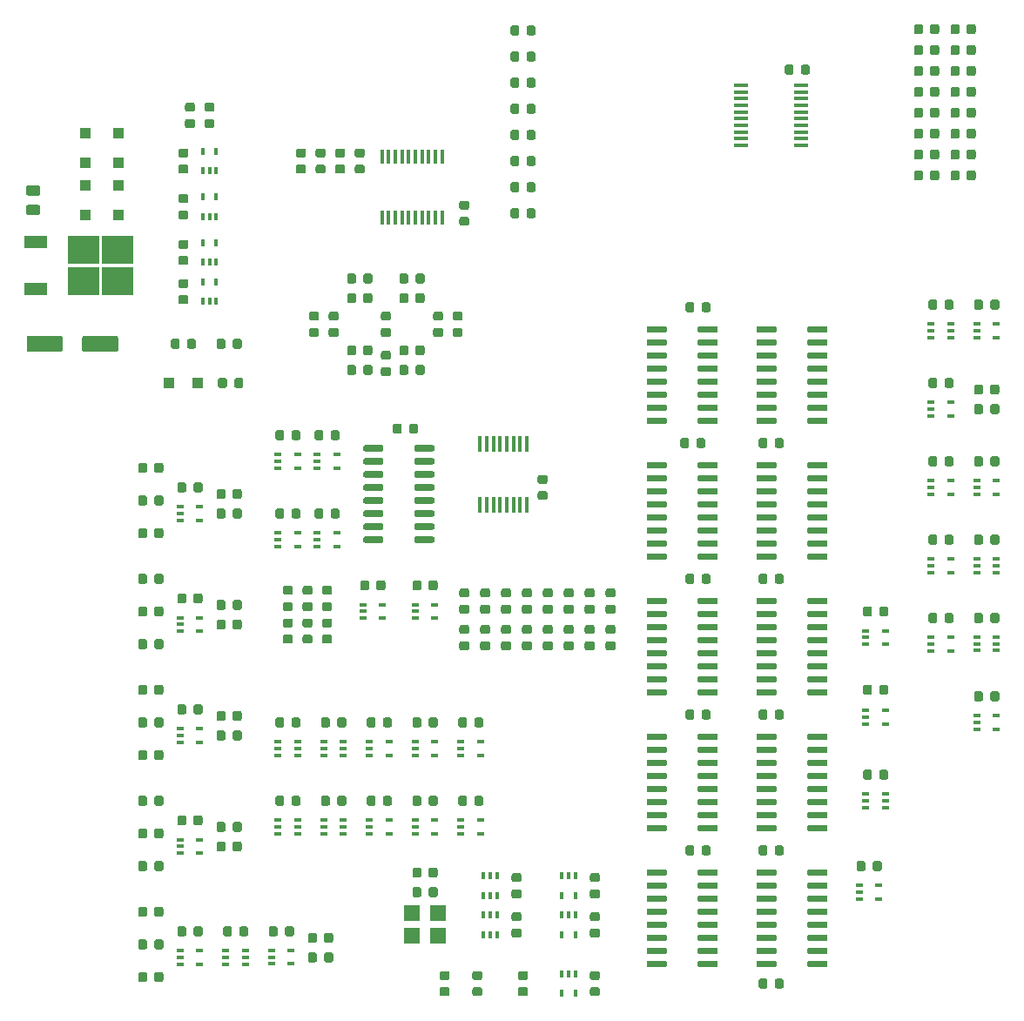
<source format=gbr>
G04 #@! TF.GenerationSoftware,KiCad,Pcbnew,(5.1.5)-3*
G04 #@! TF.CreationDate,2021-02-03T19:11:54+01:00*
G04 #@! TF.ProjectId,psMCU,70734d43-552e-46b6-9963-61645f706362,rev?*
G04 #@! TF.SameCoordinates,Original*
G04 #@! TF.FileFunction,Paste,Top*
G04 #@! TF.FilePolarity,Positive*
%FSLAX46Y46*%
G04 Gerber Fmt 4.6, Leading zero omitted, Abs format (unit mm)*
G04 Created by KiCad (PCBNEW (5.1.5)-3) date 2021-02-03 19:11:54*
%MOMM*%
%LPD*%
G04 APERTURE LIST*
%ADD10R,0.650000X0.400000*%
%ADD11C,0.100000*%
%ADD12R,1.600000X1.500000*%
%ADD13R,0.400000X0.650000*%
%ADD14R,0.450000X1.500000*%
%ADD15R,0.450000X1.450000*%
%ADD16R,1.450000X0.450000*%
%ADD17R,3.050000X2.750000*%
%ADD18R,2.200000X1.200000*%
%ADD19R,1.100000X1.100000*%
G04 APERTURE END LIST*
D10*
X-115890000Y-111110000D03*
X-115890000Y-112410000D03*
X-117790000Y-111760000D03*
X-117790000Y-112410000D03*
X-117790000Y-111110000D03*
D11*
G36*
X-115812309Y-108746053D02*
G01*
X-115791074Y-108749203D01*
X-115770250Y-108754419D01*
X-115750038Y-108761651D01*
X-115730632Y-108770830D01*
X-115712219Y-108781866D01*
X-115694976Y-108794654D01*
X-115679070Y-108809070D01*
X-115664654Y-108824976D01*
X-115651866Y-108842219D01*
X-115640830Y-108860632D01*
X-115631651Y-108880038D01*
X-115624419Y-108900250D01*
X-115619203Y-108921074D01*
X-115616053Y-108942309D01*
X-115615000Y-108963750D01*
X-115615000Y-109476250D01*
X-115616053Y-109497691D01*
X-115619203Y-109518926D01*
X-115624419Y-109539750D01*
X-115631651Y-109559962D01*
X-115640830Y-109579368D01*
X-115651866Y-109597781D01*
X-115664654Y-109615024D01*
X-115679070Y-109630930D01*
X-115694976Y-109645346D01*
X-115712219Y-109658134D01*
X-115730632Y-109669170D01*
X-115750038Y-109678349D01*
X-115770250Y-109685581D01*
X-115791074Y-109690797D01*
X-115812309Y-109693947D01*
X-115833750Y-109695000D01*
X-116271250Y-109695000D01*
X-116292691Y-109693947D01*
X-116313926Y-109690797D01*
X-116334750Y-109685581D01*
X-116354962Y-109678349D01*
X-116374368Y-109669170D01*
X-116392781Y-109658134D01*
X-116410024Y-109645346D01*
X-116425930Y-109630930D01*
X-116440346Y-109615024D01*
X-116453134Y-109597781D01*
X-116464170Y-109579368D01*
X-116473349Y-109559962D01*
X-116480581Y-109539750D01*
X-116485797Y-109518926D01*
X-116488947Y-109497691D01*
X-116490000Y-109476250D01*
X-116490000Y-108963750D01*
X-116488947Y-108942309D01*
X-116485797Y-108921074D01*
X-116480581Y-108900250D01*
X-116473349Y-108880038D01*
X-116464170Y-108860632D01*
X-116453134Y-108842219D01*
X-116440346Y-108824976D01*
X-116425930Y-108809070D01*
X-116410024Y-108794654D01*
X-116392781Y-108781866D01*
X-116374368Y-108770830D01*
X-116354962Y-108761651D01*
X-116334750Y-108754419D01*
X-116313926Y-108749203D01*
X-116292691Y-108746053D01*
X-116271250Y-108745000D01*
X-115833750Y-108745000D01*
X-115812309Y-108746053D01*
G37*
G36*
X-117387309Y-108746053D02*
G01*
X-117366074Y-108749203D01*
X-117345250Y-108754419D01*
X-117325038Y-108761651D01*
X-117305632Y-108770830D01*
X-117287219Y-108781866D01*
X-117269976Y-108794654D01*
X-117254070Y-108809070D01*
X-117239654Y-108824976D01*
X-117226866Y-108842219D01*
X-117215830Y-108860632D01*
X-117206651Y-108880038D01*
X-117199419Y-108900250D01*
X-117194203Y-108921074D01*
X-117191053Y-108942309D01*
X-117190000Y-108963750D01*
X-117190000Y-109476250D01*
X-117191053Y-109497691D01*
X-117194203Y-109518926D01*
X-117199419Y-109539750D01*
X-117206651Y-109559962D01*
X-117215830Y-109579368D01*
X-117226866Y-109597781D01*
X-117239654Y-109615024D01*
X-117254070Y-109630930D01*
X-117269976Y-109645346D01*
X-117287219Y-109658134D01*
X-117305632Y-109669170D01*
X-117325038Y-109678349D01*
X-117345250Y-109685581D01*
X-117366074Y-109690797D01*
X-117387309Y-109693947D01*
X-117408750Y-109695000D01*
X-117846250Y-109695000D01*
X-117867691Y-109693947D01*
X-117888926Y-109690797D01*
X-117909750Y-109685581D01*
X-117929962Y-109678349D01*
X-117949368Y-109669170D01*
X-117967781Y-109658134D01*
X-117985024Y-109645346D01*
X-118000930Y-109630930D01*
X-118015346Y-109615024D01*
X-118028134Y-109597781D01*
X-118039170Y-109579368D01*
X-118048349Y-109559962D01*
X-118055581Y-109539750D01*
X-118060797Y-109518926D01*
X-118063947Y-109497691D01*
X-118065000Y-109476250D01*
X-118065000Y-108963750D01*
X-118063947Y-108942309D01*
X-118060797Y-108921074D01*
X-118055581Y-108900250D01*
X-118048349Y-108880038D01*
X-118039170Y-108860632D01*
X-118028134Y-108842219D01*
X-118015346Y-108824976D01*
X-118000930Y-108809070D01*
X-117985024Y-108794654D01*
X-117967781Y-108781866D01*
X-117949368Y-108770830D01*
X-117929962Y-108761651D01*
X-117909750Y-108754419D01*
X-117888926Y-108749203D01*
X-117867691Y-108746053D01*
X-117846250Y-108745000D01*
X-117408750Y-108745000D01*
X-117387309Y-108746053D01*
G37*
G36*
X-125968297Y-118445722D02*
G01*
X-125953736Y-118447882D01*
X-125939457Y-118451459D01*
X-125925597Y-118456418D01*
X-125912290Y-118462712D01*
X-125899664Y-118470280D01*
X-125887841Y-118479048D01*
X-125876934Y-118488934D01*
X-125867048Y-118499841D01*
X-125858280Y-118511664D01*
X-125850712Y-118524290D01*
X-125844418Y-118537597D01*
X-125839459Y-118551457D01*
X-125835882Y-118565736D01*
X-125833722Y-118580297D01*
X-125833000Y-118595000D01*
X-125833000Y-118895000D01*
X-125833722Y-118909703D01*
X-125835882Y-118924264D01*
X-125839459Y-118938543D01*
X-125844418Y-118952403D01*
X-125850712Y-118965710D01*
X-125858280Y-118978336D01*
X-125867048Y-118990159D01*
X-125876934Y-119001066D01*
X-125887841Y-119010952D01*
X-125899664Y-119019720D01*
X-125912290Y-119027288D01*
X-125925597Y-119033582D01*
X-125939457Y-119038541D01*
X-125953736Y-119042118D01*
X-125968297Y-119044278D01*
X-125983000Y-119045000D01*
X-127633000Y-119045000D01*
X-127647703Y-119044278D01*
X-127662264Y-119042118D01*
X-127676543Y-119038541D01*
X-127690403Y-119033582D01*
X-127703710Y-119027288D01*
X-127716336Y-119019720D01*
X-127728159Y-119010952D01*
X-127739066Y-119001066D01*
X-127748952Y-118990159D01*
X-127757720Y-118978336D01*
X-127765288Y-118965710D01*
X-127771582Y-118952403D01*
X-127776541Y-118938543D01*
X-127780118Y-118924264D01*
X-127782278Y-118909703D01*
X-127783000Y-118895000D01*
X-127783000Y-118595000D01*
X-127782278Y-118580297D01*
X-127780118Y-118565736D01*
X-127776541Y-118551457D01*
X-127771582Y-118537597D01*
X-127765288Y-118524290D01*
X-127757720Y-118511664D01*
X-127748952Y-118499841D01*
X-127739066Y-118488934D01*
X-127728159Y-118479048D01*
X-127716336Y-118470280D01*
X-127703710Y-118462712D01*
X-127690403Y-118456418D01*
X-127676543Y-118451459D01*
X-127662264Y-118447882D01*
X-127647703Y-118445722D01*
X-127633000Y-118445000D01*
X-125983000Y-118445000D01*
X-125968297Y-118445722D01*
G37*
G36*
X-125968297Y-117175722D02*
G01*
X-125953736Y-117177882D01*
X-125939457Y-117181459D01*
X-125925597Y-117186418D01*
X-125912290Y-117192712D01*
X-125899664Y-117200280D01*
X-125887841Y-117209048D01*
X-125876934Y-117218934D01*
X-125867048Y-117229841D01*
X-125858280Y-117241664D01*
X-125850712Y-117254290D01*
X-125844418Y-117267597D01*
X-125839459Y-117281457D01*
X-125835882Y-117295736D01*
X-125833722Y-117310297D01*
X-125833000Y-117325000D01*
X-125833000Y-117625000D01*
X-125833722Y-117639703D01*
X-125835882Y-117654264D01*
X-125839459Y-117668543D01*
X-125844418Y-117682403D01*
X-125850712Y-117695710D01*
X-125858280Y-117708336D01*
X-125867048Y-117720159D01*
X-125876934Y-117731066D01*
X-125887841Y-117740952D01*
X-125899664Y-117749720D01*
X-125912290Y-117757288D01*
X-125925597Y-117763582D01*
X-125939457Y-117768541D01*
X-125953736Y-117772118D01*
X-125968297Y-117774278D01*
X-125983000Y-117775000D01*
X-127633000Y-117775000D01*
X-127647703Y-117774278D01*
X-127662264Y-117772118D01*
X-127676543Y-117768541D01*
X-127690403Y-117763582D01*
X-127703710Y-117757288D01*
X-127716336Y-117749720D01*
X-127728159Y-117740952D01*
X-127739066Y-117731066D01*
X-127748952Y-117720159D01*
X-127757720Y-117708336D01*
X-127765288Y-117695710D01*
X-127771582Y-117682403D01*
X-127776541Y-117668543D01*
X-127780118Y-117654264D01*
X-127782278Y-117639703D01*
X-127783000Y-117625000D01*
X-127783000Y-117325000D01*
X-127782278Y-117310297D01*
X-127780118Y-117295736D01*
X-127776541Y-117281457D01*
X-127771582Y-117267597D01*
X-127765288Y-117254290D01*
X-127757720Y-117241664D01*
X-127748952Y-117229841D01*
X-127739066Y-117218934D01*
X-127728159Y-117209048D01*
X-127716336Y-117200280D01*
X-127703710Y-117192712D01*
X-127690403Y-117186418D01*
X-127676543Y-117181459D01*
X-127662264Y-117177882D01*
X-127647703Y-117175722D01*
X-127633000Y-117175000D01*
X-125983000Y-117175000D01*
X-125968297Y-117175722D01*
G37*
G36*
X-125968297Y-115905722D02*
G01*
X-125953736Y-115907882D01*
X-125939457Y-115911459D01*
X-125925597Y-115916418D01*
X-125912290Y-115922712D01*
X-125899664Y-115930280D01*
X-125887841Y-115939048D01*
X-125876934Y-115948934D01*
X-125867048Y-115959841D01*
X-125858280Y-115971664D01*
X-125850712Y-115984290D01*
X-125844418Y-115997597D01*
X-125839459Y-116011457D01*
X-125835882Y-116025736D01*
X-125833722Y-116040297D01*
X-125833000Y-116055000D01*
X-125833000Y-116355000D01*
X-125833722Y-116369703D01*
X-125835882Y-116384264D01*
X-125839459Y-116398543D01*
X-125844418Y-116412403D01*
X-125850712Y-116425710D01*
X-125858280Y-116438336D01*
X-125867048Y-116450159D01*
X-125876934Y-116461066D01*
X-125887841Y-116470952D01*
X-125899664Y-116479720D01*
X-125912290Y-116487288D01*
X-125925597Y-116493582D01*
X-125939457Y-116498541D01*
X-125953736Y-116502118D01*
X-125968297Y-116504278D01*
X-125983000Y-116505000D01*
X-127633000Y-116505000D01*
X-127647703Y-116504278D01*
X-127662264Y-116502118D01*
X-127676543Y-116498541D01*
X-127690403Y-116493582D01*
X-127703710Y-116487288D01*
X-127716336Y-116479720D01*
X-127728159Y-116470952D01*
X-127739066Y-116461066D01*
X-127748952Y-116450159D01*
X-127757720Y-116438336D01*
X-127765288Y-116425710D01*
X-127771582Y-116412403D01*
X-127776541Y-116398543D01*
X-127780118Y-116384264D01*
X-127782278Y-116369703D01*
X-127783000Y-116355000D01*
X-127783000Y-116055000D01*
X-127782278Y-116040297D01*
X-127780118Y-116025736D01*
X-127776541Y-116011457D01*
X-127771582Y-115997597D01*
X-127765288Y-115984290D01*
X-127757720Y-115971664D01*
X-127748952Y-115959841D01*
X-127739066Y-115948934D01*
X-127728159Y-115939048D01*
X-127716336Y-115930280D01*
X-127703710Y-115922712D01*
X-127690403Y-115916418D01*
X-127676543Y-115911459D01*
X-127662264Y-115907882D01*
X-127647703Y-115905722D01*
X-127633000Y-115905000D01*
X-125983000Y-115905000D01*
X-125968297Y-115905722D01*
G37*
G36*
X-125968297Y-114635722D02*
G01*
X-125953736Y-114637882D01*
X-125939457Y-114641459D01*
X-125925597Y-114646418D01*
X-125912290Y-114652712D01*
X-125899664Y-114660280D01*
X-125887841Y-114669048D01*
X-125876934Y-114678934D01*
X-125867048Y-114689841D01*
X-125858280Y-114701664D01*
X-125850712Y-114714290D01*
X-125844418Y-114727597D01*
X-125839459Y-114741457D01*
X-125835882Y-114755736D01*
X-125833722Y-114770297D01*
X-125833000Y-114785000D01*
X-125833000Y-115085000D01*
X-125833722Y-115099703D01*
X-125835882Y-115114264D01*
X-125839459Y-115128543D01*
X-125844418Y-115142403D01*
X-125850712Y-115155710D01*
X-125858280Y-115168336D01*
X-125867048Y-115180159D01*
X-125876934Y-115191066D01*
X-125887841Y-115200952D01*
X-125899664Y-115209720D01*
X-125912290Y-115217288D01*
X-125925597Y-115223582D01*
X-125939457Y-115228541D01*
X-125953736Y-115232118D01*
X-125968297Y-115234278D01*
X-125983000Y-115235000D01*
X-127633000Y-115235000D01*
X-127647703Y-115234278D01*
X-127662264Y-115232118D01*
X-127676543Y-115228541D01*
X-127690403Y-115223582D01*
X-127703710Y-115217288D01*
X-127716336Y-115209720D01*
X-127728159Y-115200952D01*
X-127739066Y-115191066D01*
X-127748952Y-115180159D01*
X-127757720Y-115168336D01*
X-127765288Y-115155710D01*
X-127771582Y-115142403D01*
X-127776541Y-115128543D01*
X-127780118Y-115114264D01*
X-127782278Y-115099703D01*
X-127783000Y-115085000D01*
X-127783000Y-114785000D01*
X-127782278Y-114770297D01*
X-127780118Y-114755736D01*
X-127776541Y-114741457D01*
X-127771582Y-114727597D01*
X-127765288Y-114714290D01*
X-127757720Y-114701664D01*
X-127748952Y-114689841D01*
X-127739066Y-114678934D01*
X-127728159Y-114669048D01*
X-127716336Y-114660280D01*
X-127703710Y-114652712D01*
X-127690403Y-114646418D01*
X-127676543Y-114641459D01*
X-127662264Y-114637882D01*
X-127647703Y-114635722D01*
X-127633000Y-114635000D01*
X-125983000Y-114635000D01*
X-125968297Y-114635722D01*
G37*
G36*
X-125968297Y-113365722D02*
G01*
X-125953736Y-113367882D01*
X-125939457Y-113371459D01*
X-125925597Y-113376418D01*
X-125912290Y-113382712D01*
X-125899664Y-113390280D01*
X-125887841Y-113399048D01*
X-125876934Y-113408934D01*
X-125867048Y-113419841D01*
X-125858280Y-113431664D01*
X-125850712Y-113444290D01*
X-125844418Y-113457597D01*
X-125839459Y-113471457D01*
X-125835882Y-113485736D01*
X-125833722Y-113500297D01*
X-125833000Y-113515000D01*
X-125833000Y-113815000D01*
X-125833722Y-113829703D01*
X-125835882Y-113844264D01*
X-125839459Y-113858543D01*
X-125844418Y-113872403D01*
X-125850712Y-113885710D01*
X-125858280Y-113898336D01*
X-125867048Y-113910159D01*
X-125876934Y-113921066D01*
X-125887841Y-113930952D01*
X-125899664Y-113939720D01*
X-125912290Y-113947288D01*
X-125925597Y-113953582D01*
X-125939457Y-113958541D01*
X-125953736Y-113962118D01*
X-125968297Y-113964278D01*
X-125983000Y-113965000D01*
X-127633000Y-113965000D01*
X-127647703Y-113964278D01*
X-127662264Y-113962118D01*
X-127676543Y-113958541D01*
X-127690403Y-113953582D01*
X-127703710Y-113947288D01*
X-127716336Y-113939720D01*
X-127728159Y-113930952D01*
X-127739066Y-113921066D01*
X-127748952Y-113910159D01*
X-127757720Y-113898336D01*
X-127765288Y-113885710D01*
X-127771582Y-113872403D01*
X-127776541Y-113858543D01*
X-127780118Y-113844264D01*
X-127782278Y-113829703D01*
X-127783000Y-113815000D01*
X-127783000Y-113515000D01*
X-127782278Y-113500297D01*
X-127780118Y-113485736D01*
X-127776541Y-113471457D01*
X-127771582Y-113457597D01*
X-127765288Y-113444290D01*
X-127757720Y-113431664D01*
X-127748952Y-113419841D01*
X-127739066Y-113408934D01*
X-127728159Y-113399048D01*
X-127716336Y-113390280D01*
X-127703710Y-113382712D01*
X-127690403Y-113376418D01*
X-127676543Y-113371459D01*
X-127662264Y-113367882D01*
X-127647703Y-113365722D01*
X-127633000Y-113365000D01*
X-125983000Y-113365000D01*
X-125968297Y-113365722D01*
G37*
G36*
X-125968297Y-112095722D02*
G01*
X-125953736Y-112097882D01*
X-125939457Y-112101459D01*
X-125925597Y-112106418D01*
X-125912290Y-112112712D01*
X-125899664Y-112120280D01*
X-125887841Y-112129048D01*
X-125876934Y-112138934D01*
X-125867048Y-112149841D01*
X-125858280Y-112161664D01*
X-125850712Y-112174290D01*
X-125844418Y-112187597D01*
X-125839459Y-112201457D01*
X-125835882Y-112215736D01*
X-125833722Y-112230297D01*
X-125833000Y-112245000D01*
X-125833000Y-112545000D01*
X-125833722Y-112559703D01*
X-125835882Y-112574264D01*
X-125839459Y-112588543D01*
X-125844418Y-112602403D01*
X-125850712Y-112615710D01*
X-125858280Y-112628336D01*
X-125867048Y-112640159D01*
X-125876934Y-112651066D01*
X-125887841Y-112660952D01*
X-125899664Y-112669720D01*
X-125912290Y-112677288D01*
X-125925597Y-112683582D01*
X-125939457Y-112688541D01*
X-125953736Y-112692118D01*
X-125968297Y-112694278D01*
X-125983000Y-112695000D01*
X-127633000Y-112695000D01*
X-127647703Y-112694278D01*
X-127662264Y-112692118D01*
X-127676543Y-112688541D01*
X-127690403Y-112683582D01*
X-127703710Y-112677288D01*
X-127716336Y-112669720D01*
X-127728159Y-112660952D01*
X-127739066Y-112651066D01*
X-127748952Y-112640159D01*
X-127757720Y-112628336D01*
X-127765288Y-112615710D01*
X-127771582Y-112602403D01*
X-127776541Y-112588543D01*
X-127780118Y-112574264D01*
X-127782278Y-112559703D01*
X-127783000Y-112545000D01*
X-127783000Y-112245000D01*
X-127782278Y-112230297D01*
X-127780118Y-112215736D01*
X-127776541Y-112201457D01*
X-127771582Y-112187597D01*
X-127765288Y-112174290D01*
X-127757720Y-112161664D01*
X-127748952Y-112149841D01*
X-127739066Y-112138934D01*
X-127728159Y-112129048D01*
X-127716336Y-112120280D01*
X-127703710Y-112112712D01*
X-127690403Y-112106418D01*
X-127676543Y-112101459D01*
X-127662264Y-112097882D01*
X-127647703Y-112095722D01*
X-127633000Y-112095000D01*
X-125983000Y-112095000D01*
X-125968297Y-112095722D01*
G37*
G36*
X-125968297Y-110825722D02*
G01*
X-125953736Y-110827882D01*
X-125939457Y-110831459D01*
X-125925597Y-110836418D01*
X-125912290Y-110842712D01*
X-125899664Y-110850280D01*
X-125887841Y-110859048D01*
X-125876934Y-110868934D01*
X-125867048Y-110879841D01*
X-125858280Y-110891664D01*
X-125850712Y-110904290D01*
X-125844418Y-110917597D01*
X-125839459Y-110931457D01*
X-125835882Y-110945736D01*
X-125833722Y-110960297D01*
X-125833000Y-110975000D01*
X-125833000Y-111275000D01*
X-125833722Y-111289703D01*
X-125835882Y-111304264D01*
X-125839459Y-111318543D01*
X-125844418Y-111332403D01*
X-125850712Y-111345710D01*
X-125858280Y-111358336D01*
X-125867048Y-111370159D01*
X-125876934Y-111381066D01*
X-125887841Y-111390952D01*
X-125899664Y-111399720D01*
X-125912290Y-111407288D01*
X-125925597Y-111413582D01*
X-125939457Y-111418541D01*
X-125953736Y-111422118D01*
X-125968297Y-111424278D01*
X-125983000Y-111425000D01*
X-127633000Y-111425000D01*
X-127647703Y-111424278D01*
X-127662264Y-111422118D01*
X-127676543Y-111418541D01*
X-127690403Y-111413582D01*
X-127703710Y-111407288D01*
X-127716336Y-111399720D01*
X-127728159Y-111390952D01*
X-127739066Y-111381066D01*
X-127748952Y-111370159D01*
X-127757720Y-111358336D01*
X-127765288Y-111345710D01*
X-127771582Y-111332403D01*
X-127776541Y-111318543D01*
X-127780118Y-111304264D01*
X-127782278Y-111289703D01*
X-127783000Y-111275000D01*
X-127783000Y-110975000D01*
X-127782278Y-110960297D01*
X-127780118Y-110945736D01*
X-127776541Y-110931457D01*
X-127771582Y-110917597D01*
X-127765288Y-110904290D01*
X-127757720Y-110891664D01*
X-127748952Y-110879841D01*
X-127739066Y-110868934D01*
X-127728159Y-110859048D01*
X-127716336Y-110850280D01*
X-127703710Y-110842712D01*
X-127690403Y-110836418D01*
X-127676543Y-110831459D01*
X-127662264Y-110827882D01*
X-127647703Y-110825722D01*
X-127633000Y-110825000D01*
X-125983000Y-110825000D01*
X-125968297Y-110825722D01*
G37*
G36*
X-125968297Y-109555722D02*
G01*
X-125953736Y-109557882D01*
X-125939457Y-109561459D01*
X-125925597Y-109566418D01*
X-125912290Y-109572712D01*
X-125899664Y-109580280D01*
X-125887841Y-109589048D01*
X-125876934Y-109598934D01*
X-125867048Y-109609841D01*
X-125858280Y-109621664D01*
X-125850712Y-109634290D01*
X-125844418Y-109647597D01*
X-125839459Y-109661457D01*
X-125835882Y-109675736D01*
X-125833722Y-109690297D01*
X-125833000Y-109705000D01*
X-125833000Y-110005000D01*
X-125833722Y-110019703D01*
X-125835882Y-110034264D01*
X-125839459Y-110048543D01*
X-125844418Y-110062403D01*
X-125850712Y-110075710D01*
X-125858280Y-110088336D01*
X-125867048Y-110100159D01*
X-125876934Y-110111066D01*
X-125887841Y-110120952D01*
X-125899664Y-110129720D01*
X-125912290Y-110137288D01*
X-125925597Y-110143582D01*
X-125939457Y-110148541D01*
X-125953736Y-110152118D01*
X-125968297Y-110154278D01*
X-125983000Y-110155000D01*
X-127633000Y-110155000D01*
X-127647703Y-110154278D01*
X-127662264Y-110152118D01*
X-127676543Y-110148541D01*
X-127690403Y-110143582D01*
X-127703710Y-110137288D01*
X-127716336Y-110129720D01*
X-127728159Y-110120952D01*
X-127739066Y-110111066D01*
X-127748952Y-110100159D01*
X-127757720Y-110088336D01*
X-127765288Y-110075710D01*
X-127771582Y-110062403D01*
X-127776541Y-110048543D01*
X-127780118Y-110034264D01*
X-127782278Y-110019703D01*
X-127783000Y-110005000D01*
X-127783000Y-109705000D01*
X-127782278Y-109690297D01*
X-127780118Y-109675736D01*
X-127776541Y-109661457D01*
X-127771582Y-109647597D01*
X-127765288Y-109634290D01*
X-127757720Y-109621664D01*
X-127748952Y-109609841D01*
X-127739066Y-109598934D01*
X-127728159Y-109589048D01*
X-127716336Y-109580280D01*
X-127703710Y-109572712D01*
X-127690403Y-109566418D01*
X-127676543Y-109561459D01*
X-127662264Y-109557882D01*
X-127647703Y-109555722D01*
X-127633000Y-109555000D01*
X-125983000Y-109555000D01*
X-125968297Y-109555722D01*
G37*
G36*
X-121018297Y-109555722D02*
G01*
X-121003736Y-109557882D01*
X-120989457Y-109561459D01*
X-120975597Y-109566418D01*
X-120962290Y-109572712D01*
X-120949664Y-109580280D01*
X-120937841Y-109589048D01*
X-120926934Y-109598934D01*
X-120917048Y-109609841D01*
X-120908280Y-109621664D01*
X-120900712Y-109634290D01*
X-120894418Y-109647597D01*
X-120889459Y-109661457D01*
X-120885882Y-109675736D01*
X-120883722Y-109690297D01*
X-120883000Y-109705000D01*
X-120883000Y-110005000D01*
X-120883722Y-110019703D01*
X-120885882Y-110034264D01*
X-120889459Y-110048543D01*
X-120894418Y-110062403D01*
X-120900712Y-110075710D01*
X-120908280Y-110088336D01*
X-120917048Y-110100159D01*
X-120926934Y-110111066D01*
X-120937841Y-110120952D01*
X-120949664Y-110129720D01*
X-120962290Y-110137288D01*
X-120975597Y-110143582D01*
X-120989457Y-110148541D01*
X-121003736Y-110152118D01*
X-121018297Y-110154278D01*
X-121033000Y-110155000D01*
X-122683000Y-110155000D01*
X-122697703Y-110154278D01*
X-122712264Y-110152118D01*
X-122726543Y-110148541D01*
X-122740403Y-110143582D01*
X-122753710Y-110137288D01*
X-122766336Y-110129720D01*
X-122778159Y-110120952D01*
X-122789066Y-110111066D01*
X-122798952Y-110100159D01*
X-122807720Y-110088336D01*
X-122815288Y-110075710D01*
X-122821582Y-110062403D01*
X-122826541Y-110048543D01*
X-122830118Y-110034264D01*
X-122832278Y-110019703D01*
X-122833000Y-110005000D01*
X-122833000Y-109705000D01*
X-122832278Y-109690297D01*
X-122830118Y-109675736D01*
X-122826541Y-109661457D01*
X-122821582Y-109647597D01*
X-122815288Y-109634290D01*
X-122807720Y-109621664D01*
X-122798952Y-109609841D01*
X-122789066Y-109598934D01*
X-122778159Y-109589048D01*
X-122766336Y-109580280D01*
X-122753710Y-109572712D01*
X-122740403Y-109566418D01*
X-122726543Y-109561459D01*
X-122712264Y-109557882D01*
X-122697703Y-109555722D01*
X-122683000Y-109555000D01*
X-121033000Y-109555000D01*
X-121018297Y-109555722D01*
G37*
G36*
X-121018297Y-110825722D02*
G01*
X-121003736Y-110827882D01*
X-120989457Y-110831459D01*
X-120975597Y-110836418D01*
X-120962290Y-110842712D01*
X-120949664Y-110850280D01*
X-120937841Y-110859048D01*
X-120926934Y-110868934D01*
X-120917048Y-110879841D01*
X-120908280Y-110891664D01*
X-120900712Y-110904290D01*
X-120894418Y-110917597D01*
X-120889459Y-110931457D01*
X-120885882Y-110945736D01*
X-120883722Y-110960297D01*
X-120883000Y-110975000D01*
X-120883000Y-111275000D01*
X-120883722Y-111289703D01*
X-120885882Y-111304264D01*
X-120889459Y-111318543D01*
X-120894418Y-111332403D01*
X-120900712Y-111345710D01*
X-120908280Y-111358336D01*
X-120917048Y-111370159D01*
X-120926934Y-111381066D01*
X-120937841Y-111390952D01*
X-120949664Y-111399720D01*
X-120962290Y-111407288D01*
X-120975597Y-111413582D01*
X-120989457Y-111418541D01*
X-121003736Y-111422118D01*
X-121018297Y-111424278D01*
X-121033000Y-111425000D01*
X-122683000Y-111425000D01*
X-122697703Y-111424278D01*
X-122712264Y-111422118D01*
X-122726543Y-111418541D01*
X-122740403Y-111413582D01*
X-122753710Y-111407288D01*
X-122766336Y-111399720D01*
X-122778159Y-111390952D01*
X-122789066Y-111381066D01*
X-122798952Y-111370159D01*
X-122807720Y-111358336D01*
X-122815288Y-111345710D01*
X-122821582Y-111332403D01*
X-122826541Y-111318543D01*
X-122830118Y-111304264D01*
X-122832278Y-111289703D01*
X-122833000Y-111275000D01*
X-122833000Y-110975000D01*
X-122832278Y-110960297D01*
X-122830118Y-110945736D01*
X-122826541Y-110931457D01*
X-122821582Y-110917597D01*
X-122815288Y-110904290D01*
X-122807720Y-110891664D01*
X-122798952Y-110879841D01*
X-122789066Y-110868934D01*
X-122778159Y-110859048D01*
X-122766336Y-110850280D01*
X-122753710Y-110842712D01*
X-122740403Y-110836418D01*
X-122726543Y-110831459D01*
X-122712264Y-110827882D01*
X-122697703Y-110825722D01*
X-122683000Y-110825000D01*
X-121033000Y-110825000D01*
X-121018297Y-110825722D01*
G37*
G36*
X-121018297Y-112095722D02*
G01*
X-121003736Y-112097882D01*
X-120989457Y-112101459D01*
X-120975597Y-112106418D01*
X-120962290Y-112112712D01*
X-120949664Y-112120280D01*
X-120937841Y-112129048D01*
X-120926934Y-112138934D01*
X-120917048Y-112149841D01*
X-120908280Y-112161664D01*
X-120900712Y-112174290D01*
X-120894418Y-112187597D01*
X-120889459Y-112201457D01*
X-120885882Y-112215736D01*
X-120883722Y-112230297D01*
X-120883000Y-112245000D01*
X-120883000Y-112545000D01*
X-120883722Y-112559703D01*
X-120885882Y-112574264D01*
X-120889459Y-112588543D01*
X-120894418Y-112602403D01*
X-120900712Y-112615710D01*
X-120908280Y-112628336D01*
X-120917048Y-112640159D01*
X-120926934Y-112651066D01*
X-120937841Y-112660952D01*
X-120949664Y-112669720D01*
X-120962290Y-112677288D01*
X-120975597Y-112683582D01*
X-120989457Y-112688541D01*
X-121003736Y-112692118D01*
X-121018297Y-112694278D01*
X-121033000Y-112695000D01*
X-122683000Y-112695000D01*
X-122697703Y-112694278D01*
X-122712264Y-112692118D01*
X-122726543Y-112688541D01*
X-122740403Y-112683582D01*
X-122753710Y-112677288D01*
X-122766336Y-112669720D01*
X-122778159Y-112660952D01*
X-122789066Y-112651066D01*
X-122798952Y-112640159D01*
X-122807720Y-112628336D01*
X-122815288Y-112615710D01*
X-122821582Y-112602403D01*
X-122826541Y-112588543D01*
X-122830118Y-112574264D01*
X-122832278Y-112559703D01*
X-122833000Y-112545000D01*
X-122833000Y-112245000D01*
X-122832278Y-112230297D01*
X-122830118Y-112215736D01*
X-122826541Y-112201457D01*
X-122821582Y-112187597D01*
X-122815288Y-112174290D01*
X-122807720Y-112161664D01*
X-122798952Y-112149841D01*
X-122789066Y-112138934D01*
X-122778159Y-112129048D01*
X-122766336Y-112120280D01*
X-122753710Y-112112712D01*
X-122740403Y-112106418D01*
X-122726543Y-112101459D01*
X-122712264Y-112097882D01*
X-122697703Y-112095722D01*
X-122683000Y-112095000D01*
X-121033000Y-112095000D01*
X-121018297Y-112095722D01*
G37*
G36*
X-121018297Y-113365722D02*
G01*
X-121003736Y-113367882D01*
X-120989457Y-113371459D01*
X-120975597Y-113376418D01*
X-120962290Y-113382712D01*
X-120949664Y-113390280D01*
X-120937841Y-113399048D01*
X-120926934Y-113408934D01*
X-120917048Y-113419841D01*
X-120908280Y-113431664D01*
X-120900712Y-113444290D01*
X-120894418Y-113457597D01*
X-120889459Y-113471457D01*
X-120885882Y-113485736D01*
X-120883722Y-113500297D01*
X-120883000Y-113515000D01*
X-120883000Y-113815000D01*
X-120883722Y-113829703D01*
X-120885882Y-113844264D01*
X-120889459Y-113858543D01*
X-120894418Y-113872403D01*
X-120900712Y-113885710D01*
X-120908280Y-113898336D01*
X-120917048Y-113910159D01*
X-120926934Y-113921066D01*
X-120937841Y-113930952D01*
X-120949664Y-113939720D01*
X-120962290Y-113947288D01*
X-120975597Y-113953582D01*
X-120989457Y-113958541D01*
X-121003736Y-113962118D01*
X-121018297Y-113964278D01*
X-121033000Y-113965000D01*
X-122683000Y-113965000D01*
X-122697703Y-113964278D01*
X-122712264Y-113962118D01*
X-122726543Y-113958541D01*
X-122740403Y-113953582D01*
X-122753710Y-113947288D01*
X-122766336Y-113939720D01*
X-122778159Y-113930952D01*
X-122789066Y-113921066D01*
X-122798952Y-113910159D01*
X-122807720Y-113898336D01*
X-122815288Y-113885710D01*
X-122821582Y-113872403D01*
X-122826541Y-113858543D01*
X-122830118Y-113844264D01*
X-122832278Y-113829703D01*
X-122833000Y-113815000D01*
X-122833000Y-113515000D01*
X-122832278Y-113500297D01*
X-122830118Y-113485736D01*
X-122826541Y-113471457D01*
X-122821582Y-113457597D01*
X-122815288Y-113444290D01*
X-122807720Y-113431664D01*
X-122798952Y-113419841D01*
X-122789066Y-113408934D01*
X-122778159Y-113399048D01*
X-122766336Y-113390280D01*
X-122753710Y-113382712D01*
X-122740403Y-113376418D01*
X-122726543Y-113371459D01*
X-122712264Y-113367882D01*
X-122697703Y-113365722D01*
X-122683000Y-113365000D01*
X-121033000Y-113365000D01*
X-121018297Y-113365722D01*
G37*
G36*
X-121018297Y-114635722D02*
G01*
X-121003736Y-114637882D01*
X-120989457Y-114641459D01*
X-120975597Y-114646418D01*
X-120962290Y-114652712D01*
X-120949664Y-114660280D01*
X-120937841Y-114669048D01*
X-120926934Y-114678934D01*
X-120917048Y-114689841D01*
X-120908280Y-114701664D01*
X-120900712Y-114714290D01*
X-120894418Y-114727597D01*
X-120889459Y-114741457D01*
X-120885882Y-114755736D01*
X-120883722Y-114770297D01*
X-120883000Y-114785000D01*
X-120883000Y-115085000D01*
X-120883722Y-115099703D01*
X-120885882Y-115114264D01*
X-120889459Y-115128543D01*
X-120894418Y-115142403D01*
X-120900712Y-115155710D01*
X-120908280Y-115168336D01*
X-120917048Y-115180159D01*
X-120926934Y-115191066D01*
X-120937841Y-115200952D01*
X-120949664Y-115209720D01*
X-120962290Y-115217288D01*
X-120975597Y-115223582D01*
X-120989457Y-115228541D01*
X-121003736Y-115232118D01*
X-121018297Y-115234278D01*
X-121033000Y-115235000D01*
X-122683000Y-115235000D01*
X-122697703Y-115234278D01*
X-122712264Y-115232118D01*
X-122726543Y-115228541D01*
X-122740403Y-115223582D01*
X-122753710Y-115217288D01*
X-122766336Y-115209720D01*
X-122778159Y-115200952D01*
X-122789066Y-115191066D01*
X-122798952Y-115180159D01*
X-122807720Y-115168336D01*
X-122815288Y-115155710D01*
X-122821582Y-115142403D01*
X-122826541Y-115128543D01*
X-122830118Y-115114264D01*
X-122832278Y-115099703D01*
X-122833000Y-115085000D01*
X-122833000Y-114785000D01*
X-122832278Y-114770297D01*
X-122830118Y-114755736D01*
X-122826541Y-114741457D01*
X-122821582Y-114727597D01*
X-122815288Y-114714290D01*
X-122807720Y-114701664D01*
X-122798952Y-114689841D01*
X-122789066Y-114678934D01*
X-122778159Y-114669048D01*
X-122766336Y-114660280D01*
X-122753710Y-114652712D01*
X-122740403Y-114646418D01*
X-122726543Y-114641459D01*
X-122712264Y-114637882D01*
X-122697703Y-114635722D01*
X-122683000Y-114635000D01*
X-121033000Y-114635000D01*
X-121018297Y-114635722D01*
G37*
G36*
X-121018297Y-115905722D02*
G01*
X-121003736Y-115907882D01*
X-120989457Y-115911459D01*
X-120975597Y-115916418D01*
X-120962290Y-115922712D01*
X-120949664Y-115930280D01*
X-120937841Y-115939048D01*
X-120926934Y-115948934D01*
X-120917048Y-115959841D01*
X-120908280Y-115971664D01*
X-120900712Y-115984290D01*
X-120894418Y-115997597D01*
X-120889459Y-116011457D01*
X-120885882Y-116025736D01*
X-120883722Y-116040297D01*
X-120883000Y-116055000D01*
X-120883000Y-116355000D01*
X-120883722Y-116369703D01*
X-120885882Y-116384264D01*
X-120889459Y-116398543D01*
X-120894418Y-116412403D01*
X-120900712Y-116425710D01*
X-120908280Y-116438336D01*
X-120917048Y-116450159D01*
X-120926934Y-116461066D01*
X-120937841Y-116470952D01*
X-120949664Y-116479720D01*
X-120962290Y-116487288D01*
X-120975597Y-116493582D01*
X-120989457Y-116498541D01*
X-121003736Y-116502118D01*
X-121018297Y-116504278D01*
X-121033000Y-116505000D01*
X-122683000Y-116505000D01*
X-122697703Y-116504278D01*
X-122712264Y-116502118D01*
X-122726543Y-116498541D01*
X-122740403Y-116493582D01*
X-122753710Y-116487288D01*
X-122766336Y-116479720D01*
X-122778159Y-116470952D01*
X-122789066Y-116461066D01*
X-122798952Y-116450159D01*
X-122807720Y-116438336D01*
X-122815288Y-116425710D01*
X-122821582Y-116412403D01*
X-122826541Y-116398543D01*
X-122830118Y-116384264D01*
X-122832278Y-116369703D01*
X-122833000Y-116355000D01*
X-122833000Y-116055000D01*
X-122832278Y-116040297D01*
X-122830118Y-116025736D01*
X-122826541Y-116011457D01*
X-122821582Y-115997597D01*
X-122815288Y-115984290D01*
X-122807720Y-115971664D01*
X-122798952Y-115959841D01*
X-122789066Y-115948934D01*
X-122778159Y-115939048D01*
X-122766336Y-115930280D01*
X-122753710Y-115922712D01*
X-122740403Y-115916418D01*
X-122726543Y-115911459D01*
X-122712264Y-115907882D01*
X-122697703Y-115905722D01*
X-122683000Y-115905000D01*
X-121033000Y-115905000D01*
X-121018297Y-115905722D01*
G37*
G36*
X-121018297Y-117175722D02*
G01*
X-121003736Y-117177882D01*
X-120989457Y-117181459D01*
X-120975597Y-117186418D01*
X-120962290Y-117192712D01*
X-120949664Y-117200280D01*
X-120937841Y-117209048D01*
X-120926934Y-117218934D01*
X-120917048Y-117229841D01*
X-120908280Y-117241664D01*
X-120900712Y-117254290D01*
X-120894418Y-117267597D01*
X-120889459Y-117281457D01*
X-120885882Y-117295736D01*
X-120883722Y-117310297D01*
X-120883000Y-117325000D01*
X-120883000Y-117625000D01*
X-120883722Y-117639703D01*
X-120885882Y-117654264D01*
X-120889459Y-117668543D01*
X-120894418Y-117682403D01*
X-120900712Y-117695710D01*
X-120908280Y-117708336D01*
X-120917048Y-117720159D01*
X-120926934Y-117731066D01*
X-120937841Y-117740952D01*
X-120949664Y-117749720D01*
X-120962290Y-117757288D01*
X-120975597Y-117763582D01*
X-120989457Y-117768541D01*
X-121003736Y-117772118D01*
X-121018297Y-117774278D01*
X-121033000Y-117775000D01*
X-122683000Y-117775000D01*
X-122697703Y-117774278D01*
X-122712264Y-117772118D01*
X-122726543Y-117768541D01*
X-122740403Y-117763582D01*
X-122753710Y-117757288D01*
X-122766336Y-117749720D01*
X-122778159Y-117740952D01*
X-122789066Y-117731066D01*
X-122798952Y-117720159D01*
X-122807720Y-117708336D01*
X-122815288Y-117695710D01*
X-122821582Y-117682403D01*
X-122826541Y-117668543D01*
X-122830118Y-117654264D01*
X-122832278Y-117639703D01*
X-122833000Y-117625000D01*
X-122833000Y-117325000D01*
X-122832278Y-117310297D01*
X-122830118Y-117295736D01*
X-122826541Y-117281457D01*
X-122821582Y-117267597D01*
X-122815288Y-117254290D01*
X-122807720Y-117241664D01*
X-122798952Y-117229841D01*
X-122789066Y-117218934D01*
X-122778159Y-117209048D01*
X-122766336Y-117200280D01*
X-122753710Y-117192712D01*
X-122740403Y-117186418D01*
X-122726543Y-117181459D01*
X-122712264Y-117177882D01*
X-122697703Y-117175722D01*
X-122683000Y-117175000D01*
X-121033000Y-117175000D01*
X-121018297Y-117175722D01*
G37*
G36*
X-121018297Y-118445722D02*
G01*
X-121003736Y-118447882D01*
X-120989457Y-118451459D01*
X-120975597Y-118456418D01*
X-120962290Y-118462712D01*
X-120949664Y-118470280D01*
X-120937841Y-118479048D01*
X-120926934Y-118488934D01*
X-120917048Y-118499841D01*
X-120908280Y-118511664D01*
X-120900712Y-118524290D01*
X-120894418Y-118537597D01*
X-120889459Y-118551457D01*
X-120885882Y-118565736D01*
X-120883722Y-118580297D01*
X-120883000Y-118595000D01*
X-120883000Y-118895000D01*
X-120883722Y-118909703D01*
X-120885882Y-118924264D01*
X-120889459Y-118938543D01*
X-120894418Y-118952403D01*
X-120900712Y-118965710D01*
X-120908280Y-118978336D01*
X-120917048Y-118990159D01*
X-120926934Y-119001066D01*
X-120937841Y-119010952D01*
X-120949664Y-119019720D01*
X-120962290Y-119027288D01*
X-120975597Y-119033582D01*
X-120989457Y-119038541D01*
X-121003736Y-119042118D01*
X-121018297Y-119044278D01*
X-121033000Y-119045000D01*
X-122683000Y-119045000D01*
X-122697703Y-119044278D01*
X-122712264Y-119042118D01*
X-122726543Y-119038541D01*
X-122740403Y-119033582D01*
X-122753710Y-119027288D01*
X-122766336Y-119019720D01*
X-122778159Y-119010952D01*
X-122789066Y-119001066D01*
X-122798952Y-118990159D01*
X-122807720Y-118978336D01*
X-122815288Y-118965710D01*
X-122821582Y-118952403D01*
X-122826541Y-118938543D01*
X-122830118Y-118924264D01*
X-122832278Y-118909703D01*
X-122833000Y-118895000D01*
X-122833000Y-118595000D01*
X-122832278Y-118580297D01*
X-122830118Y-118565736D01*
X-122826541Y-118551457D01*
X-122821582Y-118537597D01*
X-122815288Y-118524290D01*
X-122807720Y-118511664D01*
X-122798952Y-118499841D01*
X-122789066Y-118488934D01*
X-122778159Y-118479048D01*
X-122766336Y-118470280D01*
X-122753710Y-118462712D01*
X-122740403Y-118456418D01*
X-122726543Y-118451459D01*
X-122712264Y-118447882D01*
X-122697703Y-118445722D01*
X-122683000Y-118445000D01*
X-121033000Y-118445000D01*
X-121018297Y-118445722D01*
G37*
G36*
X-125968297Y-105237722D02*
G01*
X-125953736Y-105239882D01*
X-125939457Y-105243459D01*
X-125925597Y-105248418D01*
X-125912290Y-105254712D01*
X-125899664Y-105262280D01*
X-125887841Y-105271048D01*
X-125876934Y-105280934D01*
X-125867048Y-105291841D01*
X-125858280Y-105303664D01*
X-125850712Y-105316290D01*
X-125844418Y-105329597D01*
X-125839459Y-105343457D01*
X-125835882Y-105357736D01*
X-125833722Y-105372297D01*
X-125833000Y-105387000D01*
X-125833000Y-105687000D01*
X-125833722Y-105701703D01*
X-125835882Y-105716264D01*
X-125839459Y-105730543D01*
X-125844418Y-105744403D01*
X-125850712Y-105757710D01*
X-125858280Y-105770336D01*
X-125867048Y-105782159D01*
X-125876934Y-105793066D01*
X-125887841Y-105802952D01*
X-125899664Y-105811720D01*
X-125912290Y-105819288D01*
X-125925597Y-105825582D01*
X-125939457Y-105830541D01*
X-125953736Y-105834118D01*
X-125968297Y-105836278D01*
X-125983000Y-105837000D01*
X-127633000Y-105837000D01*
X-127647703Y-105836278D01*
X-127662264Y-105834118D01*
X-127676543Y-105830541D01*
X-127690403Y-105825582D01*
X-127703710Y-105819288D01*
X-127716336Y-105811720D01*
X-127728159Y-105802952D01*
X-127739066Y-105793066D01*
X-127748952Y-105782159D01*
X-127757720Y-105770336D01*
X-127765288Y-105757710D01*
X-127771582Y-105744403D01*
X-127776541Y-105730543D01*
X-127780118Y-105716264D01*
X-127782278Y-105701703D01*
X-127783000Y-105687000D01*
X-127783000Y-105387000D01*
X-127782278Y-105372297D01*
X-127780118Y-105357736D01*
X-127776541Y-105343457D01*
X-127771582Y-105329597D01*
X-127765288Y-105316290D01*
X-127757720Y-105303664D01*
X-127748952Y-105291841D01*
X-127739066Y-105280934D01*
X-127728159Y-105271048D01*
X-127716336Y-105262280D01*
X-127703710Y-105254712D01*
X-127690403Y-105248418D01*
X-127676543Y-105243459D01*
X-127662264Y-105239882D01*
X-127647703Y-105237722D01*
X-127633000Y-105237000D01*
X-125983000Y-105237000D01*
X-125968297Y-105237722D01*
G37*
G36*
X-125968297Y-103967722D02*
G01*
X-125953736Y-103969882D01*
X-125939457Y-103973459D01*
X-125925597Y-103978418D01*
X-125912290Y-103984712D01*
X-125899664Y-103992280D01*
X-125887841Y-104001048D01*
X-125876934Y-104010934D01*
X-125867048Y-104021841D01*
X-125858280Y-104033664D01*
X-125850712Y-104046290D01*
X-125844418Y-104059597D01*
X-125839459Y-104073457D01*
X-125835882Y-104087736D01*
X-125833722Y-104102297D01*
X-125833000Y-104117000D01*
X-125833000Y-104417000D01*
X-125833722Y-104431703D01*
X-125835882Y-104446264D01*
X-125839459Y-104460543D01*
X-125844418Y-104474403D01*
X-125850712Y-104487710D01*
X-125858280Y-104500336D01*
X-125867048Y-104512159D01*
X-125876934Y-104523066D01*
X-125887841Y-104532952D01*
X-125899664Y-104541720D01*
X-125912290Y-104549288D01*
X-125925597Y-104555582D01*
X-125939457Y-104560541D01*
X-125953736Y-104564118D01*
X-125968297Y-104566278D01*
X-125983000Y-104567000D01*
X-127633000Y-104567000D01*
X-127647703Y-104566278D01*
X-127662264Y-104564118D01*
X-127676543Y-104560541D01*
X-127690403Y-104555582D01*
X-127703710Y-104549288D01*
X-127716336Y-104541720D01*
X-127728159Y-104532952D01*
X-127739066Y-104523066D01*
X-127748952Y-104512159D01*
X-127757720Y-104500336D01*
X-127765288Y-104487710D01*
X-127771582Y-104474403D01*
X-127776541Y-104460543D01*
X-127780118Y-104446264D01*
X-127782278Y-104431703D01*
X-127783000Y-104417000D01*
X-127783000Y-104117000D01*
X-127782278Y-104102297D01*
X-127780118Y-104087736D01*
X-127776541Y-104073457D01*
X-127771582Y-104059597D01*
X-127765288Y-104046290D01*
X-127757720Y-104033664D01*
X-127748952Y-104021841D01*
X-127739066Y-104010934D01*
X-127728159Y-104001048D01*
X-127716336Y-103992280D01*
X-127703710Y-103984712D01*
X-127690403Y-103978418D01*
X-127676543Y-103973459D01*
X-127662264Y-103969882D01*
X-127647703Y-103967722D01*
X-127633000Y-103967000D01*
X-125983000Y-103967000D01*
X-125968297Y-103967722D01*
G37*
G36*
X-125968297Y-102697722D02*
G01*
X-125953736Y-102699882D01*
X-125939457Y-102703459D01*
X-125925597Y-102708418D01*
X-125912290Y-102714712D01*
X-125899664Y-102722280D01*
X-125887841Y-102731048D01*
X-125876934Y-102740934D01*
X-125867048Y-102751841D01*
X-125858280Y-102763664D01*
X-125850712Y-102776290D01*
X-125844418Y-102789597D01*
X-125839459Y-102803457D01*
X-125835882Y-102817736D01*
X-125833722Y-102832297D01*
X-125833000Y-102847000D01*
X-125833000Y-103147000D01*
X-125833722Y-103161703D01*
X-125835882Y-103176264D01*
X-125839459Y-103190543D01*
X-125844418Y-103204403D01*
X-125850712Y-103217710D01*
X-125858280Y-103230336D01*
X-125867048Y-103242159D01*
X-125876934Y-103253066D01*
X-125887841Y-103262952D01*
X-125899664Y-103271720D01*
X-125912290Y-103279288D01*
X-125925597Y-103285582D01*
X-125939457Y-103290541D01*
X-125953736Y-103294118D01*
X-125968297Y-103296278D01*
X-125983000Y-103297000D01*
X-127633000Y-103297000D01*
X-127647703Y-103296278D01*
X-127662264Y-103294118D01*
X-127676543Y-103290541D01*
X-127690403Y-103285582D01*
X-127703710Y-103279288D01*
X-127716336Y-103271720D01*
X-127728159Y-103262952D01*
X-127739066Y-103253066D01*
X-127748952Y-103242159D01*
X-127757720Y-103230336D01*
X-127765288Y-103217710D01*
X-127771582Y-103204403D01*
X-127776541Y-103190543D01*
X-127780118Y-103176264D01*
X-127782278Y-103161703D01*
X-127783000Y-103147000D01*
X-127783000Y-102847000D01*
X-127782278Y-102832297D01*
X-127780118Y-102817736D01*
X-127776541Y-102803457D01*
X-127771582Y-102789597D01*
X-127765288Y-102776290D01*
X-127757720Y-102763664D01*
X-127748952Y-102751841D01*
X-127739066Y-102740934D01*
X-127728159Y-102731048D01*
X-127716336Y-102722280D01*
X-127703710Y-102714712D01*
X-127690403Y-102708418D01*
X-127676543Y-102703459D01*
X-127662264Y-102699882D01*
X-127647703Y-102697722D01*
X-127633000Y-102697000D01*
X-125983000Y-102697000D01*
X-125968297Y-102697722D01*
G37*
G36*
X-125968297Y-101427722D02*
G01*
X-125953736Y-101429882D01*
X-125939457Y-101433459D01*
X-125925597Y-101438418D01*
X-125912290Y-101444712D01*
X-125899664Y-101452280D01*
X-125887841Y-101461048D01*
X-125876934Y-101470934D01*
X-125867048Y-101481841D01*
X-125858280Y-101493664D01*
X-125850712Y-101506290D01*
X-125844418Y-101519597D01*
X-125839459Y-101533457D01*
X-125835882Y-101547736D01*
X-125833722Y-101562297D01*
X-125833000Y-101577000D01*
X-125833000Y-101877000D01*
X-125833722Y-101891703D01*
X-125835882Y-101906264D01*
X-125839459Y-101920543D01*
X-125844418Y-101934403D01*
X-125850712Y-101947710D01*
X-125858280Y-101960336D01*
X-125867048Y-101972159D01*
X-125876934Y-101983066D01*
X-125887841Y-101992952D01*
X-125899664Y-102001720D01*
X-125912290Y-102009288D01*
X-125925597Y-102015582D01*
X-125939457Y-102020541D01*
X-125953736Y-102024118D01*
X-125968297Y-102026278D01*
X-125983000Y-102027000D01*
X-127633000Y-102027000D01*
X-127647703Y-102026278D01*
X-127662264Y-102024118D01*
X-127676543Y-102020541D01*
X-127690403Y-102015582D01*
X-127703710Y-102009288D01*
X-127716336Y-102001720D01*
X-127728159Y-101992952D01*
X-127739066Y-101983066D01*
X-127748952Y-101972159D01*
X-127757720Y-101960336D01*
X-127765288Y-101947710D01*
X-127771582Y-101934403D01*
X-127776541Y-101920543D01*
X-127780118Y-101906264D01*
X-127782278Y-101891703D01*
X-127783000Y-101877000D01*
X-127783000Y-101577000D01*
X-127782278Y-101562297D01*
X-127780118Y-101547736D01*
X-127776541Y-101533457D01*
X-127771582Y-101519597D01*
X-127765288Y-101506290D01*
X-127757720Y-101493664D01*
X-127748952Y-101481841D01*
X-127739066Y-101470934D01*
X-127728159Y-101461048D01*
X-127716336Y-101452280D01*
X-127703710Y-101444712D01*
X-127690403Y-101438418D01*
X-127676543Y-101433459D01*
X-127662264Y-101429882D01*
X-127647703Y-101427722D01*
X-127633000Y-101427000D01*
X-125983000Y-101427000D01*
X-125968297Y-101427722D01*
G37*
G36*
X-125968297Y-100157722D02*
G01*
X-125953736Y-100159882D01*
X-125939457Y-100163459D01*
X-125925597Y-100168418D01*
X-125912290Y-100174712D01*
X-125899664Y-100182280D01*
X-125887841Y-100191048D01*
X-125876934Y-100200934D01*
X-125867048Y-100211841D01*
X-125858280Y-100223664D01*
X-125850712Y-100236290D01*
X-125844418Y-100249597D01*
X-125839459Y-100263457D01*
X-125835882Y-100277736D01*
X-125833722Y-100292297D01*
X-125833000Y-100307000D01*
X-125833000Y-100607000D01*
X-125833722Y-100621703D01*
X-125835882Y-100636264D01*
X-125839459Y-100650543D01*
X-125844418Y-100664403D01*
X-125850712Y-100677710D01*
X-125858280Y-100690336D01*
X-125867048Y-100702159D01*
X-125876934Y-100713066D01*
X-125887841Y-100722952D01*
X-125899664Y-100731720D01*
X-125912290Y-100739288D01*
X-125925597Y-100745582D01*
X-125939457Y-100750541D01*
X-125953736Y-100754118D01*
X-125968297Y-100756278D01*
X-125983000Y-100757000D01*
X-127633000Y-100757000D01*
X-127647703Y-100756278D01*
X-127662264Y-100754118D01*
X-127676543Y-100750541D01*
X-127690403Y-100745582D01*
X-127703710Y-100739288D01*
X-127716336Y-100731720D01*
X-127728159Y-100722952D01*
X-127739066Y-100713066D01*
X-127748952Y-100702159D01*
X-127757720Y-100690336D01*
X-127765288Y-100677710D01*
X-127771582Y-100664403D01*
X-127776541Y-100650543D01*
X-127780118Y-100636264D01*
X-127782278Y-100621703D01*
X-127783000Y-100607000D01*
X-127783000Y-100307000D01*
X-127782278Y-100292297D01*
X-127780118Y-100277736D01*
X-127776541Y-100263457D01*
X-127771582Y-100249597D01*
X-127765288Y-100236290D01*
X-127757720Y-100223664D01*
X-127748952Y-100211841D01*
X-127739066Y-100200934D01*
X-127728159Y-100191048D01*
X-127716336Y-100182280D01*
X-127703710Y-100174712D01*
X-127690403Y-100168418D01*
X-127676543Y-100163459D01*
X-127662264Y-100159882D01*
X-127647703Y-100157722D01*
X-127633000Y-100157000D01*
X-125983000Y-100157000D01*
X-125968297Y-100157722D01*
G37*
G36*
X-125968297Y-98887722D02*
G01*
X-125953736Y-98889882D01*
X-125939457Y-98893459D01*
X-125925597Y-98898418D01*
X-125912290Y-98904712D01*
X-125899664Y-98912280D01*
X-125887841Y-98921048D01*
X-125876934Y-98930934D01*
X-125867048Y-98941841D01*
X-125858280Y-98953664D01*
X-125850712Y-98966290D01*
X-125844418Y-98979597D01*
X-125839459Y-98993457D01*
X-125835882Y-99007736D01*
X-125833722Y-99022297D01*
X-125833000Y-99037000D01*
X-125833000Y-99337000D01*
X-125833722Y-99351703D01*
X-125835882Y-99366264D01*
X-125839459Y-99380543D01*
X-125844418Y-99394403D01*
X-125850712Y-99407710D01*
X-125858280Y-99420336D01*
X-125867048Y-99432159D01*
X-125876934Y-99443066D01*
X-125887841Y-99452952D01*
X-125899664Y-99461720D01*
X-125912290Y-99469288D01*
X-125925597Y-99475582D01*
X-125939457Y-99480541D01*
X-125953736Y-99484118D01*
X-125968297Y-99486278D01*
X-125983000Y-99487000D01*
X-127633000Y-99487000D01*
X-127647703Y-99486278D01*
X-127662264Y-99484118D01*
X-127676543Y-99480541D01*
X-127690403Y-99475582D01*
X-127703710Y-99469288D01*
X-127716336Y-99461720D01*
X-127728159Y-99452952D01*
X-127739066Y-99443066D01*
X-127748952Y-99432159D01*
X-127757720Y-99420336D01*
X-127765288Y-99407710D01*
X-127771582Y-99394403D01*
X-127776541Y-99380543D01*
X-127780118Y-99366264D01*
X-127782278Y-99351703D01*
X-127783000Y-99337000D01*
X-127783000Y-99037000D01*
X-127782278Y-99022297D01*
X-127780118Y-99007736D01*
X-127776541Y-98993457D01*
X-127771582Y-98979597D01*
X-127765288Y-98966290D01*
X-127757720Y-98953664D01*
X-127748952Y-98941841D01*
X-127739066Y-98930934D01*
X-127728159Y-98921048D01*
X-127716336Y-98912280D01*
X-127703710Y-98904712D01*
X-127690403Y-98898418D01*
X-127676543Y-98893459D01*
X-127662264Y-98889882D01*
X-127647703Y-98887722D01*
X-127633000Y-98887000D01*
X-125983000Y-98887000D01*
X-125968297Y-98887722D01*
G37*
G36*
X-125968297Y-97617722D02*
G01*
X-125953736Y-97619882D01*
X-125939457Y-97623459D01*
X-125925597Y-97628418D01*
X-125912290Y-97634712D01*
X-125899664Y-97642280D01*
X-125887841Y-97651048D01*
X-125876934Y-97660934D01*
X-125867048Y-97671841D01*
X-125858280Y-97683664D01*
X-125850712Y-97696290D01*
X-125844418Y-97709597D01*
X-125839459Y-97723457D01*
X-125835882Y-97737736D01*
X-125833722Y-97752297D01*
X-125833000Y-97767000D01*
X-125833000Y-98067000D01*
X-125833722Y-98081703D01*
X-125835882Y-98096264D01*
X-125839459Y-98110543D01*
X-125844418Y-98124403D01*
X-125850712Y-98137710D01*
X-125858280Y-98150336D01*
X-125867048Y-98162159D01*
X-125876934Y-98173066D01*
X-125887841Y-98182952D01*
X-125899664Y-98191720D01*
X-125912290Y-98199288D01*
X-125925597Y-98205582D01*
X-125939457Y-98210541D01*
X-125953736Y-98214118D01*
X-125968297Y-98216278D01*
X-125983000Y-98217000D01*
X-127633000Y-98217000D01*
X-127647703Y-98216278D01*
X-127662264Y-98214118D01*
X-127676543Y-98210541D01*
X-127690403Y-98205582D01*
X-127703710Y-98199288D01*
X-127716336Y-98191720D01*
X-127728159Y-98182952D01*
X-127739066Y-98173066D01*
X-127748952Y-98162159D01*
X-127757720Y-98150336D01*
X-127765288Y-98137710D01*
X-127771582Y-98124403D01*
X-127776541Y-98110543D01*
X-127780118Y-98096264D01*
X-127782278Y-98081703D01*
X-127783000Y-98067000D01*
X-127783000Y-97767000D01*
X-127782278Y-97752297D01*
X-127780118Y-97737736D01*
X-127776541Y-97723457D01*
X-127771582Y-97709597D01*
X-127765288Y-97696290D01*
X-127757720Y-97683664D01*
X-127748952Y-97671841D01*
X-127739066Y-97660934D01*
X-127728159Y-97651048D01*
X-127716336Y-97642280D01*
X-127703710Y-97634712D01*
X-127690403Y-97628418D01*
X-127676543Y-97623459D01*
X-127662264Y-97619882D01*
X-127647703Y-97617722D01*
X-127633000Y-97617000D01*
X-125983000Y-97617000D01*
X-125968297Y-97617722D01*
G37*
G36*
X-125968297Y-96347722D02*
G01*
X-125953736Y-96349882D01*
X-125939457Y-96353459D01*
X-125925597Y-96358418D01*
X-125912290Y-96364712D01*
X-125899664Y-96372280D01*
X-125887841Y-96381048D01*
X-125876934Y-96390934D01*
X-125867048Y-96401841D01*
X-125858280Y-96413664D01*
X-125850712Y-96426290D01*
X-125844418Y-96439597D01*
X-125839459Y-96453457D01*
X-125835882Y-96467736D01*
X-125833722Y-96482297D01*
X-125833000Y-96497000D01*
X-125833000Y-96797000D01*
X-125833722Y-96811703D01*
X-125835882Y-96826264D01*
X-125839459Y-96840543D01*
X-125844418Y-96854403D01*
X-125850712Y-96867710D01*
X-125858280Y-96880336D01*
X-125867048Y-96892159D01*
X-125876934Y-96903066D01*
X-125887841Y-96912952D01*
X-125899664Y-96921720D01*
X-125912290Y-96929288D01*
X-125925597Y-96935582D01*
X-125939457Y-96940541D01*
X-125953736Y-96944118D01*
X-125968297Y-96946278D01*
X-125983000Y-96947000D01*
X-127633000Y-96947000D01*
X-127647703Y-96946278D01*
X-127662264Y-96944118D01*
X-127676543Y-96940541D01*
X-127690403Y-96935582D01*
X-127703710Y-96929288D01*
X-127716336Y-96921720D01*
X-127728159Y-96912952D01*
X-127739066Y-96903066D01*
X-127748952Y-96892159D01*
X-127757720Y-96880336D01*
X-127765288Y-96867710D01*
X-127771582Y-96854403D01*
X-127776541Y-96840543D01*
X-127780118Y-96826264D01*
X-127782278Y-96811703D01*
X-127783000Y-96797000D01*
X-127783000Y-96497000D01*
X-127782278Y-96482297D01*
X-127780118Y-96467736D01*
X-127776541Y-96453457D01*
X-127771582Y-96439597D01*
X-127765288Y-96426290D01*
X-127757720Y-96413664D01*
X-127748952Y-96401841D01*
X-127739066Y-96390934D01*
X-127728159Y-96381048D01*
X-127716336Y-96372280D01*
X-127703710Y-96364712D01*
X-127690403Y-96358418D01*
X-127676543Y-96353459D01*
X-127662264Y-96349882D01*
X-127647703Y-96347722D01*
X-127633000Y-96347000D01*
X-125983000Y-96347000D01*
X-125968297Y-96347722D01*
G37*
G36*
X-121018297Y-96347722D02*
G01*
X-121003736Y-96349882D01*
X-120989457Y-96353459D01*
X-120975597Y-96358418D01*
X-120962290Y-96364712D01*
X-120949664Y-96372280D01*
X-120937841Y-96381048D01*
X-120926934Y-96390934D01*
X-120917048Y-96401841D01*
X-120908280Y-96413664D01*
X-120900712Y-96426290D01*
X-120894418Y-96439597D01*
X-120889459Y-96453457D01*
X-120885882Y-96467736D01*
X-120883722Y-96482297D01*
X-120883000Y-96497000D01*
X-120883000Y-96797000D01*
X-120883722Y-96811703D01*
X-120885882Y-96826264D01*
X-120889459Y-96840543D01*
X-120894418Y-96854403D01*
X-120900712Y-96867710D01*
X-120908280Y-96880336D01*
X-120917048Y-96892159D01*
X-120926934Y-96903066D01*
X-120937841Y-96912952D01*
X-120949664Y-96921720D01*
X-120962290Y-96929288D01*
X-120975597Y-96935582D01*
X-120989457Y-96940541D01*
X-121003736Y-96944118D01*
X-121018297Y-96946278D01*
X-121033000Y-96947000D01*
X-122683000Y-96947000D01*
X-122697703Y-96946278D01*
X-122712264Y-96944118D01*
X-122726543Y-96940541D01*
X-122740403Y-96935582D01*
X-122753710Y-96929288D01*
X-122766336Y-96921720D01*
X-122778159Y-96912952D01*
X-122789066Y-96903066D01*
X-122798952Y-96892159D01*
X-122807720Y-96880336D01*
X-122815288Y-96867710D01*
X-122821582Y-96854403D01*
X-122826541Y-96840543D01*
X-122830118Y-96826264D01*
X-122832278Y-96811703D01*
X-122833000Y-96797000D01*
X-122833000Y-96497000D01*
X-122832278Y-96482297D01*
X-122830118Y-96467736D01*
X-122826541Y-96453457D01*
X-122821582Y-96439597D01*
X-122815288Y-96426290D01*
X-122807720Y-96413664D01*
X-122798952Y-96401841D01*
X-122789066Y-96390934D01*
X-122778159Y-96381048D01*
X-122766336Y-96372280D01*
X-122753710Y-96364712D01*
X-122740403Y-96358418D01*
X-122726543Y-96353459D01*
X-122712264Y-96349882D01*
X-122697703Y-96347722D01*
X-122683000Y-96347000D01*
X-121033000Y-96347000D01*
X-121018297Y-96347722D01*
G37*
G36*
X-121018297Y-97617722D02*
G01*
X-121003736Y-97619882D01*
X-120989457Y-97623459D01*
X-120975597Y-97628418D01*
X-120962290Y-97634712D01*
X-120949664Y-97642280D01*
X-120937841Y-97651048D01*
X-120926934Y-97660934D01*
X-120917048Y-97671841D01*
X-120908280Y-97683664D01*
X-120900712Y-97696290D01*
X-120894418Y-97709597D01*
X-120889459Y-97723457D01*
X-120885882Y-97737736D01*
X-120883722Y-97752297D01*
X-120883000Y-97767000D01*
X-120883000Y-98067000D01*
X-120883722Y-98081703D01*
X-120885882Y-98096264D01*
X-120889459Y-98110543D01*
X-120894418Y-98124403D01*
X-120900712Y-98137710D01*
X-120908280Y-98150336D01*
X-120917048Y-98162159D01*
X-120926934Y-98173066D01*
X-120937841Y-98182952D01*
X-120949664Y-98191720D01*
X-120962290Y-98199288D01*
X-120975597Y-98205582D01*
X-120989457Y-98210541D01*
X-121003736Y-98214118D01*
X-121018297Y-98216278D01*
X-121033000Y-98217000D01*
X-122683000Y-98217000D01*
X-122697703Y-98216278D01*
X-122712264Y-98214118D01*
X-122726543Y-98210541D01*
X-122740403Y-98205582D01*
X-122753710Y-98199288D01*
X-122766336Y-98191720D01*
X-122778159Y-98182952D01*
X-122789066Y-98173066D01*
X-122798952Y-98162159D01*
X-122807720Y-98150336D01*
X-122815288Y-98137710D01*
X-122821582Y-98124403D01*
X-122826541Y-98110543D01*
X-122830118Y-98096264D01*
X-122832278Y-98081703D01*
X-122833000Y-98067000D01*
X-122833000Y-97767000D01*
X-122832278Y-97752297D01*
X-122830118Y-97737736D01*
X-122826541Y-97723457D01*
X-122821582Y-97709597D01*
X-122815288Y-97696290D01*
X-122807720Y-97683664D01*
X-122798952Y-97671841D01*
X-122789066Y-97660934D01*
X-122778159Y-97651048D01*
X-122766336Y-97642280D01*
X-122753710Y-97634712D01*
X-122740403Y-97628418D01*
X-122726543Y-97623459D01*
X-122712264Y-97619882D01*
X-122697703Y-97617722D01*
X-122683000Y-97617000D01*
X-121033000Y-97617000D01*
X-121018297Y-97617722D01*
G37*
G36*
X-121018297Y-98887722D02*
G01*
X-121003736Y-98889882D01*
X-120989457Y-98893459D01*
X-120975597Y-98898418D01*
X-120962290Y-98904712D01*
X-120949664Y-98912280D01*
X-120937841Y-98921048D01*
X-120926934Y-98930934D01*
X-120917048Y-98941841D01*
X-120908280Y-98953664D01*
X-120900712Y-98966290D01*
X-120894418Y-98979597D01*
X-120889459Y-98993457D01*
X-120885882Y-99007736D01*
X-120883722Y-99022297D01*
X-120883000Y-99037000D01*
X-120883000Y-99337000D01*
X-120883722Y-99351703D01*
X-120885882Y-99366264D01*
X-120889459Y-99380543D01*
X-120894418Y-99394403D01*
X-120900712Y-99407710D01*
X-120908280Y-99420336D01*
X-120917048Y-99432159D01*
X-120926934Y-99443066D01*
X-120937841Y-99452952D01*
X-120949664Y-99461720D01*
X-120962290Y-99469288D01*
X-120975597Y-99475582D01*
X-120989457Y-99480541D01*
X-121003736Y-99484118D01*
X-121018297Y-99486278D01*
X-121033000Y-99487000D01*
X-122683000Y-99487000D01*
X-122697703Y-99486278D01*
X-122712264Y-99484118D01*
X-122726543Y-99480541D01*
X-122740403Y-99475582D01*
X-122753710Y-99469288D01*
X-122766336Y-99461720D01*
X-122778159Y-99452952D01*
X-122789066Y-99443066D01*
X-122798952Y-99432159D01*
X-122807720Y-99420336D01*
X-122815288Y-99407710D01*
X-122821582Y-99394403D01*
X-122826541Y-99380543D01*
X-122830118Y-99366264D01*
X-122832278Y-99351703D01*
X-122833000Y-99337000D01*
X-122833000Y-99037000D01*
X-122832278Y-99022297D01*
X-122830118Y-99007736D01*
X-122826541Y-98993457D01*
X-122821582Y-98979597D01*
X-122815288Y-98966290D01*
X-122807720Y-98953664D01*
X-122798952Y-98941841D01*
X-122789066Y-98930934D01*
X-122778159Y-98921048D01*
X-122766336Y-98912280D01*
X-122753710Y-98904712D01*
X-122740403Y-98898418D01*
X-122726543Y-98893459D01*
X-122712264Y-98889882D01*
X-122697703Y-98887722D01*
X-122683000Y-98887000D01*
X-121033000Y-98887000D01*
X-121018297Y-98887722D01*
G37*
G36*
X-121018297Y-100157722D02*
G01*
X-121003736Y-100159882D01*
X-120989457Y-100163459D01*
X-120975597Y-100168418D01*
X-120962290Y-100174712D01*
X-120949664Y-100182280D01*
X-120937841Y-100191048D01*
X-120926934Y-100200934D01*
X-120917048Y-100211841D01*
X-120908280Y-100223664D01*
X-120900712Y-100236290D01*
X-120894418Y-100249597D01*
X-120889459Y-100263457D01*
X-120885882Y-100277736D01*
X-120883722Y-100292297D01*
X-120883000Y-100307000D01*
X-120883000Y-100607000D01*
X-120883722Y-100621703D01*
X-120885882Y-100636264D01*
X-120889459Y-100650543D01*
X-120894418Y-100664403D01*
X-120900712Y-100677710D01*
X-120908280Y-100690336D01*
X-120917048Y-100702159D01*
X-120926934Y-100713066D01*
X-120937841Y-100722952D01*
X-120949664Y-100731720D01*
X-120962290Y-100739288D01*
X-120975597Y-100745582D01*
X-120989457Y-100750541D01*
X-121003736Y-100754118D01*
X-121018297Y-100756278D01*
X-121033000Y-100757000D01*
X-122683000Y-100757000D01*
X-122697703Y-100756278D01*
X-122712264Y-100754118D01*
X-122726543Y-100750541D01*
X-122740403Y-100745582D01*
X-122753710Y-100739288D01*
X-122766336Y-100731720D01*
X-122778159Y-100722952D01*
X-122789066Y-100713066D01*
X-122798952Y-100702159D01*
X-122807720Y-100690336D01*
X-122815288Y-100677710D01*
X-122821582Y-100664403D01*
X-122826541Y-100650543D01*
X-122830118Y-100636264D01*
X-122832278Y-100621703D01*
X-122833000Y-100607000D01*
X-122833000Y-100307000D01*
X-122832278Y-100292297D01*
X-122830118Y-100277736D01*
X-122826541Y-100263457D01*
X-122821582Y-100249597D01*
X-122815288Y-100236290D01*
X-122807720Y-100223664D01*
X-122798952Y-100211841D01*
X-122789066Y-100200934D01*
X-122778159Y-100191048D01*
X-122766336Y-100182280D01*
X-122753710Y-100174712D01*
X-122740403Y-100168418D01*
X-122726543Y-100163459D01*
X-122712264Y-100159882D01*
X-122697703Y-100157722D01*
X-122683000Y-100157000D01*
X-121033000Y-100157000D01*
X-121018297Y-100157722D01*
G37*
G36*
X-121018297Y-101427722D02*
G01*
X-121003736Y-101429882D01*
X-120989457Y-101433459D01*
X-120975597Y-101438418D01*
X-120962290Y-101444712D01*
X-120949664Y-101452280D01*
X-120937841Y-101461048D01*
X-120926934Y-101470934D01*
X-120917048Y-101481841D01*
X-120908280Y-101493664D01*
X-120900712Y-101506290D01*
X-120894418Y-101519597D01*
X-120889459Y-101533457D01*
X-120885882Y-101547736D01*
X-120883722Y-101562297D01*
X-120883000Y-101577000D01*
X-120883000Y-101877000D01*
X-120883722Y-101891703D01*
X-120885882Y-101906264D01*
X-120889459Y-101920543D01*
X-120894418Y-101934403D01*
X-120900712Y-101947710D01*
X-120908280Y-101960336D01*
X-120917048Y-101972159D01*
X-120926934Y-101983066D01*
X-120937841Y-101992952D01*
X-120949664Y-102001720D01*
X-120962290Y-102009288D01*
X-120975597Y-102015582D01*
X-120989457Y-102020541D01*
X-121003736Y-102024118D01*
X-121018297Y-102026278D01*
X-121033000Y-102027000D01*
X-122683000Y-102027000D01*
X-122697703Y-102026278D01*
X-122712264Y-102024118D01*
X-122726543Y-102020541D01*
X-122740403Y-102015582D01*
X-122753710Y-102009288D01*
X-122766336Y-102001720D01*
X-122778159Y-101992952D01*
X-122789066Y-101983066D01*
X-122798952Y-101972159D01*
X-122807720Y-101960336D01*
X-122815288Y-101947710D01*
X-122821582Y-101934403D01*
X-122826541Y-101920543D01*
X-122830118Y-101906264D01*
X-122832278Y-101891703D01*
X-122833000Y-101877000D01*
X-122833000Y-101577000D01*
X-122832278Y-101562297D01*
X-122830118Y-101547736D01*
X-122826541Y-101533457D01*
X-122821582Y-101519597D01*
X-122815288Y-101506290D01*
X-122807720Y-101493664D01*
X-122798952Y-101481841D01*
X-122789066Y-101470934D01*
X-122778159Y-101461048D01*
X-122766336Y-101452280D01*
X-122753710Y-101444712D01*
X-122740403Y-101438418D01*
X-122726543Y-101433459D01*
X-122712264Y-101429882D01*
X-122697703Y-101427722D01*
X-122683000Y-101427000D01*
X-121033000Y-101427000D01*
X-121018297Y-101427722D01*
G37*
G36*
X-121018297Y-102697722D02*
G01*
X-121003736Y-102699882D01*
X-120989457Y-102703459D01*
X-120975597Y-102708418D01*
X-120962290Y-102714712D01*
X-120949664Y-102722280D01*
X-120937841Y-102731048D01*
X-120926934Y-102740934D01*
X-120917048Y-102751841D01*
X-120908280Y-102763664D01*
X-120900712Y-102776290D01*
X-120894418Y-102789597D01*
X-120889459Y-102803457D01*
X-120885882Y-102817736D01*
X-120883722Y-102832297D01*
X-120883000Y-102847000D01*
X-120883000Y-103147000D01*
X-120883722Y-103161703D01*
X-120885882Y-103176264D01*
X-120889459Y-103190543D01*
X-120894418Y-103204403D01*
X-120900712Y-103217710D01*
X-120908280Y-103230336D01*
X-120917048Y-103242159D01*
X-120926934Y-103253066D01*
X-120937841Y-103262952D01*
X-120949664Y-103271720D01*
X-120962290Y-103279288D01*
X-120975597Y-103285582D01*
X-120989457Y-103290541D01*
X-121003736Y-103294118D01*
X-121018297Y-103296278D01*
X-121033000Y-103297000D01*
X-122683000Y-103297000D01*
X-122697703Y-103296278D01*
X-122712264Y-103294118D01*
X-122726543Y-103290541D01*
X-122740403Y-103285582D01*
X-122753710Y-103279288D01*
X-122766336Y-103271720D01*
X-122778159Y-103262952D01*
X-122789066Y-103253066D01*
X-122798952Y-103242159D01*
X-122807720Y-103230336D01*
X-122815288Y-103217710D01*
X-122821582Y-103204403D01*
X-122826541Y-103190543D01*
X-122830118Y-103176264D01*
X-122832278Y-103161703D01*
X-122833000Y-103147000D01*
X-122833000Y-102847000D01*
X-122832278Y-102832297D01*
X-122830118Y-102817736D01*
X-122826541Y-102803457D01*
X-122821582Y-102789597D01*
X-122815288Y-102776290D01*
X-122807720Y-102763664D01*
X-122798952Y-102751841D01*
X-122789066Y-102740934D01*
X-122778159Y-102731048D01*
X-122766336Y-102722280D01*
X-122753710Y-102714712D01*
X-122740403Y-102708418D01*
X-122726543Y-102703459D01*
X-122712264Y-102699882D01*
X-122697703Y-102697722D01*
X-122683000Y-102697000D01*
X-121033000Y-102697000D01*
X-121018297Y-102697722D01*
G37*
G36*
X-121018297Y-103967722D02*
G01*
X-121003736Y-103969882D01*
X-120989457Y-103973459D01*
X-120975597Y-103978418D01*
X-120962290Y-103984712D01*
X-120949664Y-103992280D01*
X-120937841Y-104001048D01*
X-120926934Y-104010934D01*
X-120917048Y-104021841D01*
X-120908280Y-104033664D01*
X-120900712Y-104046290D01*
X-120894418Y-104059597D01*
X-120889459Y-104073457D01*
X-120885882Y-104087736D01*
X-120883722Y-104102297D01*
X-120883000Y-104117000D01*
X-120883000Y-104417000D01*
X-120883722Y-104431703D01*
X-120885882Y-104446264D01*
X-120889459Y-104460543D01*
X-120894418Y-104474403D01*
X-120900712Y-104487710D01*
X-120908280Y-104500336D01*
X-120917048Y-104512159D01*
X-120926934Y-104523066D01*
X-120937841Y-104532952D01*
X-120949664Y-104541720D01*
X-120962290Y-104549288D01*
X-120975597Y-104555582D01*
X-120989457Y-104560541D01*
X-121003736Y-104564118D01*
X-121018297Y-104566278D01*
X-121033000Y-104567000D01*
X-122683000Y-104567000D01*
X-122697703Y-104566278D01*
X-122712264Y-104564118D01*
X-122726543Y-104560541D01*
X-122740403Y-104555582D01*
X-122753710Y-104549288D01*
X-122766336Y-104541720D01*
X-122778159Y-104532952D01*
X-122789066Y-104523066D01*
X-122798952Y-104512159D01*
X-122807720Y-104500336D01*
X-122815288Y-104487710D01*
X-122821582Y-104474403D01*
X-122826541Y-104460543D01*
X-122830118Y-104446264D01*
X-122832278Y-104431703D01*
X-122833000Y-104417000D01*
X-122833000Y-104117000D01*
X-122832278Y-104102297D01*
X-122830118Y-104087736D01*
X-122826541Y-104073457D01*
X-122821582Y-104059597D01*
X-122815288Y-104046290D01*
X-122807720Y-104033664D01*
X-122798952Y-104021841D01*
X-122789066Y-104010934D01*
X-122778159Y-104001048D01*
X-122766336Y-103992280D01*
X-122753710Y-103984712D01*
X-122740403Y-103978418D01*
X-122726543Y-103973459D01*
X-122712264Y-103969882D01*
X-122697703Y-103967722D01*
X-122683000Y-103967000D01*
X-121033000Y-103967000D01*
X-121018297Y-103967722D01*
G37*
G36*
X-121018297Y-105237722D02*
G01*
X-121003736Y-105239882D01*
X-120989457Y-105243459D01*
X-120975597Y-105248418D01*
X-120962290Y-105254712D01*
X-120949664Y-105262280D01*
X-120937841Y-105271048D01*
X-120926934Y-105280934D01*
X-120917048Y-105291841D01*
X-120908280Y-105303664D01*
X-120900712Y-105316290D01*
X-120894418Y-105329597D01*
X-120889459Y-105343457D01*
X-120885882Y-105357736D01*
X-120883722Y-105372297D01*
X-120883000Y-105387000D01*
X-120883000Y-105687000D01*
X-120883722Y-105701703D01*
X-120885882Y-105716264D01*
X-120889459Y-105730543D01*
X-120894418Y-105744403D01*
X-120900712Y-105757710D01*
X-120908280Y-105770336D01*
X-120917048Y-105782159D01*
X-120926934Y-105793066D01*
X-120937841Y-105802952D01*
X-120949664Y-105811720D01*
X-120962290Y-105819288D01*
X-120975597Y-105825582D01*
X-120989457Y-105830541D01*
X-121003736Y-105834118D01*
X-121018297Y-105836278D01*
X-121033000Y-105837000D01*
X-122683000Y-105837000D01*
X-122697703Y-105836278D01*
X-122712264Y-105834118D01*
X-122726543Y-105830541D01*
X-122740403Y-105825582D01*
X-122753710Y-105819288D01*
X-122766336Y-105811720D01*
X-122778159Y-105802952D01*
X-122789066Y-105793066D01*
X-122798952Y-105782159D01*
X-122807720Y-105770336D01*
X-122815288Y-105757710D01*
X-122821582Y-105744403D01*
X-122826541Y-105730543D01*
X-122830118Y-105716264D01*
X-122832278Y-105701703D01*
X-122833000Y-105687000D01*
X-122833000Y-105387000D01*
X-122832278Y-105372297D01*
X-122830118Y-105357736D01*
X-122826541Y-105343457D01*
X-122821582Y-105329597D01*
X-122815288Y-105316290D01*
X-122807720Y-105303664D01*
X-122798952Y-105291841D01*
X-122789066Y-105280934D01*
X-122778159Y-105271048D01*
X-122766336Y-105262280D01*
X-122753710Y-105254712D01*
X-122740403Y-105248418D01*
X-122726543Y-105243459D01*
X-122712264Y-105239882D01*
X-122697703Y-105237722D01*
X-122683000Y-105237000D01*
X-121033000Y-105237000D01*
X-121018297Y-105237722D01*
G37*
G36*
X-125968297Y-92029722D02*
G01*
X-125953736Y-92031882D01*
X-125939457Y-92035459D01*
X-125925597Y-92040418D01*
X-125912290Y-92046712D01*
X-125899664Y-92054280D01*
X-125887841Y-92063048D01*
X-125876934Y-92072934D01*
X-125867048Y-92083841D01*
X-125858280Y-92095664D01*
X-125850712Y-92108290D01*
X-125844418Y-92121597D01*
X-125839459Y-92135457D01*
X-125835882Y-92149736D01*
X-125833722Y-92164297D01*
X-125833000Y-92179000D01*
X-125833000Y-92479000D01*
X-125833722Y-92493703D01*
X-125835882Y-92508264D01*
X-125839459Y-92522543D01*
X-125844418Y-92536403D01*
X-125850712Y-92549710D01*
X-125858280Y-92562336D01*
X-125867048Y-92574159D01*
X-125876934Y-92585066D01*
X-125887841Y-92594952D01*
X-125899664Y-92603720D01*
X-125912290Y-92611288D01*
X-125925597Y-92617582D01*
X-125939457Y-92622541D01*
X-125953736Y-92626118D01*
X-125968297Y-92628278D01*
X-125983000Y-92629000D01*
X-127633000Y-92629000D01*
X-127647703Y-92628278D01*
X-127662264Y-92626118D01*
X-127676543Y-92622541D01*
X-127690403Y-92617582D01*
X-127703710Y-92611288D01*
X-127716336Y-92603720D01*
X-127728159Y-92594952D01*
X-127739066Y-92585066D01*
X-127748952Y-92574159D01*
X-127757720Y-92562336D01*
X-127765288Y-92549710D01*
X-127771582Y-92536403D01*
X-127776541Y-92522543D01*
X-127780118Y-92508264D01*
X-127782278Y-92493703D01*
X-127783000Y-92479000D01*
X-127783000Y-92179000D01*
X-127782278Y-92164297D01*
X-127780118Y-92149736D01*
X-127776541Y-92135457D01*
X-127771582Y-92121597D01*
X-127765288Y-92108290D01*
X-127757720Y-92095664D01*
X-127748952Y-92083841D01*
X-127739066Y-92072934D01*
X-127728159Y-92063048D01*
X-127716336Y-92054280D01*
X-127703710Y-92046712D01*
X-127690403Y-92040418D01*
X-127676543Y-92035459D01*
X-127662264Y-92031882D01*
X-127647703Y-92029722D01*
X-127633000Y-92029000D01*
X-125983000Y-92029000D01*
X-125968297Y-92029722D01*
G37*
G36*
X-125968297Y-90759722D02*
G01*
X-125953736Y-90761882D01*
X-125939457Y-90765459D01*
X-125925597Y-90770418D01*
X-125912290Y-90776712D01*
X-125899664Y-90784280D01*
X-125887841Y-90793048D01*
X-125876934Y-90802934D01*
X-125867048Y-90813841D01*
X-125858280Y-90825664D01*
X-125850712Y-90838290D01*
X-125844418Y-90851597D01*
X-125839459Y-90865457D01*
X-125835882Y-90879736D01*
X-125833722Y-90894297D01*
X-125833000Y-90909000D01*
X-125833000Y-91209000D01*
X-125833722Y-91223703D01*
X-125835882Y-91238264D01*
X-125839459Y-91252543D01*
X-125844418Y-91266403D01*
X-125850712Y-91279710D01*
X-125858280Y-91292336D01*
X-125867048Y-91304159D01*
X-125876934Y-91315066D01*
X-125887841Y-91324952D01*
X-125899664Y-91333720D01*
X-125912290Y-91341288D01*
X-125925597Y-91347582D01*
X-125939457Y-91352541D01*
X-125953736Y-91356118D01*
X-125968297Y-91358278D01*
X-125983000Y-91359000D01*
X-127633000Y-91359000D01*
X-127647703Y-91358278D01*
X-127662264Y-91356118D01*
X-127676543Y-91352541D01*
X-127690403Y-91347582D01*
X-127703710Y-91341288D01*
X-127716336Y-91333720D01*
X-127728159Y-91324952D01*
X-127739066Y-91315066D01*
X-127748952Y-91304159D01*
X-127757720Y-91292336D01*
X-127765288Y-91279710D01*
X-127771582Y-91266403D01*
X-127776541Y-91252543D01*
X-127780118Y-91238264D01*
X-127782278Y-91223703D01*
X-127783000Y-91209000D01*
X-127783000Y-90909000D01*
X-127782278Y-90894297D01*
X-127780118Y-90879736D01*
X-127776541Y-90865457D01*
X-127771582Y-90851597D01*
X-127765288Y-90838290D01*
X-127757720Y-90825664D01*
X-127748952Y-90813841D01*
X-127739066Y-90802934D01*
X-127728159Y-90793048D01*
X-127716336Y-90784280D01*
X-127703710Y-90776712D01*
X-127690403Y-90770418D01*
X-127676543Y-90765459D01*
X-127662264Y-90761882D01*
X-127647703Y-90759722D01*
X-127633000Y-90759000D01*
X-125983000Y-90759000D01*
X-125968297Y-90759722D01*
G37*
G36*
X-125968297Y-89489722D02*
G01*
X-125953736Y-89491882D01*
X-125939457Y-89495459D01*
X-125925597Y-89500418D01*
X-125912290Y-89506712D01*
X-125899664Y-89514280D01*
X-125887841Y-89523048D01*
X-125876934Y-89532934D01*
X-125867048Y-89543841D01*
X-125858280Y-89555664D01*
X-125850712Y-89568290D01*
X-125844418Y-89581597D01*
X-125839459Y-89595457D01*
X-125835882Y-89609736D01*
X-125833722Y-89624297D01*
X-125833000Y-89639000D01*
X-125833000Y-89939000D01*
X-125833722Y-89953703D01*
X-125835882Y-89968264D01*
X-125839459Y-89982543D01*
X-125844418Y-89996403D01*
X-125850712Y-90009710D01*
X-125858280Y-90022336D01*
X-125867048Y-90034159D01*
X-125876934Y-90045066D01*
X-125887841Y-90054952D01*
X-125899664Y-90063720D01*
X-125912290Y-90071288D01*
X-125925597Y-90077582D01*
X-125939457Y-90082541D01*
X-125953736Y-90086118D01*
X-125968297Y-90088278D01*
X-125983000Y-90089000D01*
X-127633000Y-90089000D01*
X-127647703Y-90088278D01*
X-127662264Y-90086118D01*
X-127676543Y-90082541D01*
X-127690403Y-90077582D01*
X-127703710Y-90071288D01*
X-127716336Y-90063720D01*
X-127728159Y-90054952D01*
X-127739066Y-90045066D01*
X-127748952Y-90034159D01*
X-127757720Y-90022336D01*
X-127765288Y-90009710D01*
X-127771582Y-89996403D01*
X-127776541Y-89982543D01*
X-127780118Y-89968264D01*
X-127782278Y-89953703D01*
X-127783000Y-89939000D01*
X-127783000Y-89639000D01*
X-127782278Y-89624297D01*
X-127780118Y-89609736D01*
X-127776541Y-89595457D01*
X-127771582Y-89581597D01*
X-127765288Y-89568290D01*
X-127757720Y-89555664D01*
X-127748952Y-89543841D01*
X-127739066Y-89532934D01*
X-127728159Y-89523048D01*
X-127716336Y-89514280D01*
X-127703710Y-89506712D01*
X-127690403Y-89500418D01*
X-127676543Y-89495459D01*
X-127662264Y-89491882D01*
X-127647703Y-89489722D01*
X-127633000Y-89489000D01*
X-125983000Y-89489000D01*
X-125968297Y-89489722D01*
G37*
G36*
X-125968297Y-88219722D02*
G01*
X-125953736Y-88221882D01*
X-125939457Y-88225459D01*
X-125925597Y-88230418D01*
X-125912290Y-88236712D01*
X-125899664Y-88244280D01*
X-125887841Y-88253048D01*
X-125876934Y-88262934D01*
X-125867048Y-88273841D01*
X-125858280Y-88285664D01*
X-125850712Y-88298290D01*
X-125844418Y-88311597D01*
X-125839459Y-88325457D01*
X-125835882Y-88339736D01*
X-125833722Y-88354297D01*
X-125833000Y-88369000D01*
X-125833000Y-88669000D01*
X-125833722Y-88683703D01*
X-125835882Y-88698264D01*
X-125839459Y-88712543D01*
X-125844418Y-88726403D01*
X-125850712Y-88739710D01*
X-125858280Y-88752336D01*
X-125867048Y-88764159D01*
X-125876934Y-88775066D01*
X-125887841Y-88784952D01*
X-125899664Y-88793720D01*
X-125912290Y-88801288D01*
X-125925597Y-88807582D01*
X-125939457Y-88812541D01*
X-125953736Y-88816118D01*
X-125968297Y-88818278D01*
X-125983000Y-88819000D01*
X-127633000Y-88819000D01*
X-127647703Y-88818278D01*
X-127662264Y-88816118D01*
X-127676543Y-88812541D01*
X-127690403Y-88807582D01*
X-127703710Y-88801288D01*
X-127716336Y-88793720D01*
X-127728159Y-88784952D01*
X-127739066Y-88775066D01*
X-127748952Y-88764159D01*
X-127757720Y-88752336D01*
X-127765288Y-88739710D01*
X-127771582Y-88726403D01*
X-127776541Y-88712543D01*
X-127780118Y-88698264D01*
X-127782278Y-88683703D01*
X-127783000Y-88669000D01*
X-127783000Y-88369000D01*
X-127782278Y-88354297D01*
X-127780118Y-88339736D01*
X-127776541Y-88325457D01*
X-127771582Y-88311597D01*
X-127765288Y-88298290D01*
X-127757720Y-88285664D01*
X-127748952Y-88273841D01*
X-127739066Y-88262934D01*
X-127728159Y-88253048D01*
X-127716336Y-88244280D01*
X-127703710Y-88236712D01*
X-127690403Y-88230418D01*
X-127676543Y-88225459D01*
X-127662264Y-88221882D01*
X-127647703Y-88219722D01*
X-127633000Y-88219000D01*
X-125983000Y-88219000D01*
X-125968297Y-88219722D01*
G37*
G36*
X-125968297Y-86949722D02*
G01*
X-125953736Y-86951882D01*
X-125939457Y-86955459D01*
X-125925597Y-86960418D01*
X-125912290Y-86966712D01*
X-125899664Y-86974280D01*
X-125887841Y-86983048D01*
X-125876934Y-86992934D01*
X-125867048Y-87003841D01*
X-125858280Y-87015664D01*
X-125850712Y-87028290D01*
X-125844418Y-87041597D01*
X-125839459Y-87055457D01*
X-125835882Y-87069736D01*
X-125833722Y-87084297D01*
X-125833000Y-87099000D01*
X-125833000Y-87399000D01*
X-125833722Y-87413703D01*
X-125835882Y-87428264D01*
X-125839459Y-87442543D01*
X-125844418Y-87456403D01*
X-125850712Y-87469710D01*
X-125858280Y-87482336D01*
X-125867048Y-87494159D01*
X-125876934Y-87505066D01*
X-125887841Y-87514952D01*
X-125899664Y-87523720D01*
X-125912290Y-87531288D01*
X-125925597Y-87537582D01*
X-125939457Y-87542541D01*
X-125953736Y-87546118D01*
X-125968297Y-87548278D01*
X-125983000Y-87549000D01*
X-127633000Y-87549000D01*
X-127647703Y-87548278D01*
X-127662264Y-87546118D01*
X-127676543Y-87542541D01*
X-127690403Y-87537582D01*
X-127703710Y-87531288D01*
X-127716336Y-87523720D01*
X-127728159Y-87514952D01*
X-127739066Y-87505066D01*
X-127748952Y-87494159D01*
X-127757720Y-87482336D01*
X-127765288Y-87469710D01*
X-127771582Y-87456403D01*
X-127776541Y-87442543D01*
X-127780118Y-87428264D01*
X-127782278Y-87413703D01*
X-127783000Y-87399000D01*
X-127783000Y-87099000D01*
X-127782278Y-87084297D01*
X-127780118Y-87069736D01*
X-127776541Y-87055457D01*
X-127771582Y-87041597D01*
X-127765288Y-87028290D01*
X-127757720Y-87015664D01*
X-127748952Y-87003841D01*
X-127739066Y-86992934D01*
X-127728159Y-86983048D01*
X-127716336Y-86974280D01*
X-127703710Y-86966712D01*
X-127690403Y-86960418D01*
X-127676543Y-86955459D01*
X-127662264Y-86951882D01*
X-127647703Y-86949722D01*
X-127633000Y-86949000D01*
X-125983000Y-86949000D01*
X-125968297Y-86949722D01*
G37*
G36*
X-125968297Y-85679722D02*
G01*
X-125953736Y-85681882D01*
X-125939457Y-85685459D01*
X-125925597Y-85690418D01*
X-125912290Y-85696712D01*
X-125899664Y-85704280D01*
X-125887841Y-85713048D01*
X-125876934Y-85722934D01*
X-125867048Y-85733841D01*
X-125858280Y-85745664D01*
X-125850712Y-85758290D01*
X-125844418Y-85771597D01*
X-125839459Y-85785457D01*
X-125835882Y-85799736D01*
X-125833722Y-85814297D01*
X-125833000Y-85829000D01*
X-125833000Y-86129000D01*
X-125833722Y-86143703D01*
X-125835882Y-86158264D01*
X-125839459Y-86172543D01*
X-125844418Y-86186403D01*
X-125850712Y-86199710D01*
X-125858280Y-86212336D01*
X-125867048Y-86224159D01*
X-125876934Y-86235066D01*
X-125887841Y-86244952D01*
X-125899664Y-86253720D01*
X-125912290Y-86261288D01*
X-125925597Y-86267582D01*
X-125939457Y-86272541D01*
X-125953736Y-86276118D01*
X-125968297Y-86278278D01*
X-125983000Y-86279000D01*
X-127633000Y-86279000D01*
X-127647703Y-86278278D01*
X-127662264Y-86276118D01*
X-127676543Y-86272541D01*
X-127690403Y-86267582D01*
X-127703710Y-86261288D01*
X-127716336Y-86253720D01*
X-127728159Y-86244952D01*
X-127739066Y-86235066D01*
X-127748952Y-86224159D01*
X-127757720Y-86212336D01*
X-127765288Y-86199710D01*
X-127771582Y-86186403D01*
X-127776541Y-86172543D01*
X-127780118Y-86158264D01*
X-127782278Y-86143703D01*
X-127783000Y-86129000D01*
X-127783000Y-85829000D01*
X-127782278Y-85814297D01*
X-127780118Y-85799736D01*
X-127776541Y-85785457D01*
X-127771582Y-85771597D01*
X-127765288Y-85758290D01*
X-127757720Y-85745664D01*
X-127748952Y-85733841D01*
X-127739066Y-85722934D01*
X-127728159Y-85713048D01*
X-127716336Y-85704280D01*
X-127703710Y-85696712D01*
X-127690403Y-85690418D01*
X-127676543Y-85685459D01*
X-127662264Y-85681882D01*
X-127647703Y-85679722D01*
X-127633000Y-85679000D01*
X-125983000Y-85679000D01*
X-125968297Y-85679722D01*
G37*
G36*
X-125968297Y-84409722D02*
G01*
X-125953736Y-84411882D01*
X-125939457Y-84415459D01*
X-125925597Y-84420418D01*
X-125912290Y-84426712D01*
X-125899664Y-84434280D01*
X-125887841Y-84443048D01*
X-125876934Y-84452934D01*
X-125867048Y-84463841D01*
X-125858280Y-84475664D01*
X-125850712Y-84488290D01*
X-125844418Y-84501597D01*
X-125839459Y-84515457D01*
X-125835882Y-84529736D01*
X-125833722Y-84544297D01*
X-125833000Y-84559000D01*
X-125833000Y-84859000D01*
X-125833722Y-84873703D01*
X-125835882Y-84888264D01*
X-125839459Y-84902543D01*
X-125844418Y-84916403D01*
X-125850712Y-84929710D01*
X-125858280Y-84942336D01*
X-125867048Y-84954159D01*
X-125876934Y-84965066D01*
X-125887841Y-84974952D01*
X-125899664Y-84983720D01*
X-125912290Y-84991288D01*
X-125925597Y-84997582D01*
X-125939457Y-85002541D01*
X-125953736Y-85006118D01*
X-125968297Y-85008278D01*
X-125983000Y-85009000D01*
X-127633000Y-85009000D01*
X-127647703Y-85008278D01*
X-127662264Y-85006118D01*
X-127676543Y-85002541D01*
X-127690403Y-84997582D01*
X-127703710Y-84991288D01*
X-127716336Y-84983720D01*
X-127728159Y-84974952D01*
X-127739066Y-84965066D01*
X-127748952Y-84954159D01*
X-127757720Y-84942336D01*
X-127765288Y-84929710D01*
X-127771582Y-84916403D01*
X-127776541Y-84902543D01*
X-127780118Y-84888264D01*
X-127782278Y-84873703D01*
X-127783000Y-84859000D01*
X-127783000Y-84559000D01*
X-127782278Y-84544297D01*
X-127780118Y-84529736D01*
X-127776541Y-84515457D01*
X-127771582Y-84501597D01*
X-127765288Y-84488290D01*
X-127757720Y-84475664D01*
X-127748952Y-84463841D01*
X-127739066Y-84452934D01*
X-127728159Y-84443048D01*
X-127716336Y-84434280D01*
X-127703710Y-84426712D01*
X-127690403Y-84420418D01*
X-127676543Y-84415459D01*
X-127662264Y-84411882D01*
X-127647703Y-84409722D01*
X-127633000Y-84409000D01*
X-125983000Y-84409000D01*
X-125968297Y-84409722D01*
G37*
G36*
X-125968297Y-83139722D02*
G01*
X-125953736Y-83141882D01*
X-125939457Y-83145459D01*
X-125925597Y-83150418D01*
X-125912290Y-83156712D01*
X-125899664Y-83164280D01*
X-125887841Y-83173048D01*
X-125876934Y-83182934D01*
X-125867048Y-83193841D01*
X-125858280Y-83205664D01*
X-125850712Y-83218290D01*
X-125844418Y-83231597D01*
X-125839459Y-83245457D01*
X-125835882Y-83259736D01*
X-125833722Y-83274297D01*
X-125833000Y-83289000D01*
X-125833000Y-83589000D01*
X-125833722Y-83603703D01*
X-125835882Y-83618264D01*
X-125839459Y-83632543D01*
X-125844418Y-83646403D01*
X-125850712Y-83659710D01*
X-125858280Y-83672336D01*
X-125867048Y-83684159D01*
X-125876934Y-83695066D01*
X-125887841Y-83704952D01*
X-125899664Y-83713720D01*
X-125912290Y-83721288D01*
X-125925597Y-83727582D01*
X-125939457Y-83732541D01*
X-125953736Y-83736118D01*
X-125968297Y-83738278D01*
X-125983000Y-83739000D01*
X-127633000Y-83739000D01*
X-127647703Y-83738278D01*
X-127662264Y-83736118D01*
X-127676543Y-83732541D01*
X-127690403Y-83727582D01*
X-127703710Y-83721288D01*
X-127716336Y-83713720D01*
X-127728159Y-83704952D01*
X-127739066Y-83695066D01*
X-127748952Y-83684159D01*
X-127757720Y-83672336D01*
X-127765288Y-83659710D01*
X-127771582Y-83646403D01*
X-127776541Y-83632543D01*
X-127780118Y-83618264D01*
X-127782278Y-83603703D01*
X-127783000Y-83589000D01*
X-127783000Y-83289000D01*
X-127782278Y-83274297D01*
X-127780118Y-83259736D01*
X-127776541Y-83245457D01*
X-127771582Y-83231597D01*
X-127765288Y-83218290D01*
X-127757720Y-83205664D01*
X-127748952Y-83193841D01*
X-127739066Y-83182934D01*
X-127728159Y-83173048D01*
X-127716336Y-83164280D01*
X-127703710Y-83156712D01*
X-127690403Y-83150418D01*
X-127676543Y-83145459D01*
X-127662264Y-83141882D01*
X-127647703Y-83139722D01*
X-127633000Y-83139000D01*
X-125983000Y-83139000D01*
X-125968297Y-83139722D01*
G37*
G36*
X-121018297Y-83139722D02*
G01*
X-121003736Y-83141882D01*
X-120989457Y-83145459D01*
X-120975597Y-83150418D01*
X-120962290Y-83156712D01*
X-120949664Y-83164280D01*
X-120937841Y-83173048D01*
X-120926934Y-83182934D01*
X-120917048Y-83193841D01*
X-120908280Y-83205664D01*
X-120900712Y-83218290D01*
X-120894418Y-83231597D01*
X-120889459Y-83245457D01*
X-120885882Y-83259736D01*
X-120883722Y-83274297D01*
X-120883000Y-83289000D01*
X-120883000Y-83589000D01*
X-120883722Y-83603703D01*
X-120885882Y-83618264D01*
X-120889459Y-83632543D01*
X-120894418Y-83646403D01*
X-120900712Y-83659710D01*
X-120908280Y-83672336D01*
X-120917048Y-83684159D01*
X-120926934Y-83695066D01*
X-120937841Y-83704952D01*
X-120949664Y-83713720D01*
X-120962290Y-83721288D01*
X-120975597Y-83727582D01*
X-120989457Y-83732541D01*
X-121003736Y-83736118D01*
X-121018297Y-83738278D01*
X-121033000Y-83739000D01*
X-122683000Y-83739000D01*
X-122697703Y-83738278D01*
X-122712264Y-83736118D01*
X-122726543Y-83732541D01*
X-122740403Y-83727582D01*
X-122753710Y-83721288D01*
X-122766336Y-83713720D01*
X-122778159Y-83704952D01*
X-122789066Y-83695066D01*
X-122798952Y-83684159D01*
X-122807720Y-83672336D01*
X-122815288Y-83659710D01*
X-122821582Y-83646403D01*
X-122826541Y-83632543D01*
X-122830118Y-83618264D01*
X-122832278Y-83603703D01*
X-122833000Y-83589000D01*
X-122833000Y-83289000D01*
X-122832278Y-83274297D01*
X-122830118Y-83259736D01*
X-122826541Y-83245457D01*
X-122821582Y-83231597D01*
X-122815288Y-83218290D01*
X-122807720Y-83205664D01*
X-122798952Y-83193841D01*
X-122789066Y-83182934D01*
X-122778159Y-83173048D01*
X-122766336Y-83164280D01*
X-122753710Y-83156712D01*
X-122740403Y-83150418D01*
X-122726543Y-83145459D01*
X-122712264Y-83141882D01*
X-122697703Y-83139722D01*
X-122683000Y-83139000D01*
X-121033000Y-83139000D01*
X-121018297Y-83139722D01*
G37*
G36*
X-121018297Y-84409722D02*
G01*
X-121003736Y-84411882D01*
X-120989457Y-84415459D01*
X-120975597Y-84420418D01*
X-120962290Y-84426712D01*
X-120949664Y-84434280D01*
X-120937841Y-84443048D01*
X-120926934Y-84452934D01*
X-120917048Y-84463841D01*
X-120908280Y-84475664D01*
X-120900712Y-84488290D01*
X-120894418Y-84501597D01*
X-120889459Y-84515457D01*
X-120885882Y-84529736D01*
X-120883722Y-84544297D01*
X-120883000Y-84559000D01*
X-120883000Y-84859000D01*
X-120883722Y-84873703D01*
X-120885882Y-84888264D01*
X-120889459Y-84902543D01*
X-120894418Y-84916403D01*
X-120900712Y-84929710D01*
X-120908280Y-84942336D01*
X-120917048Y-84954159D01*
X-120926934Y-84965066D01*
X-120937841Y-84974952D01*
X-120949664Y-84983720D01*
X-120962290Y-84991288D01*
X-120975597Y-84997582D01*
X-120989457Y-85002541D01*
X-121003736Y-85006118D01*
X-121018297Y-85008278D01*
X-121033000Y-85009000D01*
X-122683000Y-85009000D01*
X-122697703Y-85008278D01*
X-122712264Y-85006118D01*
X-122726543Y-85002541D01*
X-122740403Y-84997582D01*
X-122753710Y-84991288D01*
X-122766336Y-84983720D01*
X-122778159Y-84974952D01*
X-122789066Y-84965066D01*
X-122798952Y-84954159D01*
X-122807720Y-84942336D01*
X-122815288Y-84929710D01*
X-122821582Y-84916403D01*
X-122826541Y-84902543D01*
X-122830118Y-84888264D01*
X-122832278Y-84873703D01*
X-122833000Y-84859000D01*
X-122833000Y-84559000D01*
X-122832278Y-84544297D01*
X-122830118Y-84529736D01*
X-122826541Y-84515457D01*
X-122821582Y-84501597D01*
X-122815288Y-84488290D01*
X-122807720Y-84475664D01*
X-122798952Y-84463841D01*
X-122789066Y-84452934D01*
X-122778159Y-84443048D01*
X-122766336Y-84434280D01*
X-122753710Y-84426712D01*
X-122740403Y-84420418D01*
X-122726543Y-84415459D01*
X-122712264Y-84411882D01*
X-122697703Y-84409722D01*
X-122683000Y-84409000D01*
X-121033000Y-84409000D01*
X-121018297Y-84409722D01*
G37*
G36*
X-121018297Y-85679722D02*
G01*
X-121003736Y-85681882D01*
X-120989457Y-85685459D01*
X-120975597Y-85690418D01*
X-120962290Y-85696712D01*
X-120949664Y-85704280D01*
X-120937841Y-85713048D01*
X-120926934Y-85722934D01*
X-120917048Y-85733841D01*
X-120908280Y-85745664D01*
X-120900712Y-85758290D01*
X-120894418Y-85771597D01*
X-120889459Y-85785457D01*
X-120885882Y-85799736D01*
X-120883722Y-85814297D01*
X-120883000Y-85829000D01*
X-120883000Y-86129000D01*
X-120883722Y-86143703D01*
X-120885882Y-86158264D01*
X-120889459Y-86172543D01*
X-120894418Y-86186403D01*
X-120900712Y-86199710D01*
X-120908280Y-86212336D01*
X-120917048Y-86224159D01*
X-120926934Y-86235066D01*
X-120937841Y-86244952D01*
X-120949664Y-86253720D01*
X-120962290Y-86261288D01*
X-120975597Y-86267582D01*
X-120989457Y-86272541D01*
X-121003736Y-86276118D01*
X-121018297Y-86278278D01*
X-121033000Y-86279000D01*
X-122683000Y-86279000D01*
X-122697703Y-86278278D01*
X-122712264Y-86276118D01*
X-122726543Y-86272541D01*
X-122740403Y-86267582D01*
X-122753710Y-86261288D01*
X-122766336Y-86253720D01*
X-122778159Y-86244952D01*
X-122789066Y-86235066D01*
X-122798952Y-86224159D01*
X-122807720Y-86212336D01*
X-122815288Y-86199710D01*
X-122821582Y-86186403D01*
X-122826541Y-86172543D01*
X-122830118Y-86158264D01*
X-122832278Y-86143703D01*
X-122833000Y-86129000D01*
X-122833000Y-85829000D01*
X-122832278Y-85814297D01*
X-122830118Y-85799736D01*
X-122826541Y-85785457D01*
X-122821582Y-85771597D01*
X-122815288Y-85758290D01*
X-122807720Y-85745664D01*
X-122798952Y-85733841D01*
X-122789066Y-85722934D01*
X-122778159Y-85713048D01*
X-122766336Y-85704280D01*
X-122753710Y-85696712D01*
X-122740403Y-85690418D01*
X-122726543Y-85685459D01*
X-122712264Y-85681882D01*
X-122697703Y-85679722D01*
X-122683000Y-85679000D01*
X-121033000Y-85679000D01*
X-121018297Y-85679722D01*
G37*
G36*
X-121018297Y-86949722D02*
G01*
X-121003736Y-86951882D01*
X-120989457Y-86955459D01*
X-120975597Y-86960418D01*
X-120962290Y-86966712D01*
X-120949664Y-86974280D01*
X-120937841Y-86983048D01*
X-120926934Y-86992934D01*
X-120917048Y-87003841D01*
X-120908280Y-87015664D01*
X-120900712Y-87028290D01*
X-120894418Y-87041597D01*
X-120889459Y-87055457D01*
X-120885882Y-87069736D01*
X-120883722Y-87084297D01*
X-120883000Y-87099000D01*
X-120883000Y-87399000D01*
X-120883722Y-87413703D01*
X-120885882Y-87428264D01*
X-120889459Y-87442543D01*
X-120894418Y-87456403D01*
X-120900712Y-87469710D01*
X-120908280Y-87482336D01*
X-120917048Y-87494159D01*
X-120926934Y-87505066D01*
X-120937841Y-87514952D01*
X-120949664Y-87523720D01*
X-120962290Y-87531288D01*
X-120975597Y-87537582D01*
X-120989457Y-87542541D01*
X-121003736Y-87546118D01*
X-121018297Y-87548278D01*
X-121033000Y-87549000D01*
X-122683000Y-87549000D01*
X-122697703Y-87548278D01*
X-122712264Y-87546118D01*
X-122726543Y-87542541D01*
X-122740403Y-87537582D01*
X-122753710Y-87531288D01*
X-122766336Y-87523720D01*
X-122778159Y-87514952D01*
X-122789066Y-87505066D01*
X-122798952Y-87494159D01*
X-122807720Y-87482336D01*
X-122815288Y-87469710D01*
X-122821582Y-87456403D01*
X-122826541Y-87442543D01*
X-122830118Y-87428264D01*
X-122832278Y-87413703D01*
X-122833000Y-87399000D01*
X-122833000Y-87099000D01*
X-122832278Y-87084297D01*
X-122830118Y-87069736D01*
X-122826541Y-87055457D01*
X-122821582Y-87041597D01*
X-122815288Y-87028290D01*
X-122807720Y-87015664D01*
X-122798952Y-87003841D01*
X-122789066Y-86992934D01*
X-122778159Y-86983048D01*
X-122766336Y-86974280D01*
X-122753710Y-86966712D01*
X-122740403Y-86960418D01*
X-122726543Y-86955459D01*
X-122712264Y-86951882D01*
X-122697703Y-86949722D01*
X-122683000Y-86949000D01*
X-121033000Y-86949000D01*
X-121018297Y-86949722D01*
G37*
G36*
X-121018297Y-88219722D02*
G01*
X-121003736Y-88221882D01*
X-120989457Y-88225459D01*
X-120975597Y-88230418D01*
X-120962290Y-88236712D01*
X-120949664Y-88244280D01*
X-120937841Y-88253048D01*
X-120926934Y-88262934D01*
X-120917048Y-88273841D01*
X-120908280Y-88285664D01*
X-120900712Y-88298290D01*
X-120894418Y-88311597D01*
X-120889459Y-88325457D01*
X-120885882Y-88339736D01*
X-120883722Y-88354297D01*
X-120883000Y-88369000D01*
X-120883000Y-88669000D01*
X-120883722Y-88683703D01*
X-120885882Y-88698264D01*
X-120889459Y-88712543D01*
X-120894418Y-88726403D01*
X-120900712Y-88739710D01*
X-120908280Y-88752336D01*
X-120917048Y-88764159D01*
X-120926934Y-88775066D01*
X-120937841Y-88784952D01*
X-120949664Y-88793720D01*
X-120962290Y-88801288D01*
X-120975597Y-88807582D01*
X-120989457Y-88812541D01*
X-121003736Y-88816118D01*
X-121018297Y-88818278D01*
X-121033000Y-88819000D01*
X-122683000Y-88819000D01*
X-122697703Y-88818278D01*
X-122712264Y-88816118D01*
X-122726543Y-88812541D01*
X-122740403Y-88807582D01*
X-122753710Y-88801288D01*
X-122766336Y-88793720D01*
X-122778159Y-88784952D01*
X-122789066Y-88775066D01*
X-122798952Y-88764159D01*
X-122807720Y-88752336D01*
X-122815288Y-88739710D01*
X-122821582Y-88726403D01*
X-122826541Y-88712543D01*
X-122830118Y-88698264D01*
X-122832278Y-88683703D01*
X-122833000Y-88669000D01*
X-122833000Y-88369000D01*
X-122832278Y-88354297D01*
X-122830118Y-88339736D01*
X-122826541Y-88325457D01*
X-122821582Y-88311597D01*
X-122815288Y-88298290D01*
X-122807720Y-88285664D01*
X-122798952Y-88273841D01*
X-122789066Y-88262934D01*
X-122778159Y-88253048D01*
X-122766336Y-88244280D01*
X-122753710Y-88236712D01*
X-122740403Y-88230418D01*
X-122726543Y-88225459D01*
X-122712264Y-88221882D01*
X-122697703Y-88219722D01*
X-122683000Y-88219000D01*
X-121033000Y-88219000D01*
X-121018297Y-88219722D01*
G37*
G36*
X-121018297Y-89489722D02*
G01*
X-121003736Y-89491882D01*
X-120989457Y-89495459D01*
X-120975597Y-89500418D01*
X-120962290Y-89506712D01*
X-120949664Y-89514280D01*
X-120937841Y-89523048D01*
X-120926934Y-89532934D01*
X-120917048Y-89543841D01*
X-120908280Y-89555664D01*
X-120900712Y-89568290D01*
X-120894418Y-89581597D01*
X-120889459Y-89595457D01*
X-120885882Y-89609736D01*
X-120883722Y-89624297D01*
X-120883000Y-89639000D01*
X-120883000Y-89939000D01*
X-120883722Y-89953703D01*
X-120885882Y-89968264D01*
X-120889459Y-89982543D01*
X-120894418Y-89996403D01*
X-120900712Y-90009710D01*
X-120908280Y-90022336D01*
X-120917048Y-90034159D01*
X-120926934Y-90045066D01*
X-120937841Y-90054952D01*
X-120949664Y-90063720D01*
X-120962290Y-90071288D01*
X-120975597Y-90077582D01*
X-120989457Y-90082541D01*
X-121003736Y-90086118D01*
X-121018297Y-90088278D01*
X-121033000Y-90089000D01*
X-122683000Y-90089000D01*
X-122697703Y-90088278D01*
X-122712264Y-90086118D01*
X-122726543Y-90082541D01*
X-122740403Y-90077582D01*
X-122753710Y-90071288D01*
X-122766336Y-90063720D01*
X-122778159Y-90054952D01*
X-122789066Y-90045066D01*
X-122798952Y-90034159D01*
X-122807720Y-90022336D01*
X-122815288Y-90009710D01*
X-122821582Y-89996403D01*
X-122826541Y-89982543D01*
X-122830118Y-89968264D01*
X-122832278Y-89953703D01*
X-122833000Y-89939000D01*
X-122833000Y-89639000D01*
X-122832278Y-89624297D01*
X-122830118Y-89609736D01*
X-122826541Y-89595457D01*
X-122821582Y-89581597D01*
X-122815288Y-89568290D01*
X-122807720Y-89555664D01*
X-122798952Y-89543841D01*
X-122789066Y-89532934D01*
X-122778159Y-89523048D01*
X-122766336Y-89514280D01*
X-122753710Y-89506712D01*
X-122740403Y-89500418D01*
X-122726543Y-89495459D01*
X-122712264Y-89491882D01*
X-122697703Y-89489722D01*
X-122683000Y-89489000D01*
X-121033000Y-89489000D01*
X-121018297Y-89489722D01*
G37*
G36*
X-121018297Y-90759722D02*
G01*
X-121003736Y-90761882D01*
X-120989457Y-90765459D01*
X-120975597Y-90770418D01*
X-120962290Y-90776712D01*
X-120949664Y-90784280D01*
X-120937841Y-90793048D01*
X-120926934Y-90802934D01*
X-120917048Y-90813841D01*
X-120908280Y-90825664D01*
X-120900712Y-90838290D01*
X-120894418Y-90851597D01*
X-120889459Y-90865457D01*
X-120885882Y-90879736D01*
X-120883722Y-90894297D01*
X-120883000Y-90909000D01*
X-120883000Y-91209000D01*
X-120883722Y-91223703D01*
X-120885882Y-91238264D01*
X-120889459Y-91252543D01*
X-120894418Y-91266403D01*
X-120900712Y-91279710D01*
X-120908280Y-91292336D01*
X-120917048Y-91304159D01*
X-120926934Y-91315066D01*
X-120937841Y-91324952D01*
X-120949664Y-91333720D01*
X-120962290Y-91341288D01*
X-120975597Y-91347582D01*
X-120989457Y-91352541D01*
X-121003736Y-91356118D01*
X-121018297Y-91358278D01*
X-121033000Y-91359000D01*
X-122683000Y-91359000D01*
X-122697703Y-91358278D01*
X-122712264Y-91356118D01*
X-122726543Y-91352541D01*
X-122740403Y-91347582D01*
X-122753710Y-91341288D01*
X-122766336Y-91333720D01*
X-122778159Y-91324952D01*
X-122789066Y-91315066D01*
X-122798952Y-91304159D01*
X-122807720Y-91292336D01*
X-122815288Y-91279710D01*
X-122821582Y-91266403D01*
X-122826541Y-91252543D01*
X-122830118Y-91238264D01*
X-122832278Y-91223703D01*
X-122833000Y-91209000D01*
X-122833000Y-90909000D01*
X-122832278Y-90894297D01*
X-122830118Y-90879736D01*
X-122826541Y-90865457D01*
X-122821582Y-90851597D01*
X-122815288Y-90838290D01*
X-122807720Y-90825664D01*
X-122798952Y-90813841D01*
X-122789066Y-90802934D01*
X-122778159Y-90793048D01*
X-122766336Y-90784280D01*
X-122753710Y-90776712D01*
X-122740403Y-90770418D01*
X-122726543Y-90765459D01*
X-122712264Y-90761882D01*
X-122697703Y-90759722D01*
X-122683000Y-90759000D01*
X-121033000Y-90759000D01*
X-121018297Y-90759722D01*
G37*
G36*
X-121018297Y-92029722D02*
G01*
X-121003736Y-92031882D01*
X-120989457Y-92035459D01*
X-120975597Y-92040418D01*
X-120962290Y-92046712D01*
X-120949664Y-92054280D01*
X-120937841Y-92063048D01*
X-120926934Y-92072934D01*
X-120917048Y-92083841D01*
X-120908280Y-92095664D01*
X-120900712Y-92108290D01*
X-120894418Y-92121597D01*
X-120889459Y-92135457D01*
X-120885882Y-92149736D01*
X-120883722Y-92164297D01*
X-120883000Y-92179000D01*
X-120883000Y-92479000D01*
X-120883722Y-92493703D01*
X-120885882Y-92508264D01*
X-120889459Y-92522543D01*
X-120894418Y-92536403D01*
X-120900712Y-92549710D01*
X-120908280Y-92562336D01*
X-120917048Y-92574159D01*
X-120926934Y-92585066D01*
X-120937841Y-92594952D01*
X-120949664Y-92603720D01*
X-120962290Y-92611288D01*
X-120975597Y-92617582D01*
X-120989457Y-92622541D01*
X-121003736Y-92626118D01*
X-121018297Y-92628278D01*
X-121033000Y-92629000D01*
X-122683000Y-92629000D01*
X-122697703Y-92628278D01*
X-122712264Y-92626118D01*
X-122726543Y-92622541D01*
X-122740403Y-92617582D01*
X-122753710Y-92611288D01*
X-122766336Y-92603720D01*
X-122778159Y-92594952D01*
X-122789066Y-92585066D01*
X-122798952Y-92574159D01*
X-122807720Y-92562336D01*
X-122815288Y-92549710D01*
X-122821582Y-92536403D01*
X-122826541Y-92522543D01*
X-122830118Y-92508264D01*
X-122832278Y-92493703D01*
X-122833000Y-92479000D01*
X-122833000Y-92179000D01*
X-122832278Y-92164297D01*
X-122830118Y-92149736D01*
X-122826541Y-92135457D01*
X-122821582Y-92121597D01*
X-122815288Y-92108290D01*
X-122807720Y-92095664D01*
X-122798952Y-92083841D01*
X-122789066Y-92072934D01*
X-122778159Y-92063048D01*
X-122766336Y-92054280D01*
X-122753710Y-92046712D01*
X-122740403Y-92040418D01*
X-122726543Y-92035459D01*
X-122712264Y-92031882D01*
X-122697703Y-92029722D01*
X-122683000Y-92029000D01*
X-121033000Y-92029000D01*
X-121018297Y-92029722D01*
G37*
G36*
X-125968297Y-78821722D02*
G01*
X-125953736Y-78823882D01*
X-125939457Y-78827459D01*
X-125925597Y-78832418D01*
X-125912290Y-78838712D01*
X-125899664Y-78846280D01*
X-125887841Y-78855048D01*
X-125876934Y-78864934D01*
X-125867048Y-78875841D01*
X-125858280Y-78887664D01*
X-125850712Y-78900290D01*
X-125844418Y-78913597D01*
X-125839459Y-78927457D01*
X-125835882Y-78941736D01*
X-125833722Y-78956297D01*
X-125833000Y-78971000D01*
X-125833000Y-79271000D01*
X-125833722Y-79285703D01*
X-125835882Y-79300264D01*
X-125839459Y-79314543D01*
X-125844418Y-79328403D01*
X-125850712Y-79341710D01*
X-125858280Y-79354336D01*
X-125867048Y-79366159D01*
X-125876934Y-79377066D01*
X-125887841Y-79386952D01*
X-125899664Y-79395720D01*
X-125912290Y-79403288D01*
X-125925597Y-79409582D01*
X-125939457Y-79414541D01*
X-125953736Y-79418118D01*
X-125968297Y-79420278D01*
X-125983000Y-79421000D01*
X-127633000Y-79421000D01*
X-127647703Y-79420278D01*
X-127662264Y-79418118D01*
X-127676543Y-79414541D01*
X-127690403Y-79409582D01*
X-127703710Y-79403288D01*
X-127716336Y-79395720D01*
X-127728159Y-79386952D01*
X-127739066Y-79377066D01*
X-127748952Y-79366159D01*
X-127757720Y-79354336D01*
X-127765288Y-79341710D01*
X-127771582Y-79328403D01*
X-127776541Y-79314543D01*
X-127780118Y-79300264D01*
X-127782278Y-79285703D01*
X-127783000Y-79271000D01*
X-127783000Y-78971000D01*
X-127782278Y-78956297D01*
X-127780118Y-78941736D01*
X-127776541Y-78927457D01*
X-127771582Y-78913597D01*
X-127765288Y-78900290D01*
X-127757720Y-78887664D01*
X-127748952Y-78875841D01*
X-127739066Y-78864934D01*
X-127728159Y-78855048D01*
X-127716336Y-78846280D01*
X-127703710Y-78838712D01*
X-127690403Y-78832418D01*
X-127676543Y-78827459D01*
X-127662264Y-78823882D01*
X-127647703Y-78821722D01*
X-127633000Y-78821000D01*
X-125983000Y-78821000D01*
X-125968297Y-78821722D01*
G37*
G36*
X-125968297Y-77551722D02*
G01*
X-125953736Y-77553882D01*
X-125939457Y-77557459D01*
X-125925597Y-77562418D01*
X-125912290Y-77568712D01*
X-125899664Y-77576280D01*
X-125887841Y-77585048D01*
X-125876934Y-77594934D01*
X-125867048Y-77605841D01*
X-125858280Y-77617664D01*
X-125850712Y-77630290D01*
X-125844418Y-77643597D01*
X-125839459Y-77657457D01*
X-125835882Y-77671736D01*
X-125833722Y-77686297D01*
X-125833000Y-77701000D01*
X-125833000Y-78001000D01*
X-125833722Y-78015703D01*
X-125835882Y-78030264D01*
X-125839459Y-78044543D01*
X-125844418Y-78058403D01*
X-125850712Y-78071710D01*
X-125858280Y-78084336D01*
X-125867048Y-78096159D01*
X-125876934Y-78107066D01*
X-125887841Y-78116952D01*
X-125899664Y-78125720D01*
X-125912290Y-78133288D01*
X-125925597Y-78139582D01*
X-125939457Y-78144541D01*
X-125953736Y-78148118D01*
X-125968297Y-78150278D01*
X-125983000Y-78151000D01*
X-127633000Y-78151000D01*
X-127647703Y-78150278D01*
X-127662264Y-78148118D01*
X-127676543Y-78144541D01*
X-127690403Y-78139582D01*
X-127703710Y-78133288D01*
X-127716336Y-78125720D01*
X-127728159Y-78116952D01*
X-127739066Y-78107066D01*
X-127748952Y-78096159D01*
X-127757720Y-78084336D01*
X-127765288Y-78071710D01*
X-127771582Y-78058403D01*
X-127776541Y-78044543D01*
X-127780118Y-78030264D01*
X-127782278Y-78015703D01*
X-127783000Y-78001000D01*
X-127783000Y-77701000D01*
X-127782278Y-77686297D01*
X-127780118Y-77671736D01*
X-127776541Y-77657457D01*
X-127771582Y-77643597D01*
X-127765288Y-77630290D01*
X-127757720Y-77617664D01*
X-127748952Y-77605841D01*
X-127739066Y-77594934D01*
X-127728159Y-77585048D01*
X-127716336Y-77576280D01*
X-127703710Y-77568712D01*
X-127690403Y-77562418D01*
X-127676543Y-77557459D01*
X-127662264Y-77553882D01*
X-127647703Y-77551722D01*
X-127633000Y-77551000D01*
X-125983000Y-77551000D01*
X-125968297Y-77551722D01*
G37*
G36*
X-125968297Y-76281722D02*
G01*
X-125953736Y-76283882D01*
X-125939457Y-76287459D01*
X-125925597Y-76292418D01*
X-125912290Y-76298712D01*
X-125899664Y-76306280D01*
X-125887841Y-76315048D01*
X-125876934Y-76324934D01*
X-125867048Y-76335841D01*
X-125858280Y-76347664D01*
X-125850712Y-76360290D01*
X-125844418Y-76373597D01*
X-125839459Y-76387457D01*
X-125835882Y-76401736D01*
X-125833722Y-76416297D01*
X-125833000Y-76431000D01*
X-125833000Y-76731000D01*
X-125833722Y-76745703D01*
X-125835882Y-76760264D01*
X-125839459Y-76774543D01*
X-125844418Y-76788403D01*
X-125850712Y-76801710D01*
X-125858280Y-76814336D01*
X-125867048Y-76826159D01*
X-125876934Y-76837066D01*
X-125887841Y-76846952D01*
X-125899664Y-76855720D01*
X-125912290Y-76863288D01*
X-125925597Y-76869582D01*
X-125939457Y-76874541D01*
X-125953736Y-76878118D01*
X-125968297Y-76880278D01*
X-125983000Y-76881000D01*
X-127633000Y-76881000D01*
X-127647703Y-76880278D01*
X-127662264Y-76878118D01*
X-127676543Y-76874541D01*
X-127690403Y-76869582D01*
X-127703710Y-76863288D01*
X-127716336Y-76855720D01*
X-127728159Y-76846952D01*
X-127739066Y-76837066D01*
X-127748952Y-76826159D01*
X-127757720Y-76814336D01*
X-127765288Y-76801710D01*
X-127771582Y-76788403D01*
X-127776541Y-76774543D01*
X-127780118Y-76760264D01*
X-127782278Y-76745703D01*
X-127783000Y-76731000D01*
X-127783000Y-76431000D01*
X-127782278Y-76416297D01*
X-127780118Y-76401736D01*
X-127776541Y-76387457D01*
X-127771582Y-76373597D01*
X-127765288Y-76360290D01*
X-127757720Y-76347664D01*
X-127748952Y-76335841D01*
X-127739066Y-76324934D01*
X-127728159Y-76315048D01*
X-127716336Y-76306280D01*
X-127703710Y-76298712D01*
X-127690403Y-76292418D01*
X-127676543Y-76287459D01*
X-127662264Y-76283882D01*
X-127647703Y-76281722D01*
X-127633000Y-76281000D01*
X-125983000Y-76281000D01*
X-125968297Y-76281722D01*
G37*
G36*
X-125968297Y-75011722D02*
G01*
X-125953736Y-75013882D01*
X-125939457Y-75017459D01*
X-125925597Y-75022418D01*
X-125912290Y-75028712D01*
X-125899664Y-75036280D01*
X-125887841Y-75045048D01*
X-125876934Y-75054934D01*
X-125867048Y-75065841D01*
X-125858280Y-75077664D01*
X-125850712Y-75090290D01*
X-125844418Y-75103597D01*
X-125839459Y-75117457D01*
X-125835882Y-75131736D01*
X-125833722Y-75146297D01*
X-125833000Y-75161000D01*
X-125833000Y-75461000D01*
X-125833722Y-75475703D01*
X-125835882Y-75490264D01*
X-125839459Y-75504543D01*
X-125844418Y-75518403D01*
X-125850712Y-75531710D01*
X-125858280Y-75544336D01*
X-125867048Y-75556159D01*
X-125876934Y-75567066D01*
X-125887841Y-75576952D01*
X-125899664Y-75585720D01*
X-125912290Y-75593288D01*
X-125925597Y-75599582D01*
X-125939457Y-75604541D01*
X-125953736Y-75608118D01*
X-125968297Y-75610278D01*
X-125983000Y-75611000D01*
X-127633000Y-75611000D01*
X-127647703Y-75610278D01*
X-127662264Y-75608118D01*
X-127676543Y-75604541D01*
X-127690403Y-75599582D01*
X-127703710Y-75593288D01*
X-127716336Y-75585720D01*
X-127728159Y-75576952D01*
X-127739066Y-75567066D01*
X-127748952Y-75556159D01*
X-127757720Y-75544336D01*
X-127765288Y-75531710D01*
X-127771582Y-75518403D01*
X-127776541Y-75504543D01*
X-127780118Y-75490264D01*
X-127782278Y-75475703D01*
X-127783000Y-75461000D01*
X-127783000Y-75161000D01*
X-127782278Y-75146297D01*
X-127780118Y-75131736D01*
X-127776541Y-75117457D01*
X-127771582Y-75103597D01*
X-127765288Y-75090290D01*
X-127757720Y-75077664D01*
X-127748952Y-75065841D01*
X-127739066Y-75054934D01*
X-127728159Y-75045048D01*
X-127716336Y-75036280D01*
X-127703710Y-75028712D01*
X-127690403Y-75022418D01*
X-127676543Y-75017459D01*
X-127662264Y-75013882D01*
X-127647703Y-75011722D01*
X-127633000Y-75011000D01*
X-125983000Y-75011000D01*
X-125968297Y-75011722D01*
G37*
G36*
X-125968297Y-73741722D02*
G01*
X-125953736Y-73743882D01*
X-125939457Y-73747459D01*
X-125925597Y-73752418D01*
X-125912290Y-73758712D01*
X-125899664Y-73766280D01*
X-125887841Y-73775048D01*
X-125876934Y-73784934D01*
X-125867048Y-73795841D01*
X-125858280Y-73807664D01*
X-125850712Y-73820290D01*
X-125844418Y-73833597D01*
X-125839459Y-73847457D01*
X-125835882Y-73861736D01*
X-125833722Y-73876297D01*
X-125833000Y-73891000D01*
X-125833000Y-74191000D01*
X-125833722Y-74205703D01*
X-125835882Y-74220264D01*
X-125839459Y-74234543D01*
X-125844418Y-74248403D01*
X-125850712Y-74261710D01*
X-125858280Y-74274336D01*
X-125867048Y-74286159D01*
X-125876934Y-74297066D01*
X-125887841Y-74306952D01*
X-125899664Y-74315720D01*
X-125912290Y-74323288D01*
X-125925597Y-74329582D01*
X-125939457Y-74334541D01*
X-125953736Y-74338118D01*
X-125968297Y-74340278D01*
X-125983000Y-74341000D01*
X-127633000Y-74341000D01*
X-127647703Y-74340278D01*
X-127662264Y-74338118D01*
X-127676543Y-74334541D01*
X-127690403Y-74329582D01*
X-127703710Y-74323288D01*
X-127716336Y-74315720D01*
X-127728159Y-74306952D01*
X-127739066Y-74297066D01*
X-127748952Y-74286159D01*
X-127757720Y-74274336D01*
X-127765288Y-74261710D01*
X-127771582Y-74248403D01*
X-127776541Y-74234543D01*
X-127780118Y-74220264D01*
X-127782278Y-74205703D01*
X-127783000Y-74191000D01*
X-127783000Y-73891000D01*
X-127782278Y-73876297D01*
X-127780118Y-73861736D01*
X-127776541Y-73847457D01*
X-127771582Y-73833597D01*
X-127765288Y-73820290D01*
X-127757720Y-73807664D01*
X-127748952Y-73795841D01*
X-127739066Y-73784934D01*
X-127728159Y-73775048D01*
X-127716336Y-73766280D01*
X-127703710Y-73758712D01*
X-127690403Y-73752418D01*
X-127676543Y-73747459D01*
X-127662264Y-73743882D01*
X-127647703Y-73741722D01*
X-127633000Y-73741000D01*
X-125983000Y-73741000D01*
X-125968297Y-73741722D01*
G37*
G36*
X-125968297Y-72471722D02*
G01*
X-125953736Y-72473882D01*
X-125939457Y-72477459D01*
X-125925597Y-72482418D01*
X-125912290Y-72488712D01*
X-125899664Y-72496280D01*
X-125887841Y-72505048D01*
X-125876934Y-72514934D01*
X-125867048Y-72525841D01*
X-125858280Y-72537664D01*
X-125850712Y-72550290D01*
X-125844418Y-72563597D01*
X-125839459Y-72577457D01*
X-125835882Y-72591736D01*
X-125833722Y-72606297D01*
X-125833000Y-72621000D01*
X-125833000Y-72921000D01*
X-125833722Y-72935703D01*
X-125835882Y-72950264D01*
X-125839459Y-72964543D01*
X-125844418Y-72978403D01*
X-125850712Y-72991710D01*
X-125858280Y-73004336D01*
X-125867048Y-73016159D01*
X-125876934Y-73027066D01*
X-125887841Y-73036952D01*
X-125899664Y-73045720D01*
X-125912290Y-73053288D01*
X-125925597Y-73059582D01*
X-125939457Y-73064541D01*
X-125953736Y-73068118D01*
X-125968297Y-73070278D01*
X-125983000Y-73071000D01*
X-127633000Y-73071000D01*
X-127647703Y-73070278D01*
X-127662264Y-73068118D01*
X-127676543Y-73064541D01*
X-127690403Y-73059582D01*
X-127703710Y-73053288D01*
X-127716336Y-73045720D01*
X-127728159Y-73036952D01*
X-127739066Y-73027066D01*
X-127748952Y-73016159D01*
X-127757720Y-73004336D01*
X-127765288Y-72991710D01*
X-127771582Y-72978403D01*
X-127776541Y-72964543D01*
X-127780118Y-72950264D01*
X-127782278Y-72935703D01*
X-127783000Y-72921000D01*
X-127783000Y-72621000D01*
X-127782278Y-72606297D01*
X-127780118Y-72591736D01*
X-127776541Y-72577457D01*
X-127771582Y-72563597D01*
X-127765288Y-72550290D01*
X-127757720Y-72537664D01*
X-127748952Y-72525841D01*
X-127739066Y-72514934D01*
X-127728159Y-72505048D01*
X-127716336Y-72496280D01*
X-127703710Y-72488712D01*
X-127690403Y-72482418D01*
X-127676543Y-72477459D01*
X-127662264Y-72473882D01*
X-127647703Y-72471722D01*
X-127633000Y-72471000D01*
X-125983000Y-72471000D01*
X-125968297Y-72471722D01*
G37*
G36*
X-125968297Y-71201722D02*
G01*
X-125953736Y-71203882D01*
X-125939457Y-71207459D01*
X-125925597Y-71212418D01*
X-125912290Y-71218712D01*
X-125899664Y-71226280D01*
X-125887841Y-71235048D01*
X-125876934Y-71244934D01*
X-125867048Y-71255841D01*
X-125858280Y-71267664D01*
X-125850712Y-71280290D01*
X-125844418Y-71293597D01*
X-125839459Y-71307457D01*
X-125835882Y-71321736D01*
X-125833722Y-71336297D01*
X-125833000Y-71351000D01*
X-125833000Y-71651000D01*
X-125833722Y-71665703D01*
X-125835882Y-71680264D01*
X-125839459Y-71694543D01*
X-125844418Y-71708403D01*
X-125850712Y-71721710D01*
X-125858280Y-71734336D01*
X-125867048Y-71746159D01*
X-125876934Y-71757066D01*
X-125887841Y-71766952D01*
X-125899664Y-71775720D01*
X-125912290Y-71783288D01*
X-125925597Y-71789582D01*
X-125939457Y-71794541D01*
X-125953736Y-71798118D01*
X-125968297Y-71800278D01*
X-125983000Y-71801000D01*
X-127633000Y-71801000D01*
X-127647703Y-71800278D01*
X-127662264Y-71798118D01*
X-127676543Y-71794541D01*
X-127690403Y-71789582D01*
X-127703710Y-71783288D01*
X-127716336Y-71775720D01*
X-127728159Y-71766952D01*
X-127739066Y-71757066D01*
X-127748952Y-71746159D01*
X-127757720Y-71734336D01*
X-127765288Y-71721710D01*
X-127771582Y-71708403D01*
X-127776541Y-71694543D01*
X-127780118Y-71680264D01*
X-127782278Y-71665703D01*
X-127783000Y-71651000D01*
X-127783000Y-71351000D01*
X-127782278Y-71336297D01*
X-127780118Y-71321736D01*
X-127776541Y-71307457D01*
X-127771582Y-71293597D01*
X-127765288Y-71280290D01*
X-127757720Y-71267664D01*
X-127748952Y-71255841D01*
X-127739066Y-71244934D01*
X-127728159Y-71235048D01*
X-127716336Y-71226280D01*
X-127703710Y-71218712D01*
X-127690403Y-71212418D01*
X-127676543Y-71207459D01*
X-127662264Y-71203882D01*
X-127647703Y-71201722D01*
X-127633000Y-71201000D01*
X-125983000Y-71201000D01*
X-125968297Y-71201722D01*
G37*
G36*
X-125968297Y-69931722D02*
G01*
X-125953736Y-69933882D01*
X-125939457Y-69937459D01*
X-125925597Y-69942418D01*
X-125912290Y-69948712D01*
X-125899664Y-69956280D01*
X-125887841Y-69965048D01*
X-125876934Y-69974934D01*
X-125867048Y-69985841D01*
X-125858280Y-69997664D01*
X-125850712Y-70010290D01*
X-125844418Y-70023597D01*
X-125839459Y-70037457D01*
X-125835882Y-70051736D01*
X-125833722Y-70066297D01*
X-125833000Y-70081000D01*
X-125833000Y-70381000D01*
X-125833722Y-70395703D01*
X-125835882Y-70410264D01*
X-125839459Y-70424543D01*
X-125844418Y-70438403D01*
X-125850712Y-70451710D01*
X-125858280Y-70464336D01*
X-125867048Y-70476159D01*
X-125876934Y-70487066D01*
X-125887841Y-70496952D01*
X-125899664Y-70505720D01*
X-125912290Y-70513288D01*
X-125925597Y-70519582D01*
X-125939457Y-70524541D01*
X-125953736Y-70528118D01*
X-125968297Y-70530278D01*
X-125983000Y-70531000D01*
X-127633000Y-70531000D01*
X-127647703Y-70530278D01*
X-127662264Y-70528118D01*
X-127676543Y-70524541D01*
X-127690403Y-70519582D01*
X-127703710Y-70513288D01*
X-127716336Y-70505720D01*
X-127728159Y-70496952D01*
X-127739066Y-70487066D01*
X-127748952Y-70476159D01*
X-127757720Y-70464336D01*
X-127765288Y-70451710D01*
X-127771582Y-70438403D01*
X-127776541Y-70424543D01*
X-127780118Y-70410264D01*
X-127782278Y-70395703D01*
X-127783000Y-70381000D01*
X-127783000Y-70081000D01*
X-127782278Y-70066297D01*
X-127780118Y-70051736D01*
X-127776541Y-70037457D01*
X-127771582Y-70023597D01*
X-127765288Y-70010290D01*
X-127757720Y-69997664D01*
X-127748952Y-69985841D01*
X-127739066Y-69974934D01*
X-127728159Y-69965048D01*
X-127716336Y-69956280D01*
X-127703710Y-69948712D01*
X-127690403Y-69942418D01*
X-127676543Y-69937459D01*
X-127662264Y-69933882D01*
X-127647703Y-69931722D01*
X-127633000Y-69931000D01*
X-125983000Y-69931000D01*
X-125968297Y-69931722D01*
G37*
G36*
X-121018297Y-69931722D02*
G01*
X-121003736Y-69933882D01*
X-120989457Y-69937459D01*
X-120975597Y-69942418D01*
X-120962290Y-69948712D01*
X-120949664Y-69956280D01*
X-120937841Y-69965048D01*
X-120926934Y-69974934D01*
X-120917048Y-69985841D01*
X-120908280Y-69997664D01*
X-120900712Y-70010290D01*
X-120894418Y-70023597D01*
X-120889459Y-70037457D01*
X-120885882Y-70051736D01*
X-120883722Y-70066297D01*
X-120883000Y-70081000D01*
X-120883000Y-70381000D01*
X-120883722Y-70395703D01*
X-120885882Y-70410264D01*
X-120889459Y-70424543D01*
X-120894418Y-70438403D01*
X-120900712Y-70451710D01*
X-120908280Y-70464336D01*
X-120917048Y-70476159D01*
X-120926934Y-70487066D01*
X-120937841Y-70496952D01*
X-120949664Y-70505720D01*
X-120962290Y-70513288D01*
X-120975597Y-70519582D01*
X-120989457Y-70524541D01*
X-121003736Y-70528118D01*
X-121018297Y-70530278D01*
X-121033000Y-70531000D01*
X-122683000Y-70531000D01*
X-122697703Y-70530278D01*
X-122712264Y-70528118D01*
X-122726543Y-70524541D01*
X-122740403Y-70519582D01*
X-122753710Y-70513288D01*
X-122766336Y-70505720D01*
X-122778159Y-70496952D01*
X-122789066Y-70487066D01*
X-122798952Y-70476159D01*
X-122807720Y-70464336D01*
X-122815288Y-70451710D01*
X-122821582Y-70438403D01*
X-122826541Y-70424543D01*
X-122830118Y-70410264D01*
X-122832278Y-70395703D01*
X-122833000Y-70381000D01*
X-122833000Y-70081000D01*
X-122832278Y-70066297D01*
X-122830118Y-70051736D01*
X-122826541Y-70037457D01*
X-122821582Y-70023597D01*
X-122815288Y-70010290D01*
X-122807720Y-69997664D01*
X-122798952Y-69985841D01*
X-122789066Y-69974934D01*
X-122778159Y-69965048D01*
X-122766336Y-69956280D01*
X-122753710Y-69948712D01*
X-122740403Y-69942418D01*
X-122726543Y-69937459D01*
X-122712264Y-69933882D01*
X-122697703Y-69931722D01*
X-122683000Y-69931000D01*
X-121033000Y-69931000D01*
X-121018297Y-69931722D01*
G37*
G36*
X-121018297Y-71201722D02*
G01*
X-121003736Y-71203882D01*
X-120989457Y-71207459D01*
X-120975597Y-71212418D01*
X-120962290Y-71218712D01*
X-120949664Y-71226280D01*
X-120937841Y-71235048D01*
X-120926934Y-71244934D01*
X-120917048Y-71255841D01*
X-120908280Y-71267664D01*
X-120900712Y-71280290D01*
X-120894418Y-71293597D01*
X-120889459Y-71307457D01*
X-120885882Y-71321736D01*
X-120883722Y-71336297D01*
X-120883000Y-71351000D01*
X-120883000Y-71651000D01*
X-120883722Y-71665703D01*
X-120885882Y-71680264D01*
X-120889459Y-71694543D01*
X-120894418Y-71708403D01*
X-120900712Y-71721710D01*
X-120908280Y-71734336D01*
X-120917048Y-71746159D01*
X-120926934Y-71757066D01*
X-120937841Y-71766952D01*
X-120949664Y-71775720D01*
X-120962290Y-71783288D01*
X-120975597Y-71789582D01*
X-120989457Y-71794541D01*
X-121003736Y-71798118D01*
X-121018297Y-71800278D01*
X-121033000Y-71801000D01*
X-122683000Y-71801000D01*
X-122697703Y-71800278D01*
X-122712264Y-71798118D01*
X-122726543Y-71794541D01*
X-122740403Y-71789582D01*
X-122753710Y-71783288D01*
X-122766336Y-71775720D01*
X-122778159Y-71766952D01*
X-122789066Y-71757066D01*
X-122798952Y-71746159D01*
X-122807720Y-71734336D01*
X-122815288Y-71721710D01*
X-122821582Y-71708403D01*
X-122826541Y-71694543D01*
X-122830118Y-71680264D01*
X-122832278Y-71665703D01*
X-122833000Y-71651000D01*
X-122833000Y-71351000D01*
X-122832278Y-71336297D01*
X-122830118Y-71321736D01*
X-122826541Y-71307457D01*
X-122821582Y-71293597D01*
X-122815288Y-71280290D01*
X-122807720Y-71267664D01*
X-122798952Y-71255841D01*
X-122789066Y-71244934D01*
X-122778159Y-71235048D01*
X-122766336Y-71226280D01*
X-122753710Y-71218712D01*
X-122740403Y-71212418D01*
X-122726543Y-71207459D01*
X-122712264Y-71203882D01*
X-122697703Y-71201722D01*
X-122683000Y-71201000D01*
X-121033000Y-71201000D01*
X-121018297Y-71201722D01*
G37*
G36*
X-121018297Y-72471722D02*
G01*
X-121003736Y-72473882D01*
X-120989457Y-72477459D01*
X-120975597Y-72482418D01*
X-120962290Y-72488712D01*
X-120949664Y-72496280D01*
X-120937841Y-72505048D01*
X-120926934Y-72514934D01*
X-120917048Y-72525841D01*
X-120908280Y-72537664D01*
X-120900712Y-72550290D01*
X-120894418Y-72563597D01*
X-120889459Y-72577457D01*
X-120885882Y-72591736D01*
X-120883722Y-72606297D01*
X-120883000Y-72621000D01*
X-120883000Y-72921000D01*
X-120883722Y-72935703D01*
X-120885882Y-72950264D01*
X-120889459Y-72964543D01*
X-120894418Y-72978403D01*
X-120900712Y-72991710D01*
X-120908280Y-73004336D01*
X-120917048Y-73016159D01*
X-120926934Y-73027066D01*
X-120937841Y-73036952D01*
X-120949664Y-73045720D01*
X-120962290Y-73053288D01*
X-120975597Y-73059582D01*
X-120989457Y-73064541D01*
X-121003736Y-73068118D01*
X-121018297Y-73070278D01*
X-121033000Y-73071000D01*
X-122683000Y-73071000D01*
X-122697703Y-73070278D01*
X-122712264Y-73068118D01*
X-122726543Y-73064541D01*
X-122740403Y-73059582D01*
X-122753710Y-73053288D01*
X-122766336Y-73045720D01*
X-122778159Y-73036952D01*
X-122789066Y-73027066D01*
X-122798952Y-73016159D01*
X-122807720Y-73004336D01*
X-122815288Y-72991710D01*
X-122821582Y-72978403D01*
X-122826541Y-72964543D01*
X-122830118Y-72950264D01*
X-122832278Y-72935703D01*
X-122833000Y-72921000D01*
X-122833000Y-72621000D01*
X-122832278Y-72606297D01*
X-122830118Y-72591736D01*
X-122826541Y-72577457D01*
X-122821582Y-72563597D01*
X-122815288Y-72550290D01*
X-122807720Y-72537664D01*
X-122798952Y-72525841D01*
X-122789066Y-72514934D01*
X-122778159Y-72505048D01*
X-122766336Y-72496280D01*
X-122753710Y-72488712D01*
X-122740403Y-72482418D01*
X-122726543Y-72477459D01*
X-122712264Y-72473882D01*
X-122697703Y-72471722D01*
X-122683000Y-72471000D01*
X-121033000Y-72471000D01*
X-121018297Y-72471722D01*
G37*
G36*
X-121018297Y-73741722D02*
G01*
X-121003736Y-73743882D01*
X-120989457Y-73747459D01*
X-120975597Y-73752418D01*
X-120962290Y-73758712D01*
X-120949664Y-73766280D01*
X-120937841Y-73775048D01*
X-120926934Y-73784934D01*
X-120917048Y-73795841D01*
X-120908280Y-73807664D01*
X-120900712Y-73820290D01*
X-120894418Y-73833597D01*
X-120889459Y-73847457D01*
X-120885882Y-73861736D01*
X-120883722Y-73876297D01*
X-120883000Y-73891000D01*
X-120883000Y-74191000D01*
X-120883722Y-74205703D01*
X-120885882Y-74220264D01*
X-120889459Y-74234543D01*
X-120894418Y-74248403D01*
X-120900712Y-74261710D01*
X-120908280Y-74274336D01*
X-120917048Y-74286159D01*
X-120926934Y-74297066D01*
X-120937841Y-74306952D01*
X-120949664Y-74315720D01*
X-120962290Y-74323288D01*
X-120975597Y-74329582D01*
X-120989457Y-74334541D01*
X-121003736Y-74338118D01*
X-121018297Y-74340278D01*
X-121033000Y-74341000D01*
X-122683000Y-74341000D01*
X-122697703Y-74340278D01*
X-122712264Y-74338118D01*
X-122726543Y-74334541D01*
X-122740403Y-74329582D01*
X-122753710Y-74323288D01*
X-122766336Y-74315720D01*
X-122778159Y-74306952D01*
X-122789066Y-74297066D01*
X-122798952Y-74286159D01*
X-122807720Y-74274336D01*
X-122815288Y-74261710D01*
X-122821582Y-74248403D01*
X-122826541Y-74234543D01*
X-122830118Y-74220264D01*
X-122832278Y-74205703D01*
X-122833000Y-74191000D01*
X-122833000Y-73891000D01*
X-122832278Y-73876297D01*
X-122830118Y-73861736D01*
X-122826541Y-73847457D01*
X-122821582Y-73833597D01*
X-122815288Y-73820290D01*
X-122807720Y-73807664D01*
X-122798952Y-73795841D01*
X-122789066Y-73784934D01*
X-122778159Y-73775048D01*
X-122766336Y-73766280D01*
X-122753710Y-73758712D01*
X-122740403Y-73752418D01*
X-122726543Y-73747459D01*
X-122712264Y-73743882D01*
X-122697703Y-73741722D01*
X-122683000Y-73741000D01*
X-121033000Y-73741000D01*
X-121018297Y-73741722D01*
G37*
G36*
X-121018297Y-75011722D02*
G01*
X-121003736Y-75013882D01*
X-120989457Y-75017459D01*
X-120975597Y-75022418D01*
X-120962290Y-75028712D01*
X-120949664Y-75036280D01*
X-120937841Y-75045048D01*
X-120926934Y-75054934D01*
X-120917048Y-75065841D01*
X-120908280Y-75077664D01*
X-120900712Y-75090290D01*
X-120894418Y-75103597D01*
X-120889459Y-75117457D01*
X-120885882Y-75131736D01*
X-120883722Y-75146297D01*
X-120883000Y-75161000D01*
X-120883000Y-75461000D01*
X-120883722Y-75475703D01*
X-120885882Y-75490264D01*
X-120889459Y-75504543D01*
X-120894418Y-75518403D01*
X-120900712Y-75531710D01*
X-120908280Y-75544336D01*
X-120917048Y-75556159D01*
X-120926934Y-75567066D01*
X-120937841Y-75576952D01*
X-120949664Y-75585720D01*
X-120962290Y-75593288D01*
X-120975597Y-75599582D01*
X-120989457Y-75604541D01*
X-121003736Y-75608118D01*
X-121018297Y-75610278D01*
X-121033000Y-75611000D01*
X-122683000Y-75611000D01*
X-122697703Y-75610278D01*
X-122712264Y-75608118D01*
X-122726543Y-75604541D01*
X-122740403Y-75599582D01*
X-122753710Y-75593288D01*
X-122766336Y-75585720D01*
X-122778159Y-75576952D01*
X-122789066Y-75567066D01*
X-122798952Y-75556159D01*
X-122807720Y-75544336D01*
X-122815288Y-75531710D01*
X-122821582Y-75518403D01*
X-122826541Y-75504543D01*
X-122830118Y-75490264D01*
X-122832278Y-75475703D01*
X-122833000Y-75461000D01*
X-122833000Y-75161000D01*
X-122832278Y-75146297D01*
X-122830118Y-75131736D01*
X-122826541Y-75117457D01*
X-122821582Y-75103597D01*
X-122815288Y-75090290D01*
X-122807720Y-75077664D01*
X-122798952Y-75065841D01*
X-122789066Y-75054934D01*
X-122778159Y-75045048D01*
X-122766336Y-75036280D01*
X-122753710Y-75028712D01*
X-122740403Y-75022418D01*
X-122726543Y-75017459D01*
X-122712264Y-75013882D01*
X-122697703Y-75011722D01*
X-122683000Y-75011000D01*
X-121033000Y-75011000D01*
X-121018297Y-75011722D01*
G37*
G36*
X-121018297Y-76281722D02*
G01*
X-121003736Y-76283882D01*
X-120989457Y-76287459D01*
X-120975597Y-76292418D01*
X-120962290Y-76298712D01*
X-120949664Y-76306280D01*
X-120937841Y-76315048D01*
X-120926934Y-76324934D01*
X-120917048Y-76335841D01*
X-120908280Y-76347664D01*
X-120900712Y-76360290D01*
X-120894418Y-76373597D01*
X-120889459Y-76387457D01*
X-120885882Y-76401736D01*
X-120883722Y-76416297D01*
X-120883000Y-76431000D01*
X-120883000Y-76731000D01*
X-120883722Y-76745703D01*
X-120885882Y-76760264D01*
X-120889459Y-76774543D01*
X-120894418Y-76788403D01*
X-120900712Y-76801710D01*
X-120908280Y-76814336D01*
X-120917048Y-76826159D01*
X-120926934Y-76837066D01*
X-120937841Y-76846952D01*
X-120949664Y-76855720D01*
X-120962290Y-76863288D01*
X-120975597Y-76869582D01*
X-120989457Y-76874541D01*
X-121003736Y-76878118D01*
X-121018297Y-76880278D01*
X-121033000Y-76881000D01*
X-122683000Y-76881000D01*
X-122697703Y-76880278D01*
X-122712264Y-76878118D01*
X-122726543Y-76874541D01*
X-122740403Y-76869582D01*
X-122753710Y-76863288D01*
X-122766336Y-76855720D01*
X-122778159Y-76846952D01*
X-122789066Y-76837066D01*
X-122798952Y-76826159D01*
X-122807720Y-76814336D01*
X-122815288Y-76801710D01*
X-122821582Y-76788403D01*
X-122826541Y-76774543D01*
X-122830118Y-76760264D01*
X-122832278Y-76745703D01*
X-122833000Y-76731000D01*
X-122833000Y-76431000D01*
X-122832278Y-76416297D01*
X-122830118Y-76401736D01*
X-122826541Y-76387457D01*
X-122821582Y-76373597D01*
X-122815288Y-76360290D01*
X-122807720Y-76347664D01*
X-122798952Y-76335841D01*
X-122789066Y-76324934D01*
X-122778159Y-76315048D01*
X-122766336Y-76306280D01*
X-122753710Y-76298712D01*
X-122740403Y-76292418D01*
X-122726543Y-76287459D01*
X-122712264Y-76283882D01*
X-122697703Y-76281722D01*
X-122683000Y-76281000D01*
X-121033000Y-76281000D01*
X-121018297Y-76281722D01*
G37*
G36*
X-121018297Y-77551722D02*
G01*
X-121003736Y-77553882D01*
X-120989457Y-77557459D01*
X-120975597Y-77562418D01*
X-120962290Y-77568712D01*
X-120949664Y-77576280D01*
X-120937841Y-77585048D01*
X-120926934Y-77594934D01*
X-120917048Y-77605841D01*
X-120908280Y-77617664D01*
X-120900712Y-77630290D01*
X-120894418Y-77643597D01*
X-120889459Y-77657457D01*
X-120885882Y-77671736D01*
X-120883722Y-77686297D01*
X-120883000Y-77701000D01*
X-120883000Y-78001000D01*
X-120883722Y-78015703D01*
X-120885882Y-78030264D01*
X-120889459Y-78044543D01*
X-120894418Y-78058403D01*
X-120900712Y-78071710D01*
X-120908280Y-78084336D01*
X-120917048Y-78096159D01*
X-120926934Y-78107066D01*
X-120937841Y-78116952D01*
X-120949664Y-78125720D01*
X-120962290Y-78133288D01*
X-120975597Y-78139582D01*
X-120989457Y-78144541D01*
X-121003736Y-78148118D01*
X-121018297Y-78150278D01*
X-121033000Y-78151000D01*
X-122683000Y-78151000D01*
X-122697703Y-78150278D01*
X-122712264Y-78148118D01*
X-122726543Y-78144541D01*
X-122740403Y-78139582D01*
X-122753710Y-78133288D01*
X-122766336Y-78125720D01*
X-122778159Y-78116952D01*
X-122789066Y-78107066D01*
X-122798952Y-78096159D01*
X-122807720Y-78084336D01*
X-122815288Y-78071710D01*
X-122821582Y-78058403D01*
X-122826541Y-78044543D01*
X-122830118Y-78030264D01*
X-122832278Y-78015703D01*
X-122833000Y-78001000D01*
X-122833000Y-77701000D01*
X-122832278Y-77686297D01*
X-122830118Y-77671736D01*
X-122826541Y-77657457D01*
X-122821582Y-77643597D01*
X-122815288Y-77630290D01*
X-122807720Y-77617664D01*
X-122798952Y-77605841D01*
X-122789066Y-77594934D01*
X-122778159Y-77585048D01*
X-122766336Y-77576280D01*
X-122753710Y-77568712D01*
X-122740403Y-77562418D01*
X-122726543Y-77557459D01*
X-122712264Y-77553882D01*
X-122697703Y-77551722D01*
X-122683000Y-77551000D01*
X-121033000Y-77551000D01*
X-121018297Y-77551722D01*
G37*
G36*
X-121018297Y-78821722D02*
G01*
X-121003736Y-78823882D01*
X-120989457Y-78827459D01*
X-120975597Y-78832418D01*
X-120962290Y-78838712D01*
X-120949664Y-78846280D01*
X-120937841Y-78855048D01*
X-120926934Y-78864934D01*
X-120917048Y-78875841D01*
X-120908280Y-78887664D01*
X-120900712Y-78900290D01*
X-120894418Y-78913597D01*
X-120889459Y-78927457D01*
X-120885882Y-78941736D01*
X-120883722Y-78956297D01*
X-120883000Y-78971000D01*
X-120883000Y-79271000D01*
X-120883722Y-79285703D01*
X-120885882Y-79300264D01*
X-120889459Y-79314543D01*
X-120894418Y-79328403D01*
X-120900712Y-79341710D01*
X-120908280Y-79354336D01*
X-120917048Y-79366159D01*
X-120926934Y-79377066D01*
X-120937841Y-79386952D01*
X-120949664Y-79395720D01*
X-120962290Y-79403288D01*
X-120975597Y-79409582D01*
X-120989457Y-79414541D01*
X-121003736Y-79418118D01*
X-121018297Y-79420278D01*
X-121033000Y-79421000D01*
X-122683000Y-79421000D01*
X-122697703Y-79420278D01*
X-122712264Y-79418118D01*
X-122726543Y-79414541D01*
X-122740403Y-79409582D01*
X-122753710Y-79403288D01*
X-122766336Y-79395720D01*
X-122778159Y-79386952D01*
X-122789066Y-79377066D01*
X-122798952Y-79366159D01*
X-122807720Y-79354336D01*
X-122815288Y-79341710D01*
X-122821582Y-79328403D01*
X-122826541Y-79314543D01*
X-122830118Y-79300264D01*
X-122832278Y-79285703D01*
X-122833000Y-79271000D01*
X-122833000Y-78971000D01*
X-122832278Y-78956297D01*
X-122830118Y-78941736D01*
X-122826541Y-78927457D01*
X-122821582Y-78913597D01*
X-122815288Y-78900290D01*
X-122807720Y-78887664D01*
X-122798952Y-78875841D01*
X-122789066Y-78864934D01*
X-122778159Y-78855048D01*
X-122766336Y-78846280D01*
X-122753710Y-78838712D01*
X-122740403Y-78832418D01*
X-122726543Y-78827459D01*
X-122712264Y-78823882D01*
X-122697703Y-78821722D01*
X-122683000Y-78821000D01*
X-121033000Y-78821000D01*
X-121018297Y-78821722D01*
G37*
G36*
X-125968297Y-65613722D02*
G01*
X-125953736Y-65615882D01*
X-125939457Y-65619459D01*
X-125925597Y-65624418D01*
X-125912290Y-65630712D01*
X-125899664Y-65638280D01*
X-125887841Y-65647048D01*
X-125876934Y-65656934D01*
X-125867048Y-65667841D01*
X-125858280Y-65679664D01*
X-125850712Y-65692290D01*
X-125844418Y-65705597D01*
X-125839459Y-65719457D01*
X-125835882Y-65733736D01*
X-125833722Y-65748297D01*
X-125833000Y-65763000D01*
X-125833000Y-66063000D01*
X-125833722Y-66077703D01*
X-125835882Y-66092264D01*
X-125839459Y-66106543D01*
X-125844418Y-66120403D01*
X-125850712Y-66133710D01*
X-125858280Y-66146336D01*
X-125867048Y-66158159D01*
X-125876934Y-66169066D01*
X-125887841Y-66178952D01*
X-125899664Y-66187720D01*
X-125912290Y-66195288D01*
X-125925597Y-66201582D01*
X-125939457Y-66206541D01*
X-125953736Y-66210118D01*
X-125968297Y-66212278D01*
X-125983000Y-66213000D01*
X-127633000Y-66213000D01*
X-127647703Y-66212278D01*
X-127662264Y-66210118D01*
X-127676543Y-66206541D01*
X-127690403Y-66201582D01*
X-127703710Y-66195288D01*
X-127716336Y-66187720D01*
X-127728159Y-66178952D01*
X-127739066Y-66169066D01*
X-127748952Y-66158159D01*
X-127757720Y-66146336D01*
X-127765288Y-66133710D01*
X-127771582Y-66120403D01*
X-127776541Y-66106543D01*
X-127780118Y-66092264D01*
X-127782278Y-66077703D01*
X-127783000Y-66063000D01*
X-127783000Y-65763000D01*
X-127782278Y-65748297D01*
X-127780118Y-65733736D01*
X-127776541Y-65719457D01*
X-127771582Y-65705597D01*
X-127765288Y-65692290D01*
X-127757720Y-65679664D01*
X-127748952Y-65667841D01*
X-127739066Y-65656934D01*
X-127728159Y-65647048D01*
X-127716336Y-65638280D01*
X-127703710Y-65630712D01*
X-127690403Y-65624418D01*
X-127676543Y-65619459D01*
X-127662264Y-65615882D01*
X-127647703Y-65613722D01*
X-127633000Y-65613000D01*
X-125983000Y-65613000D01*
X-125968297Y-65613722D01*
G37*
G36*
X-125968297Y-64343722D02*
G01*
X-125953736Y-64345882D01*
X-125939457Y-64349459D01*
X-125925597Y-64354418D01*
X-125912290Y-64360712D01*
X-125899664Y-64368280D01*
X-125887841Y-64377048D01*
X-125876934Y-64386934D01*
X-125867048Y-64397841D01*
X-125858280Y-64409664D01*
X-125850712Y-64422290D01*
X-125844418Y-64435597D01*
X-125839459Y-64449457D01*
X-125835882Y-64463736D01*
X-125833722Y-64478297D01*
X-125833000Y-64493000D01*
X-125833000Y-64793000D01*
X-125833722Y-64807703D01*
X-125835882Y-64822264D01*
X-125839459Y-64836543D01*
X-125844418Y-64850403D01*
X-125850712Y-64863710D01*
X-125858280Y-64876336D01*
X-125867048Y-64888159D01*
X-125876934Y-64899066D01*
X-125887841Y-64908952D01*
X-125899664Y-64917720D01*
X-125912290Y-64925288D01*
X-125925597Y-64931582D01*
X-125939457Y-64936541D01*
X-125953736Y-64940118D01*
X-125968297Y-64942278D01*
X-125983000Y-64943000D01*
X-127633000Y-64943000D01*
X-127647703Y-64942278D01*
X-127662264Y-64940118D01*
X-127676543Y-64936541D01*
X-127690403Y-64931582D01*
X-127703710Y-64925288D01*
X-127716336Y-64917720D01*
X-127728159Y-64908952D01*
X-127739066Y-64899066D01*
X-127748952Y-64888159D01*
X-127757720Y-64876336D01*
X-127765288Y-64863710D01*
X-127771582Y-64850403D01*
X-127776541Y-64836543D01*
X-127780118Y-64822264D01*
X-127782278Y-64807703D01*
X-127783000Y-64793000D01*
X-127783000Y-64493000D01*
X-127782278Y-64478297D01*
X-127780118Y-64463736D01*
X-127776541Y-64449457D01*
X-127771582Y-64435597D01*
X-127765288Y-64422290D01*
X-127757720Y-64409664D01*
X-127748952Y-64397841D01*
X-127739066Y-64386934D01*
X-127728159Y-64377048D01*
X-127716336Y-64368280D01*
X-127703710Y-64360712D01*
X-127690403Y-64354418D01*
X-127676543Y-64349459D01*
X-127662264Y-64345882D01*
X-127647703Y-64343722D01*
X-127633000Y-64343000D01*
X-125983000Y-64343000D01*
X-125968297Y-64343722D01*
G37*
G36*
X-125968297Y-63073722D02*
G01*
X-125953736Y-63075882D01*
X-125939457Y-63079459D01*
X-125925597Y-63084418D01*
X-125912290Y-63090712D01*
X-125899664Y-63098280D01*
X-125887841Y-63107048D01*
X-125876934Y-63116934D01*
X-125867048Y-63127841D01*
X-125858280Y-63139664D01*
X-125850712Y-63152290D01*
X-125844418Y-63165597D01*
X-125839459Y-63179457D01*
X-125835882Y-63193736D01*
X-125833722Y-63208297D01*
X-125833000Y-63223000D01*
X-125833000Y-63523000D01*
X-125833722Y-63537703D01*
X-125835882Y-63552264D01*
X-125839459Y-63566543D01*
X-125844418Y-63580403D01*
X-125850712Y-63593710D01*
X-125858280Y-63606336D01*
X-125867048Y-63618159D01*
X-125876934Y-63629066D01*
X-125887841Y-63638952D01*
X-125899664Y-63647720D01*
X-125912290Y-63655288D01*
X-125925597Y-63661582D01*
X-125939457Y-63666541D01*
X-125953736Y-63670118D01*
X-125968297Y-63672278D01*
X-125983000Y-63673000D01*
X-127633000Y-63673000D01*
X-127647703Y-63672278D01*
X-127662264Y-63670118D01*
X-127676543Y-63666541D01*
X-127690403Y-63661582D01*
X-127703710Y-63655288D01*
X-127716336Y-63647720D01*
X-127728159Y-63638952D01*
X-127739066Y-63629066D01*
X-127748952Y-63618159D01*
X-127757720Y-63606336D01*
X-127765288Y-63593710D01*
X-127771582Y-63580403D01*
X-127776541Y-63566543D01*
X-127780118Y-63552264D01*
X-127782278Y-63537703D01*
X-127783000Y-63523000D01*
X-127783000Y-63223000D01*
X-127782278Y-63208297D01*
X-127780118Y-63193736D01*
X-127776541Y-63179457D01*
X-127771582Y-63165597D01*
X-127765288Y-63152290D01*
X-127757720Y-63139664D01*
X-127748952Y-63127841D01*
X-127739066Y-63116934D01*
X-127728159Y-63107048D01*
X-127716336Y-63098280D01*
X-127703710Y-63090712D01*
X-127690403Y-63084418D01*
X-127676543Y-63079459D01*
X-127662264Y-63075882D01*
X-127647703Y-63073722D01*
X-127633000Y-63073000D01*
X-125983000Y-63073000D01*
X-125968297Y-63073722D01*
G37*
G36*
X-125968297Y-61803722D02*
G01*
X-125953736Y-61805882D01*
X-125939457Y-61809459D01*
X-125925597Y-61814418D01*
X-125912290Y-61820712D01*
X-125899664Y-61828280D01*
X-125887841Y-61837048D01*
X-125876934Y-61846934D01*
X-125867048Y-61857841D01*
X-125858280Y-61869664D01*
X-125850712Y-61882290D01*
X-125844418Y-61895597D01*
X-125839459Y-61909457D01*
X-125835882Y-61923736D01*
X-125833722Y-61938297D01*
X-125833000Y-61953000D01*
X-125833000Y-62253000D01*
X-125833722Y-62267703D01*
X-125835882Y-62282264D01*
X-125839459Y-62296543D01*
X-125844418Y-62310403D01*
X-125850712Y-62323710D01*
X-125858280Y-62336336D01*
X-125867048Y-62348159D01*
X-125876934Y-62359066D01*
X-125887841Y-62368952D01*
X-125899664Y-62377720D01*
X-125912290Y-62385288D01*
X-125925597Y-62391582D01*
X-125939457Y-62396541D01*
X-125953736Y-62400118D01*
X-125968297Y-62402278D01*
X-125983000Y-62403000D01*
X-127633000Y-62403000D01*
X-127647703Y-62402278D01*
X-127662264Y-62400118D01*
X-127676543Y-62396541D01*
X-127690403Y-62391582D01*
X-127703710Y-62385288D01*
X-127716336Y-62377720D01*
X-127728159Y-62368952D01*
X-127739066Y-62359066D01*
X-127748952Y-62348159D01*
X-127757720Y-62336336D01*
X-127765288Y-62323710D01*
X-127771582Y-62310403D01*
X-127776541Y-62296543D01*
X-127780118Y-62282264D01*
X-127782278Y-62267703D01*
X-127783000Y-62253000D01*
X-127783000Y-61953000D01*
X-127782278Y-61938297D01*
X-127780118Y-61923736D01*
X-127776541Y-61909457D01*
X-127771582Y-61895597D01*
X-127765288Y-61882290D01*
X-127757720Y-61869664D01*
X-127748952Y-61857841D01*
X-127739066Y-61846934D01*
X-127728159Y-61837048D01*
X-127716336Y-61828280D01*
X-127703710Y-61820712D01*
X-127690403Y-61814418D01*
X-127676543Y-61809459D01*
X-127662264Y-61805882D01*
X-127647703Y-61803722D01*
X-127633000Y-61803000D01*
X-125983000Y-61803000D01*
X-125968297Y-61803722D01*
G37*
G36*
X-125968297Y-60533722D02*
G01*
X-125953736Y-60535882D01*
X-125939457Y-60539459D01*
X-125925597Y-60544418D01*
X-125912290Y-60550712D01*
X-125899664Y-60558280D01*
X-125887841Y-60567048D01*
X-125876934Y-60576934D01*
X-125867048Y-60587841D01*
X-125858280Y-60599664D01*
X-125850712Y-60612290D01*
X-125844418Y-60625597D01*
X-125839459Y-60639457D01*
X-125835882Y-60653736D01*
X-125833722Y-60668297D01*
X-125833000Y-60683000D01*
X-125833000Y-60983000D01*
X-125833722Y-60997703D01*
X-125835882Y-61012264D01*
X-125839459Y-61026543D01*
X-125844418Y-61040403D01*
X-125850712Y-61053710D01*
X-125858280Y-61066336D01*
X-125867048Y-61078159D01*
X-125876934Y-61089066D01*
X-125887841Y-61098952D01*
X-125899664Y-61107720D01*
X-125912290Y-61115288D01*
X-125925597Y-61121582D01*
X-125939457Y-61126541D01*
X-125953736Y-61130118D01*
X-125968297Y-61132278D01*
X-125983000Y-61133000D01*
X-127633000Y-61133000D01*
X-127647703Y-61132278D01*
X-127662264Y-61130118D01*
X-127676543Y-61126541D01*
X-127690403Y-61121582D01*
X-127703710Y-61115288D01*
X-127716336Y-61107720D01*
X-127728159Y-61098952D01*
X-127739066Y-61089066D01*
X-127748952Y-61078159D01*
X-127757720Y-61066336D01*
X-127765288Y-61053710D01*
X-127771582Y-61040403D01*
X-127776541Y-61026543D01*
X-127780118Y-61012264D01*
X-127782278Y-60997703D01*
X-127783000Y-60983000D01*
X-127783000Y-60683000D01*
X-127782278Y-60668297D01*
X-127780118Y-60653736D01*
X-127776541Y-60639457D01*
X-127771582Y-60625597D01*
X-127765288Y-60612290D01*
X-127757720Y-60599664D01*
X-127748952Y-60587841D01*
X-127739066Y-60576934D01*
X-127728159Y-60567048D01*
X-127716336Y-60558280D01*
X-127703710Y-60550712D01*
X-127690403Y-60544418D01*
X-127676543Y-60539459D01*
X-127662264Y-60535882D01*
X-127647703Y-60533722D01*
X-127633000Y-60533000D01*
X-125983000Y-60533000D01*
X-125968297Y-60533722D01*
G37*
G36*
X-125968297Y-59263722D02*
G01*
X-125953736Y-59265882D01*
X-125939457Y-59269459D01*
X-125925597Y-59274418D01*
X-125912290Y-59280712D01*
X-125899664Y-59288280D01*
X-125887841Y-59297048D01*
X-125876934Y-59306934D01*
X-125867048Y-59317841D01*
X-125858280Y-59329664D01*
X-125850712Y-59342290D01*
X-125844418Y-59355597D01*
X-125839459Y-59369457D01*
X-125835882Y-59383736D01*
X-125833722Y-59398297D01*
X-125833000Y-59413000D01*
X-125833000Y-59713000D01*
X-125833722Y-59727703D01*
X-125835882Y-59742264D01*
X-125839459Y-59756543D01*
X-125844418Y-59770403D01*
X-125850712Y-59783710D01*
X-125858280Y-59796336D01*
X-125867048Y-59808159D01*
X-125876934Y-59819066D01*
X-125887841Y-59828952D01*
X-125899664Y-59837720D01*
X-125912290Y-59845288D01*
X-125925597Y-59851582D01*
X-125939457Y-59856541D01*
X-125953736Y-59860118D01*
X-125968297Y-59862278D01*
X-125983000Y-59863000D01*
X-127633000Y-59863000D01*
X-127647703Y-59862278D01*
X-127662264Y-59860118D01*
X-127676543Y-59856541D01*
X-127690403Y-59851582D01*
X-127703710Y-59845288D01*
X-127716336Y-59837720D01*
X-127728159Y-59828952D01*
X-127739066Y-59819066D01*
X-127748952Y-59808159D01*
X-127757720Y-59796336D01*
X-127765288Y-59783710D01*
X-127771582Y-59770403D01*
X-127776541Y-59756543D01*
X-127780118Y-59742264D01*
X-127782278Y-59727703D01*
X-127783000Y-59713000D01*
X-127783000Y-59413000D01*
X-127782278Y-59398297D01*
X-127780118Y-59383736D01*
X-127776541Y-59369457D01*
X-127771582Y-59355597D01*
X-127765288Y-59342290D01*
X-127757720Y-59329664D01*
X-127748952Y-59317841D01*
X-127739066Y-59306934D01*
X-127728159Y-59297048D01*
X-127716336Y-59288280D01*
X-127703710Y-59280712D01*
X-127690403Y-59274418D01*
X-127676543Y-59269459D01*
X-127662264Y-59265882D01*
X-127647703Y-59263722D01*
X-127633000Y-59263000D01*
X-125983000Y-59263000D01*
X-125968297Y-59263722D01*
G37*
G36*
X-125968297Y-57993722D02*
G01*
X-125953736Y-57995882D01*
X-125939457Y-57999459D01*
X-125925597Y-58004418D01*
X-125912290Y-58010712D01*
X-125899664Y-58018280D01*
X-125887841Y-58027048D01*
X-125876934Y-58036934D01*
X-125867048Y-58047841D01*
X-125858280Y-58059664D01*
X-125850712Y-58072290D01*
X-125844418Y-58085597D01*
X-125839459Y-58099457D01*
X-125835882Y-58113736D01*
X-125833722Y-58128297D01*
X-125833000Y-58143000D01*
X-125833000Y-58443000D01*
X-125833722Y-58457703D01*
X-125835882Y-58472264D01*
X-125839459Y-58486543D01*
X-125844418Y-58500403D01*
X-125850712Y-58513710D01*
X-125858280Y-58526336D01*
X-125867048Y-58538159D01*
X-125876934Y-58549066D01*
X-125887841Y-58558952D01*
X-125899664Y-58567720D01*
X-125912290Y-58575288D01*
X-125925597Y-58581582D01*
X-125939457Y-58586541D01*
X-125953736Y-58590118D01*
X-125968297Y-58592278D01*
X-125983000Y-58593000D01*
X-127633000Y-58593000D01*
X-127647703Y-58592278D01*
X-127662264Y-58590118D01*
X-127676543Y-58586541D01*
X-127690403Y-58581582D01*
X-127703710Y-58575288D01*
X-127716336Y-58567720D01*
X-127728159Y-58558952D01*
X-127739066Y-58549066D01*
X-127748952Y-58538159D01*
X-127757720Y-58526336D01*
X-127765288Y-58513710D01*
X-127771582Y-58500403D01*
X-127776541Y-58486543D01*
X-127780118Y-58472264D01*
X-127782278Y-58457703D01*
X-127783000Y-58443000D01*
X-127783000Y-58143000D01*
X-127782278Y-58128297D01*
X-127780118Y-58113736D01*
X-127776541Y-58099457D01*
X-127771582Y-58085597D01*
X-127765288Y-58072290D01*
X-127757720Y-58059664D01*
X-127748952Y-58047841D01*
X-127739066Y-58036934D01*
X-127728159Y-58027048D01*
X-127716336Y-58018280D01*
X-127703710Y-58010712D01*
X-127690403Y-58004418D01*
X-127676543Y-57999459D01*
X-127662264Y-57995882D01*
X-127647703Y-57993722D01*
X-127633000Y-57993000D01*
X-125983000Y-57993000D01*
X-125968297Y-57993722D01*
G37*
G36*
X-125968297Y-56723722D02*
G01*
X-125953736Y-56725882D01*
X-125939457Y-56729459D01*
X-125925597Y-56734418D01*
X-125912290Y-56740712D01*
X-125899664Y-56748280D01*
X-125887841Y-56757048D01*
X-125876934Y-56766934D01*
X-125867048Y-56777841D01*
X-125858280Y-56789664D01*
X-125850712Y-56802290D01*
X-125844418Y-56815597D01*
X-125839459Y-56829457D01*
X-125835882Y-56843736D01*
X-125833722Y-56858297D01*
X-125833000Y-56873000D01*
X-125833000Y-57173000D01*
X-125833722Y-57187703D01*
X-125835882Y-57202264D01*
X-125839459Y-57216543D01*
X-125844418Y-57230403D01*
X-125850712Y-57243710D01*
X-125858280Y-57256336D01*
X-125867048Y-57268159D01*
X-125876934Y-57279066D01*
X-125887841Y-57288952D01*
X-125899664Y-57297720D01*
X-125912290Y-57305288D01*
X-125925597Y-57311582D01*
X-125939457Y-57316541D01*
X-125953736Y-57320118D01*
X-125968297Y-57322278D01*
X-125983000Y-57323000D01*
X-127633000Y-57323000D01*
X-127647703Y-57322278D01*
X-127662264Y-57320118D01*
X-127676543Y-57316541D01*
X-127690403Y-57311582D01*
X-127703710Y-57305288D01*
X-127716336Y-57297720D01*
X-127728159Y-57288952D01*
X-127739066Y-57279066D01*
X-127748952Y-57268159D01*
X-127757720Y-57256336D01*
X-127765288Y-57243710D01*
X-127771582Y-57230403D01*
X-127776541Y-57216543D01*
X-127780118Y-57202264D01*
X-127782278Y-57187703D01*
X-127783000Y-57173000D01*
X-127783000Y-56873000D01*
X-127782278Y-56858297D01*
X-127780118Y-56843736D01*
X-127776541Y-56829457D01*
X-127771582Y-56815597D01*
X-127765288Y-56802290D01*
X-127757720Y-56789664D01*
X-127748952Y-56777841D01*
X-127739066Y-56766934D01*
X-127728159Y-56757048D01*
X-127716336Y-56748280D01*
X-127703710Y-56740712D01*
X-127690403Y-56734418D01*
X-127676543Y-56729459D01*
X-127662264Y-56725882D01*
X-127647703Y-56723722D01*
X-127633000Y-56723000D01*
X-125983000Y-56723000D01*
X-125968297Y-56723722D01*
G37*
G36*
X-121018297Y-56723722D02*
G01*
X-121003736Y-56725882D01*
X-120989457Y-56729459D01*
X-120975597Y-56734418D01*
X-120962290Y-56740712D01*
X-120949664Y-56748280D01*
X-120937841Y-56757048D01*
X-120926934Y-56766934D01*
X-120917048Y-56777841D01*
X-120908280Y-56789664D01*
X-120900712Y-56802290D01*
X-120894418Y-56815597D01*
X-120889459Y-56829457D01*
X-120885882Y-56843736D01*
X-120883722Y-56858297D01*
X-120883000Y-56873000D01*
X-120883000Y-57173000D01*
X-120883722Y-57187703D01*
X-120885882Y-57202264D01*
X-120889459Y-57216543D01*
X-120894418Y-57230403D01*
X-120900712Y-57243710D01*
X-120908280Y-57256336D01*
X-120917048Y-57268159D01*
X-120926934Y-57279066D01*
X-120937841Y-57288952D01*
X-120949664Y-57297720D01*
X-120962290Y-57305288D01*
X-120975597Y-57311582D01*
X-120989457Y-57316541D01*
X-121003736Y-57320118D01*
X-121018297Y-57322278D01*
X-121033000Y-57323000D01*
X-122683000Y-57323000D01*
X-122697703Y-57322278D01*
X-122712264Y-57320118D01*
X-122726543Y-57316541D01*
X-122740403Y-57311582D01*
X-122753710Y-57305288D01*
X-122766336Y-57297720D01*
X-122778159Y-57288952D01*
X-122789066Y-57279066D01*
X-122798952Y-57268159D01*
X-122807720Y-57256336D01*
X-122815288Y-57243710D01*
X-122821582Y-57230403D01*
X-122826541Y-57216543D01*
X-122830118Y-57202264D01*
X-122832278Y-57187703D01*
X-122833000Y-57173000D01*
X-122833000Y-56873000D01*
X-122832278Y-56858297D01*
X-122830118Y-56843736D01*
X-122826541Y-56829457D01*
X-122821582Y-56815597D01*
X-122815288Y-56802290D01*
X-122807720Y-56789664D01*
X-122798952Y-56777841D01*
X-122789066Y-56766934D01*
X-122778159Y-56757048D01*
X-122766336Y-56748280D01*
X-122753710Y-56740712D01*
X-122740403Y-56734418D01*
X-122726543Y-56729459D01*
X-122712264Y-56725882D01*
X-122697703Y-56723722D01*
X-122683000Y-56723000D01*
X-121033000Y-56723000D01*
X-121018297Y-56723722D01*
G37*
G36*
X-121018297Y-57993722D02*
G01*
X-121003736Y-57995882D01*
X-120989457Y-57999459D01*
X-120975597Y-58004418D01*
X-120962290Y-58010712D01*
X-120949664Y-58018280D01*
X-120937841Y-58027048D01*
X-120926934Y-58036934D01*
X-120917048Y-58047841D01*
X-120908280Y-58059664D01*
X-120900712Y-58072290D01*
X-120894418Y-58085597D01*
X-120889459Y-58099457D01*
X-120885882Y-58113736D01*
X-120883722Y-58128297D01*
X-120883000Y-58143000D01*
X-120883000Y-58443000D01*
X-120883722Y-58457703D01*
X-120885882Y-58472264D01*
X-120889459Y-58486543D01*
X-120894418Y-58500403D01*
X-120900712Y-58513710D01*
X-120908280Y-58526336D01*
X-120917048Y-58538159D01*
X-120926934Y-58549066D01*
X-120937841Y-58558952D01*
X-120949664Y-58567720D01*
X-120962290Y-58575288D01*
X-120975597Y-58581582D01*
X-120989457Y-58586541D01*
X-121003736Y-58590118D01*
X-121018297Y-58592278D01*
X-121033000Y-58593000D01*
X-122683000Y-58593000D01*
X-122697703Y-58592278D01*
X-122712264Y-58590118D01*
X-122726543Y-58586541D01*
X-122740403Y-58581582D01*
X-122753710Y-58575288D01*
X-122766336Y-58567720D01*
X-122778159Y-58558952D01*
X-122789066Y-58549066D01*
X-122798952Y-58538159D01*
X-122807720Y-58526336D01*
X-122815288Y-58513710D01*
X-122821582Y-58500403D01*
X-122826541Y-58486543D01*
X-122830118Y-58472264D01*
X-122832278Y-58457703D01*
X-122833000Y-58443000D01*
X-122833000Y-58143000D01*
X-122832278Y-58128297D01*
X-122830118Y-58113736D01*
X-122826541Y-58099457D01*
X-122821582Y-58085597D01*
X-122815288Y-58072290D01*
X-122807720Y-58059664D01*
X-122798952Y-58047841D01*
X-122789066Y-58036934D01*
X-122778159Y-58027048D01*
X-122766336Y-58018280D01*
X-122753710Y-58010712D01*
X-122740403Y-58004418D01*
X-122726543Y-57999459D01*
X-122712264Y-57995882D01*
X-122697703Y-57993722D01*
X-122683000Y-57993000D01*
X-121033000Y-57993000D01*
X-121018297Y-57993722D01*
G37*
G36*
X-121018297Y-59263722D02*
G01*
X-121003736Y-59265882D01*
X-120989457Y-59269459D01*
X-120975597Y-59274418D01*
X-120962290Y-59280712D01*
X-120949664Y-59288280D01*
X-120937841Y-59297048D01*
X-120926934Y-59306934D01*
X-120917048Y-59317841D01*
X-120908280Y-59329664D01*
X-120900712Y-59342290D01*
X-120894418Y-59355597D01*
X-120889459Y-59369457D01*
X-120885882Y-59383736D01*
X-120883722Y-59398297D01*
X-120883000Y-59413000D01*
X-120883000Y-59713000D01*
X-120883722Y-59727703D01*
X-120885882Y-59742264D01*
X-120889459Y-59756543D01*
X-120894418Y-59770403D01*
X-120900712Y-59783710D01*
X-120908280Y-59796336D01*
X-120917048Y-59808159D01*
X-120926934Y-59819066D01*
X-120937841Y-59828952D01*
X-120949664Y-59837720D01*
X-120962290Y-59845288D01*
X-120975597Y-59851582D01*
X-120989457Y-59856541D01*
X-121003736Y-59860118D01*
X-121018297Y-59862278D01*
X-121033000Y-59863000D01*
X-122683000Y-59863000D01*
X-122697703Y-59862278D01*
X-122712264Y-59860118D01*
X-122726543Y-59856541D01*
X-122740403Y-59851582D01*
X-122753710Y-59845288D01*
X-122766336Y-59837720D01*
X-122778159Y-59828952D01*
X-122789066Y-59819066D01*
X-122798952Y-59808159D01*
X-122807720Y-59796336D01*
X-122815288Y-59783710D01*
X-122821582Y-59770403D01*
X-122826541Y-59756543D01*
X-122830118Y-59742264D01*
X-122832278Y-59727703D01*
X-122833000Y-59713000D01*
X-122833000Y-59413000D01*
X-122832278Y-59398297D01*
X-122830118Y-59383736D01*
X-122826541Y-59369457D01*
X-122821582Y-59355597D01*
X-122815288Y-59342290D01*
X-122807720Y-59329664D01*
X-122798952Y-59317841D01*
X-122789066Y-59306934D01*
X-122778159Y-59297048D01*
X-122766336Y-59288280D01*
X-122753710Y-59280712D01*
X-122740403Y-59274418D01*
X-122726543Y-59269459D01*
X-122712264Y-59265882D01*
X-122697703Y-59263722D01*
X-122683000Y-59263000D01*
X-121033000Y-59263000D01*
X-121018297Y-59263722D01*
G37*
G36*
X-121018297Y-60533722D02*
G01*
X-121003736Y-60535882D01*
X-120989457Y-60539459D01*
X-120975597Y-60544418D01*
X-120962290Y-60550712D01*
X-120949664Y-60558280D01*
X-120937841Y-60567048D01*
X-120926934Y-60576934D01*
X-120917048Y-60587841D01*
X-120908280Y-60599664D01*
X-120900712Y-60612290D01*
X-120894418Y-60625597D01*
X-120889459Y-60639457D01*
X-120885882Y-60653736D01*
X-120883722Y-60668297D01*
X-120883000Y-60683000D01*
X-120883000Y-60983000D01*
X-120883722Y-60997703D01*
X-120885882Y-61012264D01*
X-120889459Y-61026543D01*
X-120894418Y-61040403D01*
X-120900712Y-61053710D01*
X-120908280Y-61066336D01*
X-120917048Y-61078159D01*
X-120926934Y-61089066D01*
X-120937841Y-61098952D01*
X-120949664Y-61107720D01*
X-120962290Y-61115288D01*
X-120975597Y-61121582D01*
X-120989457Y-61126541D01*
X-121003736Y-61130118D01*
X-121018297Y-61132278D01*
X-121033000Y-61133000D01*
X-122683000Y-61133000D01*
X-122697703Y-61132278D01*
X-122712264Y-61130118D01*
X-122726543Y-61126541D01*
X-122740403Y-61121582D01*
X-122753710Y-61115288D01*
X-122766336Y-61107720D01*
X-122778159Y-61098952D01*
X-122789066Y-61089066D01*
X-122798952Y-61078159D01*
X-122807720Y-61066336D01*
X-122815288Y-61053710D01*
X-122821582Y-61040403D01*
X-122826541Y-61026543D01*
X-122830118Y-61012264D01*
X-122832278Y-60997703D01*
X-122833000Y-60983000D01*
X-122833000Y-60683000D01*
X-122832278Y-60668297D01*
X-122830118Y-60653736D01*
X-122826541Y-60639457D01*
X-122821582Y-60625597D01*
X-122815288Y-60612290D01*
X-122807720Y-60599664D01*
X-122798952Y-60587841D01*
X-122789066Y-60576934D01*
X-122778159Y-60567048D01*
X-122766336Y-60558280D01*
X-122753710Y-60550712D01*
X-122740403Y-60544418D01*
X-122726543Y-60539459D01*
X-122712264Y-60535882D01*
X-122697703Y-60533722D01*
X-122683000Y-60533000D01*
X-121033000Y-60533000D01*
X-121018297Y-60533722D01*
G37*
G36*
X-121018297Y-61803722D02*
G01*
X-121003736Y-61805882D01*
X-120989457Y-61809459D01*
X-120975597Y-61814418D01*
X-120962290Y-61820712D01*
X-120949664Y-61828280D01*
X-120937841Y-61837048D01*
X-120926934Y-61846934D01*
X-120917048Y-61857841D01*
X-120908280Y-61869664D01*
X-120900712Y-61882290D01*
X-120894418Y-61895597D01*
X-120889459Y-61909457D01*
X-120885882Y-61923736D01*
X-120883722Y-61938297D01*
X-120883000Y-61953000D01*
X-120883000Y-62253000D01*
X-120883722Y-62267703D01*
X-120885882Y-62282264D01*
X-120889459Y-62296543D01*
X-120894418Y-62310403D01*
X-120900712Y-62323710D01*
X-120908280Y-62336336D01*
X-120917048Y-62348159D01*
X-120926934Y-62359066D01*
X-120937841Y-62368952D01*
X-120949664Y-62377720D01*
X-120962290Y-62385288D01*
X-120975597Y-62391582D01*
X-120989457Y-62396541D01*
X-121003736Y-62400118D01*
X-121018297Y-62402278D01*
X-121033000Y-62403000D01*
X-122683000Y-62403000D01*
X-122697703Y-62402278D01*
X-122712264Y-62400118D01*
X-122726543Y-62396541D01*
X-122740403Y-62391582D01*
X-122753710Y-62385288D01*
X-122766336Y-62377720D01*
X-122778159Y-62368952D01*
X-122789066Y-62359066D01*
X-122798952Y-62348159D01*
X-122807720Y-62336336D01*
X-122815288Y-62323710D01*
X-122821582Y-62310403D01*
X-122826541Y-62296543D01*
X-122830118Y-62282264D01*
X-122832278Y-62267703D01*
X-122833000Y-62253000D01*
X-122833000Y-61953000D01*
X-122832278Y-61938297D01*
X-122830118Y-61923736D01*
X-122826541Y-61909457D01*
X-122821582Y-61895597D01*
X-122815288Y-61882290D01*
X-122807720Y-61869664D01*
X-122798952Y-61857841D01*
X-122789066Y-61846934D01*
X-122778159Y-61837048D01*
X-122766336Y-61828280D01*
X-122753710Y-61820712D01*
X-122740403Y-61814418D01*
X-122726543Y-61809459D01*
X-122712264Y-61805882D01*
X-122697703Y-61803722D01*
X-122683000Y-61803000D01*
X-121033000Y-61803000D01*
X-121018297Y-61803722D01*
G37*
G36*
X-121018297Y-63073722D02*
G01*
X-121003736Y-63075882D01*
X-120989457Y-63079459D01*
X-120975597Y-63084418D01*
X-120962290Y-63090712D01*
X-120949664Y-63098280D01*
X-120937841Y-63107048D01*
X-120926934Y-63116934D01*
X-120917048Y-63127841D01*
X-120908280Y-63139664D01*
X-120900712Y-63152290D01*
X-120894418Y-63165597D01*
X-120889459Y-63179457D01*
X-120885882Y-63193736D01*
X-120883722Y-63208297D01*
X-120883000Y-63223000D01*
X-120883000Y-63523000D01*
X-120883722Y-63537703D01*
X-120885882Y-63552264D01*
X-120889459Y-63566543D01*
X-120894418Y-63580403D01*
X-120900712Y-63593710D01*
X-120908280Y-63606336D01*
X-120917048Y-63618159D01*
X-120926934Y-63629066D01*
X-120937841Y-63638952D01*
X-120949664Y-63647720D01*
X-120962290Y-63655288D01*
X-120975597Y-63661582D01*
X-120989457Y-63666541D01*
X-121003736Y-63670118D01*
X-121018297Y-63672278D01*
X-121033000Y-63673000D01*
X-122683000Y-63673000D01*
X-122697703Y-63672278D01*
X-122712264Y-63670118D01*
X-122726543Y-63666541D01*
X-122740403Y-63661582D01*
X-122753710Y-63655288D01*
X-122766336Y-63647720D01*
X-122778159Y-63638952D01*
X-122789066Y-63629066D01*
X-122798952Y-63618159D01*
X-122807720Y-63606336D01*
X-122815288Y-63593710D01*
X-122821582Y-63580403D01*
X-122826541Y-63566543D01*
X-122830118Y-63552264D01*
X-122832278Y-63537703D01*
X-122833000Y-63523000D01*
X-122833000Y-63223000D01*
X-122832278Y-63208297D01*
X-122830118Y-63193736D01*
X-122826541Y-63179457D01*
X-122821582Y-63165597D01*
X-122815288Y-63152290D01*
X-122807720Y-63139664D01*
X-122798952Y-63127841D01*
X-122789066Y-63116934D01*
X-122778159Y-63107048D01*
X-122766336Y-63098280D01*
X-122753710Y-63090712D01*
X-122740403Y-63084418D01*
X-122726543Y-63079459D01*
X-122712264Y-63075882D01*
X-122697703Y-63073722D01*
X-122683000Y-63073000D01*
X-121033000Y-63073000D01*
X-121018297Y-63073722D01*
G37*
G36*
X-121018297Y-64343722D02*
G01*
X-121003736Y-64345882D01*
X-120989457Y-64349459D01*
X-120975597Y-64354418D01*
X-120962290Y-64360712D01*
X-120949664Y-64368280D01*
X-120937841Y-64377048D01*
X-120926934Y-64386934D01*
X-120917048Y-64397841D01*
X-120908280Y-64409664D01*
X-120900712Y-64422290D01*
X-120894418Y-64435597D01*
X-120889459Y-64449457D01*
X-120885882Y-64463736D01*
X-120883722Y-64478297D01*
X-120883000Y-64493000D01*
X-120883000Y-64793000D01*
X-120883722Y-64807703D01*
X-120885882Y-64822264D01*
X-120889459Y-64836543D01*
X-120894418Y-64850403D01*
X-120900712Y-64863710D01*
X-120908280Y-64876336D01*
X-120917048Y-64888159D01*
X-120926934Y-64899066D01*
X-120937841Y-64908952D01*
X-120949664Y-64917720D01*
X-120962290Y-64925288D01*
X-120975597Y-64931582D01*
X-120989457Y-64936541D01*
X-121003736Y-64940118D01*
X-121018297Y-64942278D01*
X-121033000Y-64943000D01*
X-122683000Y-64943000D01*
X-122697703Y-64942278D01*
X-122712264Y-64940118D01*
X-122726543Y-64936541D01*
X-122740403Y-64931582D01*
X-122753710Y-64925288D01*
X-122766336Y-64917720D01*
X-122778159Y-64908952D01*
X-122789066Y-64899066D01*
X-122798952Y-64888159D01*
X-122807720Y-64876336D01*
X-122815288Y-64863710D01*
X-122821582Y-64850403D01*
X-122826541Y-64836543D01*
X-122830118Y-64822264D01*
X-122832278Y-64807703D01*
X-122833000Y-64793000D01*
X-122833000Y-64493000D01*
X-122832278Y-64478297D01*
X-122830118Y-64463736D01*
X-122826541Y-64449457D01*
X-122821582Y-64435597D01*
X-122815288Y-64422290D01*
X-122807720Y-64409664D01*
X-122798952Y-64397841D01*
X-122789066Y-64386934D01*
X-122778159Y-64377048D01*
X-122766336Y-64368280D01*
X-122753710Y-64360712D01*
X-122740403Y-64354418D01*
X-122726543Y-64349459D01*
X-122712264Y-64345882D01*
X-122697703Y-64343722D01*
X-122683000Y-64343000D01*
X-121033000Y-64343000D01*
X-121018297Y-64343722D01*
G37*
G36*
X-121018297Y-65613722D02*
G01*
X-121003736Y-65615882D01*
X-120989457Y-65619459D01*
X-120975597Y-65624418D01*
X-120962290Y-65630712D01*
X-120949664Y-65638280D01*
X-120937841Y-65647048D01*
X-120926934Y-65656934D01*
X-120917048Y-65667841D01*
X-120908280Y-65679664D01*
X-120900712Y-65692290D01*
X-120894418Y-65705597D01*
X-120889459Y-65719457D01*
X-120885882Y-65733736D01*
X-120883722Y-65748297D01*
X-120883000Y-65763000D01*
X-120883000Y-66063000D01*
X-120883722Y-66077703D01*
X-120885882Y-66092264D01*
X-120889459Y-66106543D01*
X-120894418Y-66120403D01*
X-120900712Y-66133710D01*
X-120908280Y-66146336D01*
X-120917048Y-66158159D01*
X-120926934Y-66169066D01*
X-120937841Y-66178952D01*
X-120949664Y-66187720D01*
X-120962290Y-66195288D01*
X-120975597Y-66201582D01*
X-120989457Y-66206541D01*
X-121003736Y-66210118D01*
X-121018297Y-66212278D01*
X-121033000Y-66213000D01*
X-122683000Y-66213000D01*
X-122697703Y-66212278D01*
X-122712264Y-66210118D01*
X-122726543Y-66206541D01*
X-122740403Y-66201582D01*
X-122753710Y-66195288D01*
X-122766336Y-66187720D01*
X-122778159Y-66178952D01*
X-122789066Y-66169066D01*
X-122798952Y-66158159D01*
X-122807720Y-66146336D01*
X-122815288Y-66133710D01*
X-122821582Y-66120403D01*
X-122826541Y-66106543D01*
X-122830118Y-66092264D01*
X-122832278Y-66077703D01*
X-122833000Y-66063000D01*
X-122833000Y-65763000D01*
X-122832278Y-65748297D01*
X-122830118Y-65733736D01*
X-122826541Y-65719457D01*
X-122821582Y-65705597D01*
X-122815288Y-65692290D01*
X-122807720Y-65679664D01*
X-122798952Y-65667841D01*
X-122789066Y-65656934D01*
X-122778159Y-65647048D01*
X-122766336Y-65638280D01*
X-122753710Y-65630712D01*
X-122740403Y-65624418D01*
X-122726543Y-65619459D01*
X-122712264Y-65615882D01*
X-122697703Y-65613722D01*
X-122683000Y-65613000D01*
X-121033000Y-65613000D01*
X-121018297Y-65613722D01*
G37*
G36*
X-125337309Y-120176053D02*
G01*
X-125316074Y-120179203D01*
X-125295250Y-120184419D01*
X-125275038Y-120191651D01*
X-125255632Y-120200830D01*
X-125237219Y-120211866D01*
X-125219976Y-120224654D01*
X-125204070Y-120239070D01*
X-125189654Y-120254976D01*
X-125176866Y-120272219D01*
X-125165830Y-120290632D01*
X-125156651Y-120310038D01*
X-125149419Y-120330250D01*
X-125144203Y-120351074D01*
X-125141053Y-120372309D01*
X-125140000Y-120393750D01*
X-125140000Y-120906250D01*
X-125141053Y-120927691D01*
X-125144203Y-120948926D01*
X-125149419Y-120969750D01*
X-125156651Y-120989962D01*
X-125165830Y-121009368D01*
X-125176866Y-121027781D01*
X-125189654Y-121045024D01*
X-125204070Y-121060930D01*
X-125219976Y-121075346D01*
X-125237219Y-121088134D01*
X-125255632Y-121099170D01*
X-125275038Y-121108349D01*
X-125295250Y-121115581D01*
X-125316074Y-121120797D01*
X-125337309Y-121123947D01*
X-125358750Y-121125000D01*
X-125796250Y-121125000D01*
X-125817691Y-121123947D01*
X-125838926Y-121120797D01*
X-125859750Y-121115581D01*
X-125879962Y-121108349D01*
X-125899368Y-121099170D01*
X-125917781Y-121088134D01*
X-125935024Y-121075346D01*
X-125950930Y-121060930D01*
X-125965346Y-121045024D01*
X-125978134Y-121027781D01*
X-125989170Y-121009368D01*
X-125998349Y-120989962D01*
X-126005581Y-120969750D01*
X-126010797Y-120948926D01*
X-126013947Y-120927691D01*
X-126015000Y-120906250D01*
X-126015000Y-120393750D01*
X-126013947Y-120372309D01*
X-126010797Y-120351074D01*
X-126005581Y-120330250D01*
X-125998349Y-120310038D01*
X-125989170Y-120290632D01*
X-125978134Y-120272219D01*
X-125965346Y-120254976D01*
X-125950930Y-120239070D01*
X-125935024Y-120224654D01*
X-125917781Y-120211866D01*
X-125899368Y-120200830D01*
X-125879962Y-120191651D01*
X-125859750Y-120184419D01*
X-125838926Y-120179203D01*
X-125817691Y-120176053D01*
X-125796250Y-120175000D01*
X-125358750Y-120175000D01*
X-125337309Y-120176053D01*
G37*
G36*
X-126912309Y-120176053D02*
G01*
X-126891074Y-120179203D01*
X-126870250Y-120184419D01*
X-126850038Y-120191651D01*
X-126830632Y-120200830D01*
X-126812219Y-120211866D01*
X-126794976Y-120224654D01*
X-126779070Y-120239070D01*
X-126764654Y-120254976D01*
X-126751866Y-120272219D01*
X-126740830Y-120290632D01*
X-126731651Y-120310038D01*
X-126724419Y-120330250D01*
X-126719203Y-120351074D01*
X-126716053Y-120372309D01*
X-126715000Y-120393750D01*
X-126715000Y-120906250D01*
X-126716053Y-120927691D01*
X-126719203Y-120948926D01*
X-126724419Y-120969750D01*
X-126731651Y-120989962D01*
X-126740830Y-121009368D01*
X-126751866Y-121027781D01*
X-126764654Y-121045024D01*
X-126779070Y-121060930D01*
X-126794976Y-121075346D01*
X-126812219Y-121088134D01*
X-126830632Y-121099170D01*
X-126850038Y-121108349D01*
X-126870250Y-121115581D01*
X-126891074Y-121120797D01*
X-126912309Y-121123947D01*
X-126933750Y-121125000D01*
X-127371250Y-121125000D01*
X-127392691Y-121123947D01*
X-127413926Y-121120797D01*
X-127434750Y-121115581D01*
X-127454962Y-121108349D01*
X-127474368Y-121099170D01*
X-127492781Y-121088134D01*
X-127510024Y-121075346D01*
X-127525930Y-121060930D01*
X-127540346Y-121045024D01*
X-127553134Y-121027781D01*
X-127564170Y-121009368D01*
X-127573349Y-120989962D01*
X-127580581Y-120969750D01*
X-127585797Y-120948926D01*
X-127588947Y-120927691D01*
X-127590000Y-120906250D01*
X-127590000Y-120393750D01*
X-127588947Y-120372309D01*
X-127585797Y-120351074D01*
X-127580581Y-120330250D01*
X-127573349Y-120310038D01*
X-127564170Y-120290632D01*
X-127553134Y-120272219D01*
X-127540346Y-120254976D01*
X-127525930Y-120239070D01*
X-127510024Y-120224654D01*
X-127492781Y-120211866D01*
X-127474368Y-120200830D01*
X-127454962Y-120191651D01*
X-127434750Y-120184419D01*
X-127413926Y-120179203D01*
X-127392691Y-120176053D01*
X-127371250Y-120175000D01*
X-126933750Y-120175000D01*
X-126912309Y-120176053D01*
G37*
G36*
X-125337309Y-107222053D02*
G01*
X-125316074Y-107225203D01*
X-125295250Y-107230419D01*
X-125275038Y-107237651D01*
X-125255632Y-107246830D01*
X-125237219Y-107257866D01*
X-125219976Y-107270654D01*
X-125204070Y-107285070D01*
X-125189654Y-107300976D01*
X-125176866Y-107318219D01*
X-125165830Y-107336632D01*
X-125156651Y-107356038D01*
X-125149419Y-107376250D01*
X-125144203Y-107397074D01*
X-125141053Y-107418309D01*
X-125140000Y-107439750D01*
X-125140000Y-107952250D01*
X-125141053Y-107973691D01*
X-125144203Y-107994926D01*
X-125149419Y-108015750D01*
X-125156651Y-108035962D01*
X-125165830Y-108055368D01*
X-125176866Y-108073781D01*
X-125189654Y-108091024D01*
X-125204070Y-108106930D01*
X-125219976Y-108121346D01*
X-125237219Y-108134134D01*
X-125255632Y-108145170D01*
X-125275038Y-108154349D01*
X-125295250Y-108161581D01*
X-125316074Y-108166797D01*
X-125337309Y-108169947D01*
X-125358750Y-108171000D01*
X-125796250Y-108171000D01*
X-125817691Y-108169947D01*
X-125838926Y-108166797D01*
X-125859750Y-108161581D01*
X-125879962Y-108154349D01*
X-125899368Y-108145170D01*
X-125917781Y-108134134D01*
X-125935024Y-108121346D01*
X-125950930Y-108106930D01*
X-125965346Y-108091024D01*
X-125978134Y-108073781D01*
X-125989170Y-108055368D01*
X-125998349Y-108035962D01*
X-126005581Y-108015750D01*
X-126010797Y-107994926D01*
X-126013947Y-107973691D01*
X-126015000Y-107952250D01*
X-126015000Y-107439750D01*
X-126013947Y-107418309D01*
X-126010797Y-107397074D01*
X-126005581Y-107376250D01*
X-125998349Y-107356038D01*
X-125989170Y-107336632D01*
X-125978134Y-107318219D01*
X-125965346Y-107300976D01*
X-125950930Y-107285070D01*
X-125935024Y-107270654D01*
X-125917781Y-107257866D01*
X-125899368Y-107246830D01*
X-125879962Y-107237651D01*
X-125859750Y-107230419D01*
X-125838926Y-107225203D01*
X-125817691Y-107222053D01*
X-125796250Y-107221000D01*
X-125358750Y-107221000D01*
X-125337309Y-107222053D01*
G37*
G36*
X-126912309Y-107222053D02*
G01*
X-126891074Y-107225203D01*
X-126870250Y-107230419D01*
X-126850038Y-107237651D01*
X-126830632Y-107246830D01*
X-126812219Y-107257866D01*
X-126794976Y-107270654D01*
X-126779070Y-107285070D01*
X-126764654Y-107300976D01*
X-126751866Y-107318219D01*
X-126740830Y-107336632D01*
X-126731651Y-107356038D01*
X-126724419Y-107376250D01*
X-126719203Y-107397074D01*
X-126716053Y-107418309D01*
X-126715000Y-107439750D01*
X-126715000Y-107952250D01*
X-126716053Y-107973691D01*
X-126719203Y-107994926D01*
X-126724419Y-108015750D01*
X-126731651Y-108035962D01*
X-126740830Y-108055368D01*
X-126751866Y-108073781D01*
X-126764654Y-108091024D01*
X-126779070Y-108106930D01*
X-126794976Y-108121346D01*
X-126812219Y-108134134D01*
X-126830632Y-108145170D01*
X-126850038Y-108154349D01*
X-126870250Y-108161581D01*
X-126891074Y-108166797D01*
X-126912309Y-108169947D01*
X-126933750Y-108171000D01*
X-127371250Y-108171000D01*
X-127392691Y-108169947D01*
X-127413926Y-108166797D01*
X-127434750Y-108161581D01*
X-127454962Y-108154349D01*
X-127474368Y-108145170D01*
X-127492781Y-108134134D01*
X-127510024Y-108121346D01*
X-127525930Y-108106930D01*
X-127540346Y-108091024D01*
X-127553134Y-108073781D01*
X-127564170Y-108055368D01*
X-127573349Y-108035962D01*
X-127580581Y-108015750D01*
X-127585797Y-107994926D01*
X-127588947Y-107973691D01*
X-127590000Y-107952250D01*
X-127590000Y-107439750D01*
X-127588947Y-107418309D01*
X-127585797Y-107397074D01*
X-127580581Y-107376250D01*
X-127573349Y-107356038D01*
X-127564170Y-107336632D01*
X-127553134Y-107318219D01*
X-127540346Y-107300976D01*
X-127525930Y-107285070D01*
X-127510024Y-107270654D01*
X-127492781Y-107257866D01*
X-127474368Y-107246830D01*
X-127454962Y-107237651D01*
X-127434750Y-107230419D01*
X-127413926Y-107225203D01*
X-127392691Y-107222053D01*
X-127371250Y-107221000D01*
X-126933750Y-107221000D01*
X-126912309Y-107222053D01*
G37*
G36*
X-125337309Y-94014053D02*
G01*
X-125316074Y-94017203D01*
X-125295250Y-94022419D01*
X-125275038Y-94029651D01*
X-125255632Y-94038830D01*
X-125237219Y-94049866D01*
X-125219976Y-94062654D01*
X-125204070Y-94077070D01*
X-125189654Y-94092976D01*
X-125176866Y-94110219D01*
X-125165830Y-94128632D01*
X-125156651Y-94148038D01*
X-125149419Y-94168250D01*
X-125144203Y-94189074D01*
X-125141053Y-94210309D01*
X-125140000Y-94231750D01*
X-125140000Y-94744250D01*
X-125141053Y-94765691D01*
X-125144203Y-94786926D01*
X-125149419Y-94807750D01*
X-125156651Y-94827962D01*
X-125165830Y-94847368D01*
X-125176866Y-94865781D01*
X-125189654Y-94883024D01*
X-125204070Y-94898930D01*
X-125219976Y-94913346D01*
X-125237219Y-94926134D01*
X-125255632Y-94937170D01*
X-125275038Y-94946349D01*
X-125295250Y-94953581D01*
X-125316074Y-94958797D01*
X-125337309Y-94961947D01*
X-125358750Y-94963000D01*
X-125796250Y-94963000D01*
X-125817691Y-94961947D01*
X-125838926Y-94958797D01*
X-125859750Y-94953581D01*
X-125879962Y-94946349D01*
X-125899368Y-94937170D01*
X-125917781Y-94926134D01*
X-125935024Y-94913346D01*
X-125950930Y-94898930D01*
X-125965346Y-94883024D01*
X-125978134Y-94865781D01*
X-125989170Y-94847368D01*
X-125998349Y-94827962D01*
X-126005581Y-94807750D01*
X-126010797Y-94786926D01*
X-126013947Y-94765691D01*
X-126015000Y-94744250D01*
X-126015000Y-94231750D01*
X-126013947Y-94210309D01*
X-126010797Y-94189074D01*
X-126005581Y-94168250D01*
X-125998349Y-94148038D01*
X-125989170Y-94128632D01*
X-125978134Y-94110219D01*
X-125965346Y-94092976D01*
X-125950930Y-94077070D01*
X-125935024Y-94062654D01*
X-125917781Y-94049866D01*
X-125899368Y-94038830D01*
X-125879962Y-94029651D01*
X-125859750Y-94022419D01*
X-125838926Y-94017203D01*
X-125817691Y-94014053D01*
X-125796250Y-94013000D01*
X-125358750Y-94013000D01*
X-125337309Y-94014053D01*
G37*
G36*
X-126912309Y-94014053D02*
G01*
X-126891074Y-94017203D01*
X-126870250Y-94022419D01*
X-126850038Y-94029651D01*
X-126830632Y-94038830D01*
X-126812219Y-94049866D01*
X-126794976Y-94062654D01*
X-126779070Y-94077070D01*
X-126764654Y-94092976D01*
X-126751866Y-94110219D01*
X-126740830Y-94128632D01*
X-126731651Y-94148038D01*
X-126724419Y-94168250D01*
X-126719203Y-94189074D01*
X-126716053Y-94210309D01*
X-126715000Y-94231750D01*
X-126715000Y-94744250D01*
X-126716053Y-94765691D01*
X-126719203Y-94786926D01*
X-126724419Y-94807750D01*
X-126731651Y-94827962D01*
X-126740830Y-94847368D01*
X-126751866Y-94865781D01*
X-126764654Y-94883024D01*
X-126779070Y-94898930D01*
X-126794976Y-94913346D01*
X-126812219Y-94926134D01*
X-126830632Y-94937170D01*
X-126850038Y-94946349D01*
X-126870250Y-94953581D01*
X-126891074Y-94958797D01*
X-126912309Y-94961947D01*
X-126933750Y-94963000D01*
X-127371250Y-94963000D01*
X-127392691Y-94961947D01*
X-127413926Y-94958797D01*
X-127434750Y-94953581D01*
X-127454962Y-94946349D01*
X-127474368Y-94937170D01*
X-127492781Y-94926134D01*
X-127510024Y-94913346D01*
X-127525930Y-94898930D01*
X-127540346Y-94883024D01*
X-127553134Y-94865781D01*
X-127564170Y-94847368D01*
X-127573349Y-94827962D01*
X-127580581Y-94807750D01*
X-127585797Y-94786926D01*
X-127588947Y-94765691D01*
X-127590000Y-94744250D01*
X-127590000Y-94231750D01*
X-127588947Y-94210309D01*
X-127585797Y-94189074D01*
X-127580581Y-94168250D01*
X-127573349Y-94148038D01*
X-127564170Y-94128632D01*
X-127553134Y-94110219D01*
X-127540346Y-94092976D01*
X-127525930Y-94077070D01*
X-127510024Y-94062654D01*
X-127492781Y-94049866D01*
X-127474368Y-94038830D01*
X-127454962Y-94029651D01*
X-127434750Y-94022419D01*
X-127413926Y-94017203D01*
X-127392691Y-94014053D01*
X-127371250Y-94013000D01*
X-126933750Y-94013000D01*
X-126912309Y-94014053D01*
G37*
G36*
X-125337309Y-80806053D02*
G01*
X-125316074Y-80809203D01*
X-125295250Y-80814419D01*
X-125275038Y-80821651D01*
X-125255632Y-80830830D01*
X-125237219Y-80841866D01*
X-125219976Y-80854654D01*
X-125204070Y-80869070D01*
X-125189654Y-80884976D01*
X-125176866Y-80902219D01*
X-125165830Y-80920632D01*
X-125156651Y-80940038D01*
X-125149419Y-80960250D01*
X-125144203Y-80981074D01*
X-125141053Y-81002309D01*
X-125140000Y-81023750D01*
X-125140000Y-81536250D01*
X-125141053Y-81557691D01*
X-125144203Y-81578926D01*
X-125149419Y-81599750D01*
X-125156651Y-81619962D01*
X-125165830Y-81639368D01*
X-125176866Y-81657781D01*
X-125189654Y-81675024D01*
X-125204070Y-81690930D01*
X-125219976Y-81705346D01*
X-125237219Y-81718134D01*
X-125255632Y-81729170D01*
X-125275038Y-81738349D01*
X-125295250Y-81745581D01*
X-125316074Y-81750797D01*
X-125337309Y-81753947D01*
X-125358750Y-81755000D01*
X-125796250Y-81755000D01*
X-125817691Y-81753947D01*
X-125838926Y-81750797D01*
X-125859750Y-81745581D01*
X-125879962Y-81738349D01*
X-125899368Y-81729170D01*
X-125917781Y-81718134D01*
X-125935024Y-81705346D01*
X-125950930Y-81690930D01*
X-125965346Y-81675024D01*
X-125978134Y-81657781D01*
X-125989170Y-81639368D01*
X-125998349Y-81619962D01*
X-126005581Y-81599750D01*
X-126010797Y-81578926D01*
X-126013947Y-81557691D01*
X-126015000Y-81536250D01*
X-126015000Y-81023750D01*
X-126013947Y-81002309D01*
X-126010797Y-80981074D01*
X-126005581Y-80960250D01*
X-125998349Y-80940038D01*
X-125989170Y-80920632D01*
X-125978134Y-80902219D01*
X-125965346Y-80884976D01*
X-125950930Y-80869070D01*
X-125935024Y-80854654D01*
X-125917781Y-80841866D01*
X-125899368Y-80830830D01*
X-125879962Y-80821651D01*
X-125859750Y-80814419D01*
X-125838926Y-80809203D01*
X-125817691Y-80806053D01*
X-125796250Y-80805000D01*
X-125358750Y-80805000D01*
X-125337309Y-80806053D01*
G37*
G36*
X-126912309Y-80806053D02*
G01*
X-126891074Y-80809203D01*
X-126870250Y-80814419D01*
X-126850038Y-80821651D01*
X-126830632Y-80830830D01*
X-126812219Y-80841866D01*
X-126794976Y-80854654D01*
X-126779070Y-80869070D01*
X-126764654Y-80884976D01*
X-126751866Y-80902219D01*
X-126740830Y-80920632D01*
X-126731651Y-80940038D01*
X-126724419Y-80960250D01*
X-126719203Y-80981074D01*
X-126716053Y-81002309D01*
X-126715000Y-81023750D01*
X-126715000Y-81536250D01*
X-126716053Y-81557691D01*
X-126719203Y-81578926D01*
X-126724419Y-81599750D01*
X-126731651Y-81619962D01*
X-126740830Y-81639368D01*
X-126751866Y-81657781D01*
X-126764654Y-81675024D01*
X-126779070Y-81690930D01*
X-126794976Y-81705346D01*
X-126812219Y-81718134D01*
X-126830632Y-81729170D01*
X-126850038Y-81738349D01*
X-126870250Y-81745581D01*
X-126891074Y-81750797D01*
X-126912309Y-81753947D01*
X-126933750Y-81755000D01*
X-127371250Y-81755000D01*
X-127392691Y-81753947D01*
X-127413926Y-81750797D01*
X-127434750Y-81745581D01*
X-127454962Y-81738349D01*
X-127474368Y-81729170D01*
X-127492781Y-81718134D01*
X-127510024Y-81705346D01*
X-127525930Y-81690930D01*
X-127540346Y-81675024D01*
X-127553134Y-81657781D01*
X-127564170Y-81639368D01*
X-127573349Y-81619962D01*
X-127580581Y-81599750D01*
X-127585797Y-81578926D01*
X-127588947Y-81557691D01*
X-127590000Y-81536250D01*
X-127590000Y-81023750D01*
X-127588947Y-81002309D01*
X-127585797Y-80981074D01*
X-127580581Y-80960250D01*
X-127573349Y-80940038D01*
X-127564170Y-80920632D01*
X-127553134Y-80902219D01*
X-127540346Y-80884976D01*
X-127525930Y-80869070D01*
X-127510024Y-80854654D01*
X-127492781Y-80841866D01*
X-127474368Y-80830830D01*
X-127454962Y-80821651D01*
X-127434750Y-80814419D01*
X-127413926Y-80809203D01*
X-127392691Y-80806053D01*
X-127371250Y-80805000D01*
X-126933750Y-80805000D01*
X-126912309Y-80806053D01*
G37*
G36*
X-125337309Y-67598053D02*
G01*
X-125316074Y-67601203D01*
X-125295250Y-67606419D01*
X-125275038Y-67613651D01*
X-125255632Y-67622830D01*
X-125237219Y-67633866D01*
X-125219976Y-67646654D01*
X-125204070Y-67661070D01*
X-125189654Y-67676976D01*
X-125176866Y-67694219D01*
X-125165830Y-67712632D01*
X-125156651Y-67732038D01*
X-125149419Y-67752250D01*
X-125144203Y-67773074D01*
X-125141053Y-67794309D01*
X-125140000Y-67815750D01*
X-125140000Y-68328250D01*
X-125141053Y-68349691D01*
X-125144203Y-68370926D01*
X-125149419Y-68391750D01*
X-125156651Y-68411962D01*
X-125165830Y-68431368D01*
X-125176866Y-68449781D01*
X-125189654Y-68467024D01*
X-125204070Y-68482930D01*
X-125219976Y-68497346D01*
X-125237219Y-68510134D01*
X-125255632Y-68521170D01*
X-125275038Y-68530349D01*
X-125295250Y-68537581D01*
X-125316074Y-68542797D01*
X-125337309Y-68545947D01*
X-125358750Y-68547000D01*
X-125796250Y-68547000D01*
X-125817691Y-68545947D01*
X-125838926Y-68542797D01*
X-125859750Y-68537581D01*
X-125879962Y-68530349D01*
X-125899368Y-68521170D01*
X-125917781Y-68510134D01*
X-125935024Y-68497346D01*
X-125950930Y-68482930D01*
X-125965346Y-68467024D01*
X-125978134Y-68449781D01*
X-125989170Y-68431368D01*
X-125998349Y-68411962D01*
X-126005581Y-68391750D01*
X-126010797Y-68370926D01*
X-126013947Y-68349691D01*
X-126015000Y-68328250D01*
X-126015000Y-67815750D01*
X-126013947Y-67794309D01*
X-126010797Y-67773074D01*
X-126005581Y-67752250D01*
X-125998349Y-67732038D01*
X-125989170Y-67712632D01*
X-125978134Y-67694219D01*
X-125965346Y-67676976D01*
X-125950930Y-67661070D01*
X-125935024Y-67646654D01*
X-125917781Y-67633866D01*
X-125899368Y-67622830D01*
X-125879962Y-67613651D01*
X-125859750Y-67606419D01*
X-125838926Y-67601203D01*
X-125817691Y-67598053D01*
X-125796250Y-67597000D01*
X-125358750Y-67597000D01*
X-125337309Y-67598053D01*
G37*
G36*
X-126912309Y-67598053D02*
G01*
X-126891074Y-67601203D01*
X-126870250Y-67606419D01*
X-126850038Y-67613651D01*
X-126830632Y-67622830D01*
X-126812219Y-67633866D01*
X-126794976Y-67646654D01*
X-126779070Y-67661070D01*
X-126764654Y-67676976D01*
X-126751866Y-67694219D01*
X-126740830Y-67712632D01*
X-126731651Y-67732038D01*
X-126724419Y-67752250D01*
X-126719203Y-67773074D01*
X-126716053Y-67794309D01*
X-126715000Y-67815750D01*
X-126715000Y-68328250D01*
X-126716053Y-68349691D01*
X-126719203Y-68370926D01*
X-126724419Y-68391750D01*
X-126731651Y-68411962D01*
X-126740830Y-68431368D01*
X-126751866Y-68449781D01*
X-126764654Y-68467024D01*
X-126779070Y-68482930D01*
X-126794976Y-68497346D01*
X-126812219Y-68510134D01*
X-126830632Y-68521170D01*
X-126850038Y-68530349D01*
X-126870250Y-68537581D01*
X-126891074Y-68542797D01*
X-126912309Y-68545947D01*
X-126933750Y-68547000D01*
X-127371250Y-68547000D01*
X-127392691Y-68545947D01*
X-127413926Y-68542797D01*
X-127434750Y-68537581D01*
X-127454962Y-68530349D01*
X-127474368Y-68521170D01*
X-127492781Y-68510134D01*
X-127510024Y-68497346D01*
X-127525930Y-68482930D01*
X-127540346Y-68467024D01*
X-127553134Y-68449781D01*
X-127564170Y-68431368D01*
X-127573349Y-68411962D01*
X-127580581Y-68391750D01*
X-127585797Y-68370926D01*
X-127588947Y-68349691D01*
X-127590000Y-68328250D01*
X-127590000Y-67815750D01*
X-127588947Y-67794309D01*
X-127585797Y-67773074D01*
X-127580581Y-67752250D01*
X-127573349Y-67732038D01*
X-127564170Y-67712632D01*
X-127553134Y-67694219D01*
X-127540346Y-67676976D01*
X-127525930Y-67661070D01*
X-127510024Y-67646654D01*
X-127492781Y-67633866D01*
X-127474368Y-67622830D01*
X-127454962Y-67613651D01*
X-127434750Y-67606419D01*
X-127413926Y-67601203D01*
X-127392691Y-67598053D01*
X-127371250Y-67597000D01*
X-126933750Y-67597000D01*
X-126912309Y-67598053D01*
G37*
D12*
X-158750000Y-116035000D03*
X-161290000Y-116035000D03*
X-161290000Y-113835000D03*
X-158750000Y-113835000D03*
D13*
X-153020000Y-115885000D03*
X-154320000Y-115885000D03*
X-153670000Y-113985000D03*
X-153670000Y-115885000D03*
X-154320000Y-113985000D03*
X-153020000Y-113985000D03*
X-145400000Y-115885000D03*
X-146700000Y-115885000D03*
X-146050000Y-113985000D03*
X-146700000Y-113985000D03*
X-145400000Y-113985000D03*
X-153020000Y-112075000D03*
X-154320000Y-112075000D03*
X-153670000Y-110175000D03*
X-153670000Y-112075000D03*
X-154320000Y-110175000D03*
X-153020000Y-110175000D03*
X-145400000Y-112075000D03*
X-146700000Y-112075000D03*
X-146050000Y-110175000D03*
X-146700000Y-110175000D03*
X-145400000Y-110175000D03*
X-181625000Y-39690000D03*
X-180325000Y-39690000D03*
X-180975000Y-41590000D03*
X-180325000Y-41590000D03*
X-181625000Y-41590000D03*
X-181625000Y-44135000D03*
X-180325000Y-44135000D03*
X-180975000Y-46035000D03*
X-180325000Y-46035000D03*
X-181625000Y-46035000D03*
X-181625000Y-48580000D03*
X-180325000Y-48580000D03*
X-180975000Y-50480000D03*
X-180325000Y-50480000D03*
X-181625000Y-50480000D03*
X-181625000Y-52390000D03*
X-180325000Y-52390000D03*
X-180975000Y-54290000D03*
X-180325000Y-54290000D03*
X-181625000Y-54290000D03*
D10*
X-181930000Y-85075000D03*
X-181930000Y-86375000D03*
X-183830000Y-85725000D03*
X-183830000Y-86375000D03*
X-183830000Y-85075000D03*
X-181930000Y-95870000D03*
X-181930000Y-97170000D03*
X-183830000Y-96520000D03*
X-183830000Y-97170000D03*
X-183830000Y-95870000D03*
X-181930000Y-74280000D03*
X-181930000Y-75580000D03*
X-183830000Y-74930000D03*
X-183830000Y-75580000D03*
X-183830000Y-74280000D03*
X-181930000Y-106665000D03*
X-181930000Y-107965000D03*
X-183830000Y-107315000D03*
X-183830000Y-107965000D03*
X-183830000Y-106665000D03*
X-177485000Y-117460000D03*
X-177485000Y-118760000D03*
X-179385000Y-118110000D03*
X-177485000Y-118110000D03*
X-179385000Y-118760000D03*
X-179385000Y-117460000D03*
X-173040000Y-117420000D03*
X-173040000Y-118720000D03*
X-174940000Y-118070000D03*
X-174940000Y-118720000D03*
X-174940000Y-117420000D03*
X-181930000Y-117460000D03*
X-181930000Y-118760000D03*
X-183830000Y-118110000D03*
X-183830000Y-118760000D03*
X-183830000Y-117460000D03*
X-115255000Y-94105000D03*
X-115255000Y-95405000D03*
X-117155000Y-94755000D03*
X-117155000Y-95405000D03*
X-117155000Y-94105000D03*
X-115255000Y-102220000D03*
X-115255000Y-103520000D03*
X-117155000Y-102870000D03*
X-115255000Y-102870000D03*
X-117155000Y-103520000D03*
X-117155000Y-102220000D03*
D11*
G36*
X-131686297Y-109555722D02*
G01*
X-131671736Y-109557882D01*
X-131657457Y-109561459D01*
X-131643597Y-109566418D01*
X-131630290Y-109572712D01*
X-131617664Y-109580280D01*
X-131605841Y-109589048D01*
X-131594934Y-109598934D01*
X-131585048Y-109609841D01*
X-131576280Y-109621664D01*
X-131568712Y-109634290D01*
X-131562418Y-109647597D01*
X-131557459Y-109661457D01*
X-131553882Y-109675736D01*
X-131551722Y-109690297D01*
X-131551000Y-109705000D01*
X-131551000Y-110005000D01*
X-131551722Y-110019703D01*
X-131553882Y-110034264D01*
X-131557459Y-110048543D01*
X-131562418Y-110062403D01*
X-131568712Y-110075710D01*
X-131576280Y-110088336D01*
X-131585048Y-110100159D01*
X-131594934Y-110111066D01*
X-131605841Y-110120952D01*
X-131617664Y-110129720D01*
X-131630290Y-110137288D01*
X-131643597Y-110143582D01*
X-131657457Y-110148541D01*
X-131671736Y-110152118D01*
X-131686297Y-110154278D01*
X-131701000Y-110155000D01*
X-133351000Y-110155000D01*
X-133365703Y-110154278D01*
X-133380264Y-110152118D01*
X-133394543Y-110148541D01*
X-133408403Y-110143582D01*
X-133421710Y-110137288D01*
X-133434336Y-110129720D01*
X-133446159Y-110120952D01*
X-133457066Y-110111066D01*
X-133466952Y-110100159D01*
X-133475720Y-110088336D01*
X-133483288Y-110075710D01*
X-133489582Y-110062403D01*
X-133494541Y-110048543D01*
X-133498118Y-110034264D01*
X-133500278Y-110019703D01*
X-133501000Y-110005000D01*
X-133501000Y-109705000D01*
X-133500278Y-109690297D01*
X-133498118Y-109675736D01*
X-133494541Y-109661457D01*
X-133489582Y-109647597D01*
X-133483288Y-109634290D01*
X-133475720Y-109621664D01*
X-133466952Y-109609841D01*
X-133457066Y-109598934D01*
X-133446159Y-109589048D01*
X-133434336Y-109580280D01*
X-133421710Y-109572712D01*
X-133408403Y-109566418D01*
X-133394543Y-109561459D01*
X-133380264Y-109557882D01*
X-133365703Y-109555722D01*
X-133351000Y-109555000D01*
X-131701000Y-109555000D01*
X-131686297Y-109555722D01*
G37*
G36*
X-131686297Y-110825722D02*
G01*
X-131671736Y-110827882D01*
X-131657457Y-110831459D01*
X-131643597Y-110836418D01*
X-131630290Y-110842712D01*
X-131617664Y-110850280D01*
X-131605841Y-110859048D01*
X-131594934Y-110868934D01*
X-131585048Y-110879841D01*
X-131576280Y-110891664D01*
X-131568712Y-110904290D01*
X-131562418Y-110917597D01*
X-131557459Y-110931457D01*
X-131553882Y-110945736D01*
X-131551722Y-110960297D01*
X-131551000Y-110975000D01*
X-131551000Y-111275000D01*
X-131551722Y-111289703D01*
X-131553882Y-111304264D01*
X-131557459Y-111318543D01*
X-131562418Y-111332403D01*
X-131568712Y-111345710D01*
X-131576280Y-111358336D01*
X-131585048Y-111370159D01*
X-131594934Y-111381066D01*
X-131605841Y-111390952D01*
X-131617664Y-111399720D01*
X-131630290Y-111407288D01*
X-131643597Y-111413582D01*
X-131657457Y-111418541D01*
X-131671736Y-111422118D01*
X-131686297Y-111424278D01*
X-131701000Y-111425000D01*
X-133351000Y-111425000D01*
X-133365703Y-111424278D01*
X-133380264Y-111422118D01*
X-133394543Y-111418541D01*
X-133408403Y-111413582D01*
X-133421710Y-111407288D01*
X-133434336Y-111399720D01*
X-133446159Y-111390952D01*
X-133457066Y-111381066D01*
X-133466952Y-111370159D01*
X-133475720Y-111358336D01*
X-133483288Y-111345710D01*
X-133489582Y-111332403D01*
X-133494541Y-111318543D01*
X-133498118Y-111304264D01*
X-133500278Y-111289703D01*
X-133501000Y-111275000D01*
X-133501000Y-110975000D01*
X-133500278Y-110960297D01*
X-133498118Y-110945736D01*
X-133494541Y-110931457D01*
X-133489582Y-110917597D01*
X-133483288Y-110904290D01*
X-133475720Y-110891664D01*
X-133466952Y-110879841D01*
X-133457066Y-110868934D01*
X-133446159Y-110859048D01*
X-133434336Y-110850280D01*
X-133421710Y-110842712D01*
X-133408403Y-110836418D01*
X-133394543Y-110831459D01*
X-133380264Y-110827882D01*
X-133365703Y-110825722D01*
X-133351000Y-110825000D01*
X-131701000Y-110825000D01*
X-131686297Y-110825722D01*
G37*
G36*
X-131686297Y-112095722D02*
G01*
X-131671736Y-112097882D01*
X-131657457Y-112101459D01*
X-131643597Y-112106418D01*
X-131630290Y-112112712D01*
X-131617664Y-112120280D01*
X-131605841Y-112129048D01*
X-131594934Y-112138934D01*
X-131585048Y-112149841D01*
X-131576280Y-112161664D01*
X-131568712Y-112174290D01*
X-131562418Y-112187597D01*
X-131557459Y-112201457D01*
X-131553882Y-112215736D01*
X-131551722Y-112230297D01*
X-131551000Y-112245000D01*
X-131551000Y-112545000D01*
X-131551722Y-112559703D01*
X-131553882Y-112574264D01*
X-131557459Y-112588543D01*
X-131562418Y-112602403D01*
X-131568712Y-112615710D01*
X-131576280Y-112628336D01*
X-131585048Y-112640159D01*
X-131594934Y-112651066D01*
X-131605841Y-112660952D01*
X-131617664Y-112669720D01*
X-131630290Y-112677288D01*
X-131643597Y-112683582D01*
X-131657457Y-112688541D01*
X-131671736Y-112692118D01*
X-131686297Y-112694278D01*
X-131701000Y-112695000D01*
X-133351000Y-112695000D01*
X-133365703Y-112694278D01*
X-133380264Y-112692118D01*
X-133394543Y-112688541D01*
X-133408403Y-112683582D01*
X-133421710Y-112677288D01*
X-133434336Y-112669720D01*
X-133446159Y-112660952D01*
X-133457066Y-112651066D01*
X-133466952Y-112640159D01*
X-133475720Y-112628336D01*
X-133483288Y-112615710D01*
X-133489582Y-112602403D01*
X-133494541Y-112588543D01*
X-133498118Y-112574264D01*
X-133500278Y-112559703D01*
X-133501000Y-112545000D01*
X-133501000Y-112245000D01*
X-133500278Y-112230297D01*
X-133498118Y-112215736D01*
X-133494541Y-112201457D01*
X-133489582Y-112187597D01*
X-133483288Y-112174290D01*
X-133475720Y-112161664D01*
X-133466952Y-112149841D01*
X-133457066Y-112138934D01*
X-133446159Y-112129048D01*
X-133434336Y-112120280D01*
X-133421710Y-112112712D01*
X-133408403Y-112106418D01*
X-133394543Y-112101459D01*
X-133380264Y-112097882D01*
X-133365703Y-112095722D01*
X-133351000Y-112095000D01*
X-131701000Y-112095000D01*
X-131686297Y-112095722D01*
G37*
G36*
X-131686297Y-113365722D02*
G01*
X-131671736Y-113367882D01*
X-131657457Y-113371459D01*
X-131643597Y-113376418D01*
X-131630290Y-113382712D01*
X-131617664Y-113390280D01*
X-131605841Y-113399048D01*
X-131594934Y-113408934D01*
X-131585048Y-113419841D01*
X-131576280Y-113431664D01*
X-131568712Y-113444290D01*
X-131562418Y-113457597D01*
X-131557459Y-113471457D01*
X-131553882Y-113485736D01*
X-131551722Y-113500297D01*
X-131551000Y-113515000D01*
X-131551000Y-113815000D01*
X-131551722Y-113829703D01*
X-131553882Y-113844264D01*
X-131557459Y-113858543D01*
X-131562418Y-113872403D01*
X-131568712Y-113885710D01*
X-131576280Y-113898336D01*
X-131585048Y-113910159D01*
X-131594934Y-113921066D01*
X-131605841Y-113930952D01*
X-131617664Y-113939720D01*
X-131630290Y-113947288D01*
X-131643597Y-113953582D01*
X-131657457Y-113958541D01*
X-131671736Y-113962118D01*
X-131686297Y-113964278D01*
X-131701000Y-113965000D01*
X-133351000Y-113965000D01*
X-133365703Y-113964278D01*
X-133380264Y-113962118D01*
X-133394543Y-113958541D01*
X-133408403Y-113953582D01*
X-133421710Y-113947288D01*
X-133434336Y-113939720D01*
X-133446159Y-113930952D01*
X-133457066Y-113921066D01*
X-133466952Y-113910159D01*
X-133475720Y-113898336D01*
X-133483288Y-113885710D01*
X-133489582Y-113872403D01*
X-133494541Y-113858543D01*
X-133498118Y-113844264D01*
X-133500278Y-113829703D01*
X-133501000Y-113815000D01*
X-133501000Y-113515000D01*
X-133500278Y-113500297D01*
X-133498118Y-113485736D01*
X-133494541Y-113471457D01*
X-133489582Y-113457597D01*
X-133483288Y-113444290D01*
X-133475720Y-113431664D01*
X-133466952Y-113419841D01*
X-133457066Y-113408934D01*
X-133446159Y-113399048D01*
X-133434336Y-113390280D01*
X-133421710Y-113382712D01*
X-133408403Y-113376418D01*
X-133394543Y-113371459D01*
X-133380264Y-113367882D01*
X-133365703Y-113365722D01*
X-133351000Y-113365000D01*
X-131701000Y-113365000D01*
X-131686297Y-113365722D01*
G37*
G36*
X-131686297Y-114635722D02*
G01*
X-131671736Y-114637882D01*
X-131657457Y-114641459D01*
X-131643597Y-114646418D01*
X-131630290Y-114652712D01*
X-131617664Y-114660280D01*
X-131605841Y-114669048D01*
X-131594934Y-114678934D01*
X-131585048Y-114689841D01*
X-131576280Y-114701664D01*
X-131568712Y-114714290D01*
X-131562418Y-114727597D01*
X-131557459Y-114741457D01*
X-131553882Y-114755736D01*
X-131551722Y-114770297D01*
X-131551000Y-114785000D01*
X-131551000Y-115085000D01*
X-131551722Y-115099703D01*
X-131553882Y-115114264D01*
X-131557459Y-115128543D01*
X-131562418Y-115142403D01*
X-131568712Y-115155710D01*
X-131576280Y-115168336D01*
X-131585048Y-115180159D01*
X-131594934Y-115191066D01*
X-131605841Y-115200952D01*
X-131617664Y-115209720D01*
X-131630290Y-115217288D01*
X-131643597Y-115223582D01*
X-131657457Y-115228541D01*
X-131671736Y-115232118D01*
X-131686297Y-115234278D01*
X-131701000Y-115235000D01*
X-133351000Y-115235000D01*
X-133365703Y-115234278D01*
X-133380264Y-115232118D01*
X-133394543Y-115228541D01*
X-133408403Y-115223582D01*
X-133421710Y-115217288D01*
X-133434336Y-115209720D01*
X-133446159Y-115200952D01*
X-133457066Y-115191066D01*
X-133466952Y-115180159D01*
X-133475720Y-115168336D01*
X-133483288Y-115155710D01*
X-133489582Y-115142403D01*
X-133494541Y-115128543D01*
X-133498118Y-115114264D01*
X-133500278Y-115099703D01*
X-133501000Y-115085000D01*
X-133501000Y-114785000D01*
X-133500278Y-114770297D01*
X-133498118Y-114755736D01*
X-133494541Y-114741457D01*
X-133489582Y-114727597D01*
X-133483288Y-114714290D01*
X-133475720Y-114701664D01*
X-133466952Y-114689841D01*
X-133457066Y-114678934D01*
X-133446159Y-114669048D01*
X-133434336Y-114660280D01*
X-133421710Y-114652712D01*
X-133408403Y-114646418D01*
X-133394543Y-114641459D01*
X-133380264Y-114637882D01*
X-133365703Y-114635722D01*
X-133351000Y-114635000D01*
X-131701000Y-114635000D01*
X-131686297Y-114635722D01*
G37*
G36*
X-131686297Y-115905722D02*
G01*
X-131671736Y-115907882D01*
X-131657457Y-115911459D01*
X-131643597Y-115916418D01*
X-131630290Y-115922712D01*
X-131617664Y-115930280D01*
X-131605841Y-115939048D01*
X-131594934Y-115948934D01*
X-131585048Y-115959841D01*
X-131576280Y-115971664D01*
X-131568712Y-115984290D01*
X-131562418Y-115997597D01*
X-131557459Y-116011457D01*
X-131553882Y-116025736D01*
X-131551722Y-116040297D01*
X-131551000Y-116055000D01*
X-131551000Y-116355000D01*
X-131551722Y-116369703D01*
X-131553882Y-116384264D01*
X-131557459Y-116398543D01*
X-131562418Y-116412403D01*
X-131568712Y-116425710D01*
X-131576280Y-116438336D01*
X-131585048Y-116450159D01*
X-131594934Y-116461066D01*
X-131605841Y-116470952D01*
X-131617664Y-116479720D01*
X-131630290Y-116487288D01*
X-131643597Y-116493582D01*
X-131657457Y-116498541D01*
X-131671736Y-116502118D01*
X-131686297Y-116504278D01*
X-131701000Y-116505000D01*
X-133351000Y-116505000D01*
X-133365703Y-116504278D01*
X-133380264Y-116502118D01*
X-133394543Y-116498541D01*
X-133408403Y-116493582D01*
X-133421710Y-116487288D01*
X-133434336Y-116479720D01*
X-133446159Y-116470952D01*
X-133457066Y-116461066D01*
X-133466952Y-116450159D01*
X-133475720Y-116438336D01*
X-133483288Y-116425710D01*
X-133489582Y-116412403D01*
X-133494541Y-116398543D01*
X-133498118Y-116384264D01*
X-133500278Y-116369703D01*
X-133501000Y-116355000D01*
X-133501000Y-116055000D01*
X-133500278Y-116040297D01*
X-133498118Y-116025736D01*
X-133494541Y-116011457D01*
X-133489582Y-115997597D01*
X-133483288Y-115984290D01*
X-133475720Y-115971664D01*
X-133466952Y-115959841D01*
X-133457066Y-115948934D01*
X-133446159Y-115939048D01*
X-133434336Y-115930280D01*
X-133421710Y-115922712D01*
X-133408403Y-115916418D01*
X-133394543Y-115911459D01*
X-133380264Y-115907882D01*
X-133365703Y-115905722D01*
X-133351000Y-115905000D01*
X-131701000Y-115905000D01*
X-131686297Y-115905722D01*
G37*
G36*
X-131686297Y-117175722D02*
G01*
X-131671736Y-117177882D01*
X-131657457Y-117181459D01*
X-131643597Y-117186418D01*
X-131630290Y-117192712D01*
X-131617664Y-117200280D01*
X-131605841Y-117209048D01*
X-131594934Y-117218934D01*
X-131585048Y-117229841D01*
X-131576280Y-117241664D01*
X-131568712Y-117254290D01*
X-131562418Y-117267597D01*
X-131557459Y-117281457D01*
X-131553882Y-117295736D01*
X-131551722Y-117310297D01*
X-131551000Y-117325000D01*
X-131551000Y-117625000D01*
X-131551722Y-117639703D01*
X-131553882Y-117654264D01*
X-131557459Y-117668543D01*
X-131562418Y-117682403D01*
X-131568712Y-117695710D01*
X-131576280Y-117708336D01*
X-131585048Y-117720159D01*
X-131594934Y-117731066D01*
X-131605841Y-117740952D01*
X-131617664Y-117749720D01*
X-131630290Y-117757288D01*
X-131643597Y-117763582D01*
X-131657457Y-117768541D01*
X-131671736Y-117772118D01*
X-131686297Y-117774278D01*
X-131701000Y-117775000D01*
X-133351000Y-117775000D01*
X-133365703Y-117774278D01*
X-133380264Y-117772118D01*
X-133394543Y-117768541D01*
X-133408403Y-117763582D01*
X-133421710Y-117757288D01*
X-133434336Y-117749720D01*
X-133446159Y-117740952D01*
X-133457066Y-117731066D01*
X-133466952Y-117720159D01*
X-133475720Y-117708336D01*
X-133483288Y-117695710D01*
X-133489582Y-117682403D01*
X-133494541Y-117668543D01*
X-133498118Y-117654264D01*
X-133500278Y-117639703D01*
X-133501000Y-117625000D01*
X-133501000Y-117325000D01*
X-133500278Y-117310297D01*
X-133498118Y-117295736D01*
X-133494541Y-117281457D01*
X-133489582Y-117267597D01*
X-133483288Y-117254290D01*
X-133475720Y-117241664D01*
X-133466952Y-117229841D01*
X-133457066Y-117218934D01*
X-133446159Y-117209048D01*
X-133434336Y-117200280D01*
X-133421710Y-117192712D01*
X-133408403Y-117186418D01*
X-133394543Y-117181459D01*
X-133380264Y-117177882D01*
X-133365703Y-117175722D01*
X-133351000Y-117175000D01*
X-131701000Y-117175000D01*
X-131686297Y-117175722D01*
G37*
G36*
X-131686297Y-118445722D02*
G01*
X-131671736Y-118447882D01*
X-131657457Y-118451459D01*
X-131643597Y-118456418D01*
X-131630290Y-118462712D01*
X-131617664Y-118470280D01*
X-131605841Y-118479048D01*
X-131594934Y-118488934D01*
X-131585048Y-118499841D01*
X-131576280Y-118511664D01*
X-131568712Y-118524290D01*
X-131562418Y-118537597D01*
X-131557459Y-118551457D01*
X-131553882Y-118565736D01*
X-131551722Y-118580297D01*
X-131551000Y-118595000D01*
X-131551000Y-118895000D01*
X-131551722Y-118909703D01*
X-131553882Y-118924264D01*
X-131557459Y-118938543D01*
X-131562418Y-118952403D01*
X-131568712Y-118965710D01*
X-131576280Y-118978336D01*
X-131585048Y-118990159D01*
X-131594934Y-119001066D01*
X-131605841Y-119010952D01*
X-131617664Y-119019720D01*
X-131630290Y-119027288D01*
X-131643597Y-119033582D01*
X-131657457Y-119038541D01*
X-131671736Y-119042118D01*
X-131686297Y-119044278D01*
X-131701000Y-119045000D01*
X-133351000Y-119045000D01*
X-133365703Y-119044278D01*
X-133380264Y-119042118D01*
X-133394543Y-119038541D01*
X-133408403Y-119033582D01*
X-133421710Y-119027288D01*
X-133434336Y-119019720D01*
X-133446159Y-119010952D01*
X-133457066Y-119001066D01*
X-133466952Y-118990159D01*
X-133475720Y-118978336D01*
X-133483288Y-118965710D01*
X-133489582Y-118952403D01*
X-133494541Y-118938543D01*
X-133498118Y-118924264D01*
X-133500278Y-118909703D01*
X-133501000Y-118895000D01*
X-133501000Y-118595000D01*
X-133500278Y-118580297D01*
X-133498118Y-118565736D01*
X-133494541Y-118551457D01*
X-133489582Y-118537597D01*
X-133483288Y-118524290D01*
X-133475720Y-118511664D01*
X-133466952Y-118499841D01*
X-133457066Y-118488934D01*
X-133446159Y-118479048D01*
X-133434336Y-118470280D01*
X-133421710Y-118462712D01*
X-133408403Y-118456418D01*
X-133394543Y-118451459D01*
X-133380264Y-118447882D01*
X-133365703Y-118445722D01*
X-133351000Y-118445000D01*
X-131701000Y-118445000D01*
X-131686297Y-118445722D01*
G37*
G36*
X-136636297Y-118445722D02*
G01*
X-136621736Y-118447882D01*
X-136607457Y-118451459D01*
X-136593597Y-118456418D01*
X-136580290Y-118462712D01*
X-136567664Y-118470280D01*
X-136555841Y-118479048D01*
X-136544934Y-118488934D01*
X-136535048Y-118499841D01*
X-136526280Y-118511664D01*
X-136518712Y-118524290D01*
X-136512418Y-118537597D01*
X-136507459Y-118551457D01*
X-136503882Y-118565736D01*
X-136501722Y-118580297D01*
X-136501000Y-118595000D01*
X-136501000Y-118895000D01*
X-136501722Y-118909703D01*
X-136503882Y-118924264D01*
X-136507459Y-118938543D01*
X-136512418Y-118952403D01*
X-136518712Y-118965710D01*
X-136526280Y-118978336D01*
X-136535048Y-118990159D01*
X-136544934Y-119001066D01*
X-136555841Y-119010952D01*
X-136567664Y-119019720D01*
X-136580290Y-119027288D01*
X-136593597Y-119033582D01*
X-136607457Y-119038541D01*
X-136621736Y-119042118D01*
X-136636297Y-119044278D01*
X-136651000Y-119045000D01*
X-138301000Y-119045000D01*
X-138315703Y-119044278D01*
X-138330264Y-119042118D01*
X-138344543Y-119038541D01*
X-138358403Y-119033582D01*
X-138371710Y-119027288D01*
X-138384336Y-119019720D01*
X-138396159Y-119010952D01*
X-138407066Y-119001066D01*
X-138416952Y-118990159D01*
X-138425720Y-118978336D01*
X-138433288Y-118965710D01*
X-138439582Y-118952403D01*
X-138444541Y-118938543D01*
X-138448118Y-118924264D01*
X-138450278Y-118909703D01*
X-138451000Y-118895000D01*
X-138451000Y-118595000D01*
X-138450278Y-118580297D01*
X-138448118Y-118565736D01*
X-138444541Y-118551457D01*
X-138439582Y-118537597D01*
X-138433288Y-118524290D01*
X-138425720Y-118511664D01*
X-138416952Y-118499841D01*
X-138407066Y-118488934D01*
X-138396159Y-118479048D01*
X-138384336Y-118470280D01*
X-138371710Y-118462712D01*
X-138358403Y-118456418D01*
X-138344543Y-118451459D01*
X-138330264Y-118447882D01*
X-138315703Y-118445722D01*
X-138301000Y-118445000D01*
X-136651000Y-118445000D01*
X-136636297Y-118445722D01*
G37*
G36*
X-136636297Y-117175722D02*
G01*
X-136621736Y-117177882D01*
X-136607457Y-117181459D01*
X-136593597Y-117186418D01*
X-136580290Y-117192712D01*
X-136567664Y-117200280D01*
X-136555841Y-117209048D01*
X-136544934Y-117218934D01*
X-136535048Y-117229841D01*
X-136526280Y-117241664D01*
X-136518712Y-117254290D01*
X-136512418Y-117267597D01*
X-136507459Y-117281457D01*
X-136503882Y-117295736D01*
X-136501722Y-117310297D01*
X-136501000Y-117325000D01*
X-136501000Y-117625000D01*
X-136501722Y-117639703D01*
X-136503882Y-117654264D01*
X-136507459Y-117668543D01*
X-136512418Y-117682403D01*
X-136518712Y-117695710D01*
X-136526280Y-117708336D01*
X-136535048Y-117720159D01*
X-136544934Y-117731066D01*
X-136555841Y-117740952D01*
X-136567664Y-117749720D01*
X-136580290Y-117757288D01*
X-136593597Y-117763582D01*
X-136607457Y-117768541D01*
X-136621736Y-117772118D01*
X-136636297Y-117774278D01*
X-136651000Y-117775000D01*
X-138301000Y-117775000D01*
X-138315703Y-117774278D01*
X-138330264Y-117772118D01*
X-138344543Y-117768541D01*
X-138358403Y-117763582D01*
X-138371710Y-117757288D01*
X-138384336Y-117749720D01*
X-138396159Y-117740952D01*
X-138407066Y-117731066D01*
X-138416952Y-117720159D01*
X-138425720Y-117708336D01*
X-138433288Y-117695710D01*
X-138439582Y-117682403D01*
X-138444541Y-117668543D01*
X-138448118Y-117654264D01*
X-138450278Y-117639703D01*
X-138451000Y-117625000D01*
X-138451000Y-117325000D01*
X-138450278Y-117310297D01*
X-138448118Y-117295736D01*
X-138444541Y-117281457D01*
X-138439582Y-117267597D01*
X-138433288Y-117254290D01*
X-138425720Y-117241664D01*
X-138416952Y-117229841D01*
X-138407066Y-117218934D01*
X-138396159Y-117209048D01*
X-138384336Y-117200280D01*
X-138371710Y-117192712D01*
X-138358403Y-117186418D01*
X-138344543Y-117181459D01*
X-138330264Y-117177882D01*
X-138315703Y-117175722D01*
X-138301000Y-117175000D01*
X-136651000Y-117175000D01*
X-136636297Y-117175722D01*
G37*
G36*
X-136636297Y-115905722D02*
G01*
X-136621736Y-115907882D01*
X-136607457Y-115911459D01*
X-136593597Y-115916418D01*
X-136580290Y-115922712D01*
X-136567664Y-115930280D01*
X-136555841Y-115939048D01*
X-136544934Y-115948934D01*
X-136535048Y-115959841D01*
X-136526280Y-115971664D01*
X-136518712Y-115984290D01*
X-136512418Y-115997597D01*
X-136507459Y-116011457D01*
X-136503882Y-116025736D01*
X-136501722Y-116040297D01*
X-136501000Y-116055000D01*
X-136501000Y-116355000D01*
X-136501722Y-116369703D01*
X-136503882Y-116384264D01*
X-136507459Y-116398543D01*
X-136512418Y-116412403D01*
X-136518712Y-116425710D01*
X-136526280Y-116438336D01*
X-136535048Y-116450159D01*
X-136544934Y-116461066D01*
X-136555841Y-116470952D01*
X-136567664Y-116479720D01*
X-136580290Y-116487288D01*
X-136593597Y-116493582D01*
X-136607457Y-116498541D01*
X-136621736Y-116502118D01*
X-136636297Y-116504278D01*
X-136651000Y-116505000D01*
X-138301000Y-116505000D01*
X-138315703Y-116504278D01*
X-138330264Y-116502118D01*
X-138344543Y-116498541D01*
X-138358403Y-116493582D01*
X-138371710Y-116487288D01*
X-138384336Y-116479720D01*
X-138396159Y-116470952D01*
X-138407066Y-116461066D01*
X-138416952Y-116450159D01*
X-138425720Y-116438336D01*
X-138433288Y-116425710D01*
X-138439582Y-116412403D01*
X-138444541Y-116398543D01*
X-138448118Y-116384264D01*
X-138450278Y-116369703D01*
X-138451000Y-116355000D01*
X-138451000Y-116055000D01*
X-138450278Y-116040297D01*
X-138448118Y-116025736D01*
X-138444541Y-116011457D01*
X-138439582Y-115997597D01*
X-138433288Y-115984290D01*
X-138425720Y-115971664D01*
X-138416952Y-115959841D01*
X-138407066Y-115948934D01*
X-138396159Y-115939048D01*
X-138384336Y-115930280D01*
X-138371710Y-115922712D01*
X-138358403Y-115916418D01*
X-138344543Y-115911459D01*
X-138330264Y-115907882D01*
X-138315703Y-115905722D01*
X-138301000Y-115905000D01*
X-136651000Y-115905000D01*
X-136636297Y-115905722D01*
G37*
G36*
X-136636297Y-114635722D02*
G01*
X-136621736Y-114637882D01*
X-136607457Y-114641459D01*
X-136593597Y-114646418D01*
X-136580290Y-114652712D01*
X-136567664Y-114660280D01*
X-136555841Y-114669048D01*
X-136544934Y-114678934D01*
X-136535048Y-114689841D01*
X-136526280Y-114701664D01*
X-136518712Y-114714290D01*
X-136512418Y-114727597D01*
X-136507459Y-114741457D01*
X-136503882Y-114755736D01*
X-136501722Y-114770297D01*
X-136501000Y-114785000D01*
X-136501000Y-115085000D01*
X-136501722Y-115099703D01*
X-136503882Y-115114264D01*
X-136507459Y-115128543D01*
X-136512418Y-115142403D01*
X-136518712Y-115155710D01*
X-136526280Y-115168336D01*
X-136535048Y-115180159D01*
X-136544934Y-115191066D01*
X-136555841Y-115200952D01*
X-136567664Y-115209720D01*
X-136580290Y-115217288D01*
X-136593597Y-115223582D01*
X-136607457Y-115228541D01*
X-136621736Y-115232118D01*
X-136636297Y-115234278D01*
X-136651000Y-115235000D01*
X-138301000Y-115235000D01*
X-138315703Y-115234278D01*
X-138330264Y-115232118D01*
X-138344543Y-115228541D01*
X-138358403Y-115223582D01*
X-138371710Y-115217288D01*
X-138384336Y-115209720D01*
X-138396159Y-115200952D01*
X-138407066Y-115191066D01*
X-138416952Y-115180159D01*
X-138425720Y-115168336D01*
X-138433288Y-115155710D01*
X-138439582Y-115142403D01*
X-138444541Y-115128543D01*
X-138448118Y-115114264D01*
X-138450278Y-115099703D01*
X-138451000Y-115085000D01*
X-138451000Y-114785000D01*
X-138450278Y-114770297D01*
X-138448118Y-114755736D01*
X-138444541Y-114741457D01*
X-138439582Y-114727597D01*
X-138433288Y-114714290D01*
X-138425720Y-114701664D01*
X-138416952Y-114689841D01*
X-138407066Y-114678934D01*
X-138396159Y-114669048D01*
X-138384336Y-114660280D01*
X-138371710Y-114652712D01*
X-138358403Y-114646418D01*
X-138344543Y-114641459D01*
X-138330264Y-114637882D01*
X-138315703Y-114635722D01*
X-138301000Y-114635000D01*
X-136651000Y-114635000D01*
X-136636297Y-114635722D01*
G37*
G36*
X-136636297Y-113365722D02*
G01*
X-136621736Y-113367882D01*
X-136607457Y-113371459D01*
X-136593597Y-113376418D01*
X-136580290Y-113382712D01*
X-136567664Y-113390280D01*
X-136555841Y-113399048D01*
X-136544934Y-113408934D01*
X-136535048Y-113419841D01*
X-136526280Y-113431664D01*
X-136518712Y-113444290D01*
X-136512418Y-113457597D01*
X-136507459Y-113471457D01*
X-136503882Y-113485736D01*
X-136501722Y-113500297D01*
X-136501000Y-113515000D01*
X-136501000Y-113815000D01*
X-136501722Y-113829703D01*
X-136503882Y-113844264D01*
X-136507459Y-113858543D01*
X-136512418Y-113872403D01*
X-136518712Y-113885710D01*
X-136526280Y-113898336D01*
X-136535048Y-113910159D01*
X-136544934Y-113921066D01*
X-136555841Y-113930952D01*
X-136567664Y-113939720D01*
X-136580290Y-113947288D01*
X-136593597Y-113953582D01*
X-136607457Y-113958541D01*
X-136621736Y-113962118D01*
X-136636297Y-113964278D01*
X-136651000Y-113965000D01*
X-138301000Y-113965000D01*
X-138315703Y-113964278D01*
X-138330264Y-113962118D01*
X-138344543Y-113958541D01*
X-138358403Y-113953582D01*
X-138371710Y-113947288D01*
X-138384336Y-113939720D01*
X-138396159Y-113930952D01*
X-138407066Y-113921066D01*
X-138416952Y-113910159D01*
X-138425720Y-113898336D01*
X-138433288Y-113885710D01*
X-138439582Y-113872403D01*
X-138444541Y-113858543D01*
X-138448118Y-113844264D01*
X-138450278Y-113829703D01*
X-138451000Y-113815000D01*
X-138451000Y-113515000D01*
X-138450278Y-113500297D01*
X-138448118Y-113485736D01*
X-138444541Y-113471457D01*
X-138439582Y-113457597D01*
X-138433288Y-113444290D01*
X-138425720Y-113431664D01*
X-138416952Y-113419841D01*
X-138407066Y-113408934D01*
X-138396159Y-113399048D01*
X-138384336Y-113390280D01*
X-138371710Y-113382712D01*
X-138358403Y-113376418D01*
X-138344543Y-113371459D01*
X-138330264Y-113367882D01*
X-138315703Y-113365722D01*
X-138301000Y-113365000D01*
X-136651000Y-113365000D01*
X-136636297Y-113365722D01*
G37*
G36*
X-136636297Y-112095722D02*
G01*
X-136621736Y-112097882D01*
X-136607457Y-112101459D01*
X-136593597Y-112106418D01*
X-136580290Y-112112712D01*
X-136567664Y-112120280D01*
X-136555841Y-112129048D01*
X-136544934Y-112138934D01*
X-136535048Y-112149841D01*
X-136526280Y-112161664D01*
X-136518712Y-112174290D01*
X-136512418Y-112187597D01*
X-136507459Y-112201457D01*
X-136503882Y-112215736D01*
X-136501722Y-112230297D01*
X-136501000Y-112245000D01*
X-136501000Y-112545000D01*
X-136501722Y-112559703D01*
X-136503882Y-112574264D01*
X-136507459Y-112588543D01*
X-136512418Y-112602403D01*
X-136518712Y-112615710D01*
X-136526280Y-112628336D01*
X-136535048Y-112640159D01*
X-136544934Y-112651066D01*
X-136555841Y-112660952D01*
X-136567664Y-112669720D01*
X-136580290Y-112677288D01*
X-136593597Y-112683582D01*
X-136607457Y-112688541D01*
X-136621736Y-112692118D01*
X-136636297Y-112694278D01*
X-136651000Y-112695000D01*
X-138301000Y-112695000D01*
X-138315703Y-112694278D01*
X-138330264Y-112692118D01*
X-138344543Y-112688541D01*
X-138358403Y-112683582D01*
X-138371710Y-112677288D01*
X-138384336Y-112669720D01*
X-138396159Y-112660952D01*
X-138407066Y-112651066D01*
X-138416952Y-112640159D01*
X-138425720Y-112628336D01*
X-138433288Y-112615710D01*
X-138439582Y-112602403D01*
X-138444541Y-112588543D01*
X-138448118Y-112574264D01*
X-138450278Y-112559703D01*
X-138451000Y-112545000D01*
X-138451000Y-112245000D01*
X-138450278Y-112230297D01*
X-138448118Y-112215736D01*
X-138444541Y-112201457D01*
X-138439582Y-112187597D01*
X-138433288Y-112174290D01*
X-138425720Y-112161664D01*
X-138416952Y-112149841D01*
X-138407066Y-112138934D01*
X-138396159Y-112129048D01*
X-138384336Y-112120280D01*
X-138371710Y-112112712D01*
X-138358403Y-112106418D01*
X-138344543Y-112101459D01*
X-138330264Y-112097882D01*
X-138315703Y-112095722D01*
X-138301000Y-112095000D01*
X-136651000Y-112095000D01*
X-136636297Y-112095722D01*
G37*
G36*
X-136636297Y-110825722D02*
G01*
X-136621736Y-110827882D01*
X-136607457Y-110831459D01*
X-136593597Y-110836418D01*
X-136580290Y-110842712D01*
X-136567664Y-110850280D01*
X-136555841Y-110859048D01*
X-136544934Y-110868934D01*
X-136535048Y-110879841D01*
X-136526280Y-110891664D01*
X-136518712Y-110904290D01*
X-136512418Y-110917597D01*
X-136507459Y-110931457D01*
X-136503882Y-110945736D01*
X-136501722Y-110960297D01*
X-136501000Y-110975000D01*
X-136501000Y-111275000D01*
X-136501722Y-111289703D01*
X-136503882Y-111304264D01*
X-136507459Y-111318543D01*
X-136512418Y-111332403D01*
X-136518712Y-111345710D01*
X-136526280Y-111358336D01*
X-136535048Y-111370159D01*
X-136544934Y-111381066D01*
X-136555841Y-111390952D01*
X-136567664Y-111399720D01*
X-136580290Y-111407288D01*
X-136593597Y-111413582D01*
X-136607457Y-111418541D01*
X-136621736Y-111422118D01*
X-136636297Y-111424278D01*
X-136651000Y-111425000D01*
X-138301000Y-111425000D01*
X-138315703Y-111424278D01*
X-138330264Y-111422118D01*
X-138344543Y-111418541D01*
X-138358403Y-111413582D01*
X-138371710Y-111407288D01*
X-138384336Y-111399720D01*
X-138396159Y-111390952D01*
X-138407066Y-111381066D01*
X-138416952Y-111370159D01*
X-138425720Y-111358336D01*
X-138433288Y-111345710D01*
X-138439582Y-111332403D01*
X-138444541Y-111318543D01*
X-138448118Y-111304264D01*
X-138450278Y-111289703D01*
X-138451000Y-111275000D01*
X-138451000Y-110975000D01*
X-138450278Y-110960297D01*
X-138448118Y-110945736D01*
X-138444541Y-110931457D01*
X-138439582Y-110917597D01*
X-138433288Y-110904290D01*
X-138425720Y-110891664D01*
X-138416952Y-110879841D01*
X-138407066Y-110868934D01*
X-138396159Y-110859048D01*
X-138384336Y-110850280D01*
X-138371710Y-110842712D01*
... [725539 chars truncated]
</source>
